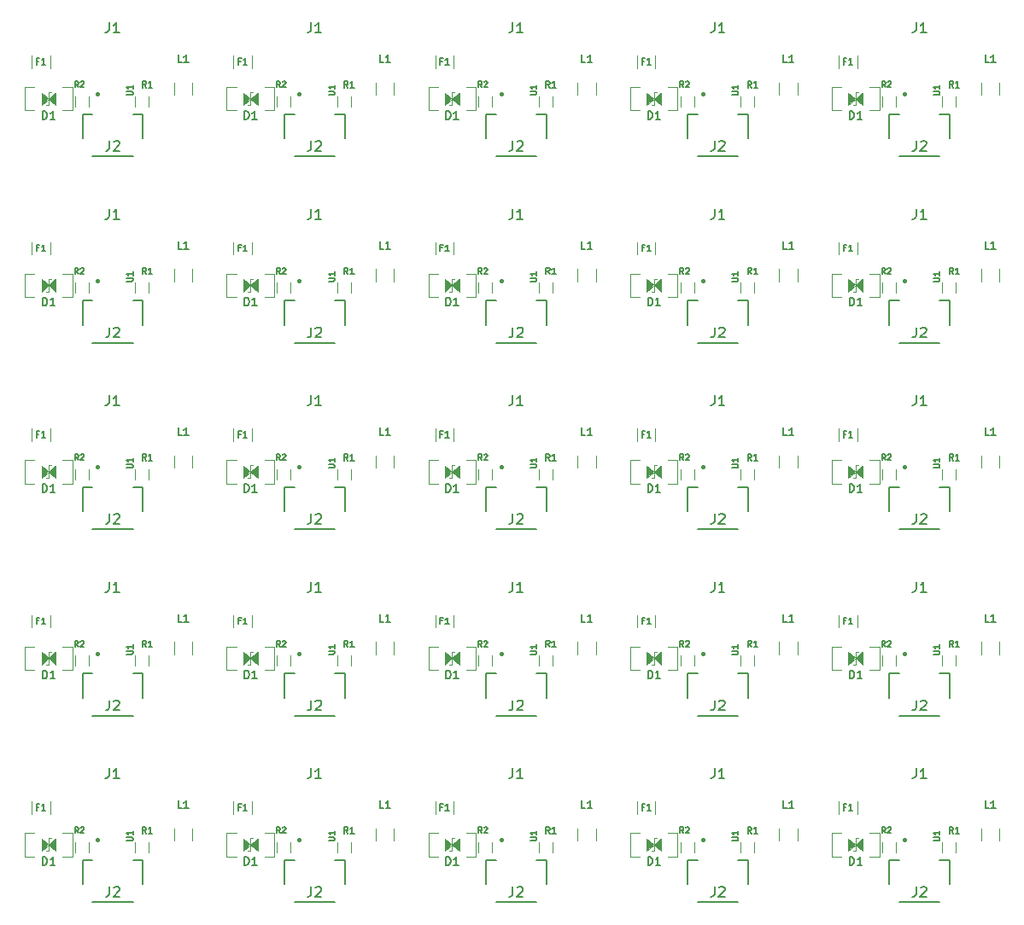
<source format=gto>
G04 #@! TF.GenerationSoftware,KiCad,Pcbnew,(5.1.10)-1*
G04 #@! TF.CreationDate,2021-09-30T22:09:22+07:00*
G04 #@! TF.ProjectId,Unified-Daughterboard,556e6966-6965-4642-9d44-617567687465,C3*
G04 #@! TF.SameCoordinates,Original*
G04 #@! TF.FileFunction,Legend,Top*
G04 #@! TF.FilePolarity,Positive*
%FSLAX46Y46*%
G04 Gerber Fmt 4.6, Leading zero omitted, Abs format (unit mm)*
G04 Created by KiCad (PCBNEW (5.1.10)-1) date 2021-09-30 22:09:22*
%MOMM*%
%LPD*%
G01*
G04 APERTURE LIST*
%ADD10C,0.120000*%
%ADD11C,0.150000*%
%ADD12C,0.101600*%
%ADD13C,0.100000*%
%ADD14C,0.400000*%
%ADD15C,0.127000*%
%ADD16C,0.200000*%
%ADD17C,0.152400*%
%ADD18C,0.500000*%
%ADD19R,0.900000X0.500000*%
%ADD20R,1.200000X1.800000*%
%ADD21R,0.600000X1.550000*%
%ADD22C,3.500001*%
%ADD23O,1.100000X2.200000*%
%ADD24O,1.300000X1.900000*%
%ADD25C,0.650000*%
%ADD26R,0.300000X0.550000*%
%ADD27R,0.250000X0.550000*%
G04 APERTURE END LIST*
D10*
X157243500Y-141629000D02*
X157243500Y-140629000D01*
X158603500Y-140629000D02*
X158603500Y-141629000D01*
X157243500Y-123129000D02*
X157243500Y-122129000D01*
X158603500Y-122129000D02*
X158603500Y-123129000D01*
X157243500Y-104629000D02*
X157243500Y-103629000D01*
X158603500Y-103629000D02*
X158603500Y-104629000D01*
X157243500Y-86129000D02*
X157243500Y-85129000D01*
X158603500Y-85129000D02*
X158603500Y-86129000D01*
X157243500Y-67629000D02*
X157243500Y-66629000D01*
X158603500Y-66629000D02*
X158603500Y-67629000D01*
X137243500Y-141629000D02*
X137243500Y-140629000D01*
X138603500Y-140629000D02*
X138603500Y-141629000D01*
X137243500Y-123129000D02*
X137243500Y-122129000D01*
X138603500Y-122129000D02*
X138603500Y-123129000D01*
X137243500Y-104629000D02*
X137243500Y-103629000D01*
X138603500Y-103629000D02*
X138603500Y-104629000D01*
X137243500Y-86129000D02*
X137243500Y-85129000D01*
X138603500Y-85129000D02*
X138603500Y-86129000D01*
X137243500Y-67629000D02*
X137243500Y-66629000D01*
X138603500Y-66629000D02*
X138603500Y-67629000D01*
X117243500Y-141629000D02*
X117243500Y-140629000D01*
X118603500Y-140629000D02*
X118603500Y-141629000D01*
X117243500Y-123129000D02*
X117243500Y-122129000D01*
X118603500Y-122129000D02*
X118603500Y-123129000D01*
X117243500Y-104629000D02*
X117243500Y-103629000D01*
X118603500Y-103629000D02*
X118603500Y-104629000D01*
X117243500Y-86129000D02*
X117243500Y-85129000D01*
X118603500Y-85129000D02*
X118603500Y-86129000D01*
X117243500Y-67629000D02*
X117243500Y-66629000D01*
X118603500Y-66629000D02*
X118603500Y-67629000D01*
X97243500Y-141629000D02*
X97243500Y-140629000D01*
X98603500Y-140629000D02*
X98603500Y-141629000D01*
X97243500Y-123129000D02*
X97243500Y-122129000D01*
X98603500Y-122129000D02*
X98603500Y-123129000D01*
X97243500Y-104629000D02*
X97243500Y-103629000D01*
X98603500Y-103629000D02*
X98603500Y-104629000D01*
X97243500Y-86129000D02*
X97243500Y-85129000D01*
X98603500Y-85129000D02*
X98603500Y-86129000D01*
X97243500Y-67629000D02*
X97243500Y-66629000D01*
X98603500Y-66629000D02*
X98603500Y-67629000D01*
X77243500Y-141629000D02*
X77243500Y-140629000D01*
X78603500Y-140629000D02*
X78603500Y-141629000D01*
X77243500Y-123129000D02*
X77243500Y-122129000D01*
X78603500Y-122129000D02*
X78603500Y-123129000D01*
X77243500Y-104629000D02*
X77243500Y-103629000D01*
X78603500Y-103629000D02*
X78603500Y-104629000D01*
X77243500Y-86129000D02*
X77243500Y-85129000D01*
X78603500Y-85129000D02*
X78603500Y-86129000D01*
D11*
X152004500Y-142393000D02*
X153004500Y-142393000D01*
X152004500Y-144793000D02*
X152004500Y-142393000D01*
X157004500Y-146593000D02*
X153004500Y-146593000D01*
X158004500Y-142393000D02*
X158004500Y-144793000D01*
X157004500Y-142393000D02*
X158004500Y-142393000D01*
X152004500Y-123893000D02*
X153004500Y-123893000D01*
X152004500Y-126293000D02*
X152004500Y-123893000D01*
X157004500Y-128093000D02*
X153004500Y-128093000D01*
X158004500Y-123893000D02*
X158004500Y-126293000D01*
X157004500Y-123893000D02*
X158004500Y-123893000D01*
X152004500Y-105393000D02*
X153004500Y-105393000D01*
X152004500Y-107793000D02*
X152004500Y-105393000D01*
X157004500Y-109593000D02*
X153004500Y-109593000D01*
X158004500Y-105393000D02*
X158004500Y-107793000D01*
X157004500Y-105393000D02*
X158004500Y-105393000D01*
X152004500Y-86893000D02*
X153004500Y-86893000D01*
X152004500Y-89293000D02*
X152004500Y-86893000D01*
X157004500Y-91093000D02*
X153004500Y-91093000D01*
X158004500Y-86893000D02*
X158004500Y-89293000D01*
X157004500Y-86893000D02*
X158004500Y-86893000D01*
X152004500Y-68393000D02*
X153004500Y-68393000D01*
X152004500Y-70793000D02*
X152004500Y-68393000D01*
X157004500Y-72593000D02*
X153004500Y-72593000D01*
X158004500Y-68393000D02*
X158004500Y-70793000D01*
X157004500Y-68393000D02*
X158004500Y-68393000D01*
X132004500Y-142393000D02*
X133004500Y-142393000D01*
X132004500Y-144793000D02*
X132004500Y-142393000D01*
X137004500Y-146593000D02*
X133004500Y-146593000D01*
X138004500Y-142393000D02*
X138004500Y-144793000D01*
X137004500Y-142393000D02*
X138004500Y-142393000D01*
X132004500Y-123893000D02*
X133004500Y-123893000D01*
X132004500Y-126293000D02*
X132004500Y-123893000D01*
X137004500Y-128093000D02*
X133004500Y-128093000D01*
X138004500Y-123893000D02*
X138004500Y-126293000D01*
X137004500Y-123893000D02*
X138004500Y-123893000D01*
X132004500Y-105393000D02*
X133004500Y-105393000D01*
X132004500Y-107793000D02*
X132004500Y-105393000D01*
X137004500Y-109593000D02*
X133004500Y-109593000D01*
X138004500Y-105393000D02*
X138004500Y-107793000D01*
X137004500Y-105393000D02*
X138004500Y-105393000D01*
X132004500Y-86893000D02*
X133004500Y-86893000D01*
X132004500Y-89293000D02*
X132004500Y-86893000D01*
X137004500Y-91093000D02*
X133004500Y-91093000D01*
X138004500Y-86893000D02*
X138004500Y-89293000D01*
X137004500Y-86893000D02*
X138004500Y-86893000D01*
X132004500Y-68393000D02*
X133004500Y-68393000D01*
X132004500Y-70793000D02*
X132004500Y-68393000D01*
X137004500Y-72593000D02*
X133004500Y-72593000D01*
X138004500Y-68393000D02*
X138004500Y-70793000D01*
X137004500Y-68393000D02*
X138004500Y-68393000D01*
X112004500Y-142393000D02*
X113004500Y-142393000D01*
X112004500Y-144793000D02*
X112004500Y-142393000D01*
X117004500Y-146593000D02*
X113004500Y-146593000D01*
X118004500Y-142393000D02*
X118004500Y-144793000D01*
X117004500Y-142393000D02*
X118004500Y-142393000D01*
X112004500Y-123893000D02*
X113004500Y-123893000D01*
X112004500Y-126293000D02*
X112004500Y-123893000D01*
X117004500Y-128093000D02*
X113004500Y-128093000D01*
X118004500Y-123893000D02*
X118004500Y-126293000D01*
X117004500Y-123893000D02*
X118004500Y-123893000D01*
X112004500Y-105393000D02*
X113004500Y-105393000D01*
X112004500Y-107793000D02*
X112004500Y-105393000D01*
X117004500Y-109593000D02*
X113004500Y-109593000D01*
X118004500Y-105393000D02*
X118004500Y-107793000D01*
X117004500Y-105393000D02*
X118004500Y-105393000D01*
X112004500Y-86893000D02*
X113004500Y-86893000D01*
X112004500Y-89293000D02*
X112004500Y-86893000D01*
X117004500Y-91093000D02*
X113004500Y-91093000D01*
X118004500Y-86893000D02*
X118004500Y-89293000D01*
X117004500Y-86893000D02*
X118004500Y-86893000D01*
X112004500Y-68393000D02*
X113004500Y-68393000D01*
X112004500Y-70793000D02*
X112004500Y-68393000D01*
X117004500Y-72593000D02*
X113004500Y-72593000D01*
X118004500Y-68393000D02*
X118004500Y-70793000D01*
X117004500Y-68393000D02*
X118004500Y-68393000D01*
X92004500Y-142393000D02*
X93004500Y-142393000D01*
X92004500Y-144793000D02*
X92004500Y-142393000D01*
X97004500Y-146593000D02*
X93004500Y-146593000D01*
X98004500Y-142393000D02*
X98004500Y-144793000D01*
X97004500Y-142393000D02*
X98004500Y-142393000D01*
X92004500Y-123893000D02*
X93004500Y-123893000D01*
X92004500Y-126293000D02*
X92004500Y-123893000D01*
X97004500Y-128093000D02*
X93004500Y-128093000D01*
X98004500Y-123893000D02*
X98004500Y-126293000D01*
X97004500Y-123893000D02*
X98004500Y-123893000D01*
X92004500Y-105393000D02*
X93004500Y-105393000D01*
X92004500Y-107793000D02*
X92004500Y-105393000D01*
X97004500Y-109593000D02*
X93004500Y-109593000D01*
X98004500Y-105393000D02*
X98004500Y-107793000D01*
X97004500Y-105393000D02*
X98004500Y-105393000D01*
X92004500Y-86893000D02*
X93004500Y-86893000D01*
X92004500Y-89293000D02*
X92004500Y-86893000D01*
X97004500Y-91093000D02*
X93004500Y-91093000D01*
X98004500Y-86893000D02*
X98004500Y-89293000D01*
X97004500Y-86893000D02*
X98004500Y-86893000D01*
X92004500Y-68393000D02*
X93004500Y-68393000D01*
X92004500Y-70793000D02*
X92004500Y-68393000D01*
X97004500Y-72593000D02*
X93004500Y-72593000D01*
X98004500Y-68393000D02*
X98004500Y-70793000D01*
X97004500Y-68393000D02*
X98004500Y-68393000D01*
X72004500Y-142393000D02*
X73004500Y-142393000D01*
X72004500Y-144793000D02*
X72004500Y-142393000D01*
X77004500Y-146593000D02*
X73004500Y-146593000D01*
X78004500Y-142393000D02*
X78004500Y-144793000D01*
X77004500Y-142393000D02*
X78004500Y-142393000D01*
X72004500Y-123893000D02*
X73004500Y-123893000D01*
X72004500Y-126293000D02*
X72004500Y-123893000D01*
X77004500Y-128093000D02*
X73004500Y-128093000D01*
X78004500Y-123893000D02*
X78004500Y-126293000D01*
X77004500Y-123893000D02*
X78004500Y-123893000D01*
X72004500Y-105393000D02*
X73004500Y-105393000D01*
X72004500Y-107793000D02*
X72004500Y-105393000D01*
X77004500Y-109593000D02*
X73004500Y-109593000D01*
X78004500Y-105393000D02*
X78004500Y-107793000D01*
X77004500Y-105393000D02*
X78004500Y-105393000D01*
X72004500Y-86893000D02*
X73004500Y-86893000D01*
X72004500Y-89293000D02*
X72004500Y-86893000D01*
X77004500Y-91093000D02*
X73004500Y-91093000D01*
X78004500Y-86893000D02*
X78004500Y-89293000D01*
X77004500Y-86893000D02*
X78004500Y-86893000D01*
D10*
X146980500Y-136604936D02*
X146980500Y-137809064D01*
X148800500Y-136604936D02*
X148800500Y-137809064D01*
X146980500Y-118104936D02*
X146980500Y-119309064D01*
X148800500Y-118104936D02*
X148800500Y-119309064D01*
X146980500Y-99604936D02*
X146980500Y-100809064D01*
X148800500Y-99604936D02*
X148800500Y-100809064D01*
X146980500Y-81104936D02*
X146980500Y-82309064D01*
X148800500Y-81104936D02*
X148800500Y-82309064D01*
X146980500Y-62604936D02*
X146980500Y-63809064D01*
X148800500Y-62604936D02*
X148800500Y-63809064D01*
X126980500Y-136604936D02*
X126980500Y-137809064D01*
X128800500Y-136604936D02*
X128800500Y-137809064D01*
X126980500Y-118104936D02*
X126980500Y-119309064D01*
X128800500Y-118104936D02*
X128800500Y-119309064D01*
X126980500Y-99604936D02*
X126980500Y-100809064D01*
X128800500Y-99604936D02*
X128800500Y-100809064D01*
X126980500Y-81104936D02*
X126980500Y-82309064D01*
X128800500Y-81104936D02*
X128800500Y-82309064D01*
X126980500Y-62604936D02*
X126980500Y-63809064D01*
X128800500Y-62604936D02*
X128800500Y-63809064D01*
X106980500Y-136604936D02*
X106980500Y-137809064D01*
X108800500Y-136604936D02*
X108800500Y-137809064D01*
X106980500Y-118104936D02*
X106980500Y-119309064D01*
X108800500Y-118104936D02*
X108800500Y-119309064D01*
X106980500Y-99604936D02*
X106980500Y-100809064D01*
X108800500Y-99604936D02*
X108800500Y-100809064D01*
X106980500Y-81104936D02*
X106980500Y-82309064D01*
X108800500Y-81104936D02*
X108800500Y-82309064D01*
X106980500Y-62604936D02*
X106980500Y-63809064D01*
X108800500Y-62604936D02*
X108800500Y-63809064D01*
X86980500Y-136604936D02*
X86980500Y-137809064D01*
X88800500Y-136604936D02*
X88800500Y-137809064D01*
X86980500Y-118104936D02*
X86980500Y-119309064D01*
X88800500Y-118104936D02*
X88800500Y-119309064D01*
X86980500Y-99604936D02*
X86980500Y-100809064D01*
X88800500Y-99604936D02*
X88800500Y-100809064D01*
X86980500Y-81104936D02*
X86980500Y-82309064D01*
X88800500Y-81104936D02*
X88800500Y-82309064D01*
X86980500Y-62604936D02*
X86980500Y-63809064D01*
X88800500Y-62604936D02*
X88800500Y-63809064D01*
X66980500Y-136604936D02*
X66980500Y-137809064D01*
X68800500Y-136604936D02*
X68800500Y-137809064D01*
X66980500Y-118104936D02*
X66980500Y-119309064D01*
X68800500Y-118104936D02*
X68800500Y-119309064D01*
X66980500Y-99604936D02*
X66980500Y-100809064D01*
X68800500Y-99604936D02*
X68800500Y-100809064D01*
X66980500Y-81104936D02*
X66980500Y-82309064D01*
X68800500Y-81104936D02*
X68800500Y-82309064D01*
D12*
X151002500Y-142040000D02*
X150052500Y-142040000D01*
X151002500Y-139740000D02*
X150052500Y-139740000D01*
X151002500Y-139740000D02*
X151002500Y-142040000D01*
X146302500Y-142040000D02*
X147252500Y-142040000D01*
X146302500Y-139740000D02*
X147252500Y-139740000D01*
X146302500Y-142040000D02*
X146302500Y-139740000D01*
D13*
G36*
X148652500Y-140890000D02*
G01*
X149363500Y-140290000D01*
X149363500Y-141490000D01*
X148652500Y-140890000D01*
G37*
X148652500Y-140890000D02*
X149363500Y-140290000D01*
X149363500Y-141490000D01*
X148652500Y-140890000D01*
G36*
X148652500Y-140890000D02*
G01*
X147941500Y-141490000D01*
X147941500Y-140290000D01*
X148652500Y-140890000D01*
G37*
X148652500Y-140890000D02*
X147941500Y-141490000D01*
X147941500Y-140290000D01*
X148652500Y-140890000D01*
D10*
X148652500Y-140255000D02*
X148652500Y-141525000D01*
X148652500Y-141525000D02*
X148398500Y-141525000D01*
X148652500Y-140255000D02*
X148906500Y-140255000D01*
D12*
X151002500Y-123540000D02*
X150052500Y-123540000D01*
X151002500Y-121240000D02*
X150052500Y-121240000D01*
X151002500Y-121240000D02*
X151002500Y-123540000D01*
X146302500Y-123540000D02*
X147252500Y-123540000D01*
X146302500Y-121240000D02*
X147252500Y-121240000D01*
X146302500Y-123540000D02*
X146302500Y-121240000D01*
D13*
G36*
X148652500Y-122390000D02*
G01*
X149363500Y-121790000D01*
X149363500Y-122990000D01*
X148652500Y-122390000D01*
G37*
X148652500Y-122390000D02*
X149363500Y-121790000D01*
X149363500Y-122990000D01*
X148652500Y-122390000D01*
G36*
X148652500Y-122390000D02*
G01*
X147941500Y-122990000D01*
X147941500Y-121790000D01*
X148652500Y-122390000D01*
G37*
X148652500Y-122390000D02*
X147941500Y-122990000D01*
X147941500Y-121790000D01*
X148652500Y-122390000D01*
D10*
X148652500Y-121755000D02*
X148652500Y-123025000D01*
X148652500Y-123025000D02*
X148398500Y-123025000D01*
X148652500Y-121755000D02*
X148906500Y-121755000D01*
D12*
X151002500Y-105040000D02*
X150052500Y-105040000D01*
X151002500Y-102740000D02*
X150052500Y-102740000D01*
X151002500Y-102740000D02*
X151002500Y-105040000D01*
X146302500Y-105040000D02*
X147252500Y-105040000D01*
X146302500Y-102740000D02*
X147252500Y-102740000D01*
X146302500Y-105040000D02*
X146302500Y-102740000D01*
D13*
G36*
X148652500Y-103890000D02*
G01*
X149363500Y-103290000D01*
X149363500Y-104490000D01*
X148652500Y-103890000D01*
G37*
X148652500Y-103890000D02*
X149363500Y-103290000D01*
X149363500Y-104490000D01*
X148652500Y-103890000D01*
G36*
X148652500Y-103890000D02*
G01*
X147941500Y-104490000D01*
X147941500Y-103290000D01*
X148652500Y-103890000D01*
G37*
X148652500Y-103890000D02*
X147941500Y-104490000D01*
X147941500Y-103290000D01*
X148652500Y-103890000D01*
D10*
X148652500Y-103255000D02*
X148652500Y-104525000D01*
X148652500Y-104525000D02*
X148398500Y-104525000D01*
X148652500Y-103255000D02*
X148906500Y-103255000D01*
D12*
X151002500Y-86540000D02*
X150052500Y-86540000D01*
X151002500Y-84240000D02*
X150052500Y-84240000D01*
X151002500Y-84240000D02*
X151002500Y-86540000D01*
X146302500Y-86540000D02*
X147252500Y-86540000D01*
X146302500Y-84240000D02*
X147252500Y-84240000D01*
X146302500Y-86540000D02*
X146302500Y-84240000D01*
D13*
G36*
X148652500Y-85390000D02*
G01*
X149363500Y-84790000D01*
X149363500Y-85990000D01*
X148652500Y-85390000D01*
G37*
X148652500Y-85390000D02*
X149363500Y-84790000D01*
X149363500Y-85990000D01*
X148652500Y-85390000D01*
G36*
X148652500Y-85390000D02*
G01*
X147941500Y-85990000D01*
X147941500Y-84790000D01*
X148652500Y-85390000D01*
G37*
X148652500Y-85390000D02*
X147941500Y-85990000D01*
X147941500Y-84790000D01*
X148652500Y-85390000D01*
D10*
X148652500Y-84755000D02*
X148652500Y-86025000D01*
X148652500Y-86025000D02*
X148398500Y-86025000D01*
X148652500Y-84755000D02*
X148906500Y-84755000D01*
D12*
X151002500Y-68040000D02*
X150052500Y-68040000D01*
X151002500Y-65740000D02*
X150052500Y-65740000D01*
X151002500Y-65740000D02*
X151002500Y-68040000D01*
X146302500Y-68040000D02*
X147252500Y-68040000D01*
X146302500Y-65740000D02*
X147252500Y-65740000D01*
X146302500Y-68040000D02*
X146302500Y-65740000D01*
D13*
G36*
X148652500Y-66890000D02*
G01*
X149363500Y-66290000D01*
X149363500Y-67490000D01*
X148652500Y-66890000D01*
G37*
X148652500Y-66890000D02*
X149363500Y-66290000D01*
X149363500Y-67490000D01*
X148652500Y-66890000D01*
G36*
X148652500Y-66890000D02*
G01*
X147941500Y-67490000D01*
X147941500Y-66290000D01*
X148652500Y-66890000D01*
G37*
X148652500Y-66890000D02*
X147941500Y-67490000D01*
X147941500Y-66290000D01*
X148652500Y-66890000D01*
D10*
X148652500Y-66255000D02*
X148652500Y-67525000D01*
X148652500Y-67525000D02*
X148398500Y-67525000D01*
X148652500Y-66255000D02*
X148906500Y-66255000D01*
D12*
X131002500Y-142040000D02*
X130052500Y-142040000D01*
X131002500Y-139740000D02*
X130052500Y-139740000D01*
X131002500Y-139740000D02*
X131002500Y-142040000D01*
X126302500Y-142040000D02*
X127252500Y-142040000D01*
X126302500Y-139740000D02*
X127252500Y-139740000D01*
X126302500Y-142040000D02*
X126302500Y-139740000D01*
D13*
G36*
X128652500Y-140890000D02*
G01*
X129363500Y-140290000D01*
X129363500Y-141490000D01*
X128652500Y-140890000D01*
G37*
X128652500Y-140890000D02*
X129363500Y-140290000D01*
X129363500Y-141490000D01*
X128652500Y-140890000D01*
G36*
X128652500Y-140890000D02*
G01*
X127941500Y-141490000D01*
X127941500Y-140290000D01*
X128652500Y-140890000D01*
G37*
X128652500Y-140890000D02*
X127941500Y-141490000D01*
X127941500Y-140290000D01*
X128652500Y-140890000D01*
D10*
X128652500Y-140255000D02*
X128652500Y-141525000D01*
X128652500Y-141525000D02*
X128398500Y-141525000D01*
X128652500Y-140255000D02*
X128906500Y-140255000D01*
D12*
X131002500Y-123540000D02*
X130052500Y-123540000D01*
X131002500Y-121240000D02*
X130052500Y-121240000D01*
X131002500Y-121240000D02*
X131002500Y-123540000D01*
X126302500Y-123540000D02*
X127252500Y-123540000D01*
X126302500Y-121240000D02*
X127252500Y-121240000D01*
X126302500Y-123540000D02*
X126302500Y-121240000D01*
D13*
G36*
X128652500Y-122390000D02*
G01*
X129363500Y-121790000D01*
X129363500Y-122990000D01*
X128652500Y-122390000D01*
G37*
X128652500Y-122390000D02*
X129363500Y-121790000D01*
X129363500Y-122990000D01*
X128652500Y-122390000D01*
G36*
X128652500Y-122390000D02*
G01*
X127941500Y-122990000D01*
X127941500Y-121790000D01*
X128652500Y-122390000D01*
G37*
X128652500Y-122390000D02*
X127941500Y-122990000D01*
X127941500Y-121790000D01*
X128652500Y-122390000D01*
D10*
X128652500Y-121755000D02*
X128652500Y-123025000D01*
X128652500Y-123025000D02*
X128398500Y-123025000D01*
X128652500Y-121755000D02*
X128906500Y-121755000D01*
D12*
X131002500Y-105040000D02*
X130052500Y-105040000D01*
X131002500Y-102740000D02*
X130052500Y-102740000D01*
X131002500Y-102740000D02*
X131002500Y-105040000D01*
X126302500Y-105040000D02*
X127252500Y-105040000D01*
X126302500Y-102740000D02*
X127252500Y-102740000D01*
X126302500Y-105040000D02*
X126302500Y-102740000D01*
D13*
G36*
X128652500Y-103890000D02*
G01*
X129363500Y-103290000D01*
X129363500Y-104490000D01*
X128652500Y-103890000D01*
G37*
X128652500Y-103890000D02*
X129363500Y-103290000D01*
X129363500Y-104490000D01*
X128652500Y-103890000D01*
G36*
X128652500Y-103890000D02*
G01*
X127941500Y-104490000D01*
X127941500Y-103290000D01*
X128652500Y-103890000D01*
G37*
X128652500Y-103890000D02*
X127941500Y-104490000D01*
X127941500Y-103290000D01*
X128652500Y-103890000D01*
D10*
X128652500Y-103255000D02*
X128652500Y-104525000D01*
X128652500Y-104525000D02*
X128398500Y-104525000D01*
X128652500Y-103255000D02*
X128906500Y-103255000D01*
D12*
X131002500Y-86540000D02*
X130052500Y-86540000D01*
X131002500Y-84240000D02*
X130052500Y-84240000D01*
X131002500Y-84240000D02*
X131002500Y-86540000D01*
X126302500Y-86540000D02*
X127252500Y-86540000D01*
X126302500Y-84240000D02*
X127252500Y-84240000D01*
X126302500Y-86540000D02*
X126302500Y-84240000D01*
D13*
G36*
X128652500Y-85390000D02*
G01*
X129363500Y-84790000D01*
X129363500Y-85990000D01*
X128652500Y-85390000D01*
G37*
X128652500Y-85390000D02*
X129363500Y-84790000D01*
X129363500Y-85990000D01*
X128652500Y-85390000D01*
G36*
X128652500Y-85390000D02*
G01*
X127941500Y-85990000D01*
X127941500Y-84790000D01*
X128652500Y-85390000D01*
G37*
X128652500Y-85390000D02*
X127941500Y-85990000D01*
X127941500Y-84790000D01*
X128652500Y-85390000D01*
D10*
X128652500Y-84755000D02*
X128652500Y-86025000D01*
X128652500Y-86025000D02*
X128398500Y-86025000D01*
X128652500Y-84755000D02*
X128906500Y-84755000D01*
D12*
X131002500Y-68040000D02*
X130052500Y-68040000D01*
X131002500Y-65740000D02*
X130052500Y-65740000D01*
X131002500Y-65740000D02*
X131002500Y-68040000D01*
X126302500Y-68040000D02*
X127252500Y-68040000D01*
X126302500Y-65740000D02*
X127252500Y-65740000D01*
X126302500Y-68040000D02*
X126302500Y-65740000D01*
D13*
G36*
X128652500Y-66890000D02*
G01*
X129363500Y-66290000D01*
X129363500Y-67490000D01*
X128652500Y-66890000D01*
G37*
X128652500Y-66890000D02*
X129363500Y-66290000D01*
X129363500Y-67490000D01*
X128652500Y-66890000D01*
G36*
X128652500Y-66890000D02*
G01*
X127941500Y-67490000D01*
X127941500Y-66290000D01*
X128652500Y-66890000D01*
G37*
X128652500Y-66890000D02*
X127941500Y-67490000D01*
X127941500Y-66290000D01*
X128652500Y-66890000D01*
D10*
X128652500Y-66255000D02*
X128652500Y-67525000D01*
X128652500Y-67525000D02*
X128398500Y-67525000D01*
X128652500Y-66255000D02*
X128906500Y-66255000D01*
D12*
X111002500Y-142040000D02*
X110052500Y-142040000D01*
X111002500Y-139740000D02*
X110052500Y-139740000D01*
X111002500Y-139740000D02*
X111002500Y-142040000D01*
X106302500Y-142040000D02*
X107252500Y-142040000D01*
X106302500Y-139740000D02*
X107252500Y-139740000D01*
X106302500Y-142040000D02*
X106302500Y-139740000D01*
D13*
G36*
X108652500Y-140890000D02*
G01*
X109363500Y-140290000D01*
X109363500Y-141490000D01*
X108652500Y-140890000D01*
G37*
X108652500Y-140890000D02*
X109363500Y-140290000D01*
X109363500Y-141490000D01*
X108652500Y-140890000D01*
G36*
X108652500Y-140890000D02*
G01*
X107941500Y-141490000D01*
X107941500Y-140290000D01*
X108652500Y-140890000D01*
G37*
X108652500Y-140890000D02*
X107941500Y-141490000D01*
X107941500Y-140290000D01*
X108652500Y-140890000D01*
D10*
X108652500Y-140255000D02*
X108652500Y-141525000D01*
X108652500Y-141525000D02*
X108398500Y-141525000D01*
X108652500Y-140255000D02*
X108906500Y-140255000D01*
D12*
X111002500Y-123540000D02*
X110052500Y-123540000D01*
X111002500Y-121240000D02*
X110052500Y-121240000D01*
X111002500Y-121240000D02*
X111002500Y-123540000D01*
X106302500Y-123540000D02*
X107252500Y-123540000D01*
X106302500Y-121240000D02*
X107252500Y-121240000D01*
X106302500Y-123540000D02*
X106302500Y-121240000D01*
D13*
G36*
X108652500Y-122390000D02*
G01*
X109363500Y-121790000D01*
X109363500Y-122990000D01*
X108652500Y-122390000D01*
G37*
X108652500Y-122390000D02*
X109363500Y-121790000D01*
X109363500Y-122990000D01*
X108652500Y-122390000D01*
G36*
X108652500Y-122390000D02*
G01*
X107941500Y-122990000D01*
X107941500Y-121790000D01*
X108652500Y-122390000D01*
G37*
X108652500Y-122390000D02*
X107941500Y-122990000D01*
X107941500Y-121790000D01*
X108652500Y-122390000D01*
D10*
X108652500Y-121755000D02*
X108652500Y-123025000D01*
X108652500Y-123025000D02*
X108398500Y-123025000D01*
X108652500Y-121755000D02*
X108906500Y-121755000D01*
D12*
X111002500Y-105040000D02*
X110052500Y-105040000D01*
X111002500Y-102740000D02*
X110052500Y-102740000D01*
X111002500Y-102740000D02*
X111002500Y-105040000D01*
X106302500Y-105040000D02*
X107252500Y-105040000D01*
X106302500Y-102740000D02*
X107252500Y-102740000D01*
X106302500Y-105040000D02*
X106302500Y-102740000D01*
D13*
G36*
X108652500Y-103890000D02*
G01*
X109363500Y-103290000D01*
X109363500Y-104490000D01*
X108652500Y-103890000D01*
G37*
X108652500Y-103890000D02*
X109363500Y-103290000D01*
X109363500Y-104490000D01*
X108652500Y-103890000D01*
G36*
X108652500Y-103890000D02*
G01*
X107941500Y-104490000D01*
X107941500Y-103290000D01*
X108652500Y-103890000D01*
G37*
X108652500Y-103890000D02*
X107941500Y-104490000D01*
X107941500Y-103290000D01*
X108652500Y-103890000D01*
D10*
X108652500Y-103255000D02*
X108652500Y-104525000D01*
X108652500Y-104525000D02*
X108398500Y-104525000D01*
X108652500Y-103255000D02*
X108906500Y-103255000D01*
D12*
X111002500Y-86540000D02*
X110052500Y-86540000D01*
X111002500Y-84240000D02*
X110052500Y-84240000D01*
X111002500Y-84240000D02*
X111002500Y-86540000D01*
X106302500Y-86540000D02*
X107252500Y-86540000D01*
X106302500Y-84240000D02*
X107252500Y-84240000D01*
X106302500Y-86540000D02*
X106302500Y-84240000D01*
D13*
G36*
X108652500Y-85390000D02*
G01*
X109363500Y-84790000D01*
X109363500Y-85990000D01*
X108652500Y-85390000D01*
G37*
X108652500Y-85390000D02*
X109363500Y-84790000D01*
X109363500Y-85990000D01*
X108652500Y-85390000D01*
G36*
X108652500Y-85390000D02*
G01*
X107941500Y-85990000D01*
X107941500Y-84790000D01*
X108652500Y-85390000D01*
G37*
X108652500Y-85390000D02*
X107941500Y-85990000D01*
X107941500Y-84790000D01*
X108652500Y-85390000D01*
D10*
X108652500Y-84755000D02*
X108652500Y-86025000D01*
X108652500Y-86025000D02*
X108398500Y-86025000D01*
X108652500Y-84755000D02*
X108906500Y-84755000D01*
D12*
X111002500Y-68040000D02*
X110052500Y-68040000D01*
X111002500Y-65740000D02*
X110052500Y-65740000D01*
X111002500Y-65740000D02*
X111002500Y-68040000D01*
X106302500Y-68040000D02*
X107252500Y-68040000D01*
X106302500Y-65740000D02*
X107252500Y-65740000D01*
X106302500Y-68040000D02*
X106302500Y-65740000D01*
D13*
G36*
X108652500Y-66890000D02*
G01*
X109363500Y-66290000D01*
X109363500Y-67490000D01*
X108652500Y-66890000D01*
G37*
X108652500Y-66890000D02*
X109363500Y-66290000D01*
X109363500Y-67490000D01*
X108652500Y-66890000D01*
G36*
X108652500Y-66890000D02*
G01*
X107941500Y-67490000D01*
X107941500Y-66290000D01*
X108652500Y-66890000D01*
G37*
X108652500Y-66890000D02*
X107941500Y-67490000D01*
X107941500Y-66290000D01*
X108652500Y-66890000D01*
D10*
X108652500Y-66255000D02*
X108652500Y-67525000D01*
X108652500Y-67525000D02*
X108398500Y-67525000D01*
X108652500Y-66255000D02*
X108906500Y-66255000D01*
D12*
X91002500Y-142040000D02*
X90052500Y-142040000D01*
X91002500Y-139740000D02*
X90052500Y-139740000D01*
X91002500Y-139740000D02*
X91002500Y-142040000D01*
X86302500Y-142040000D02*
X87252500Y-142040000D01*
X86302500Y-139740000D02*
X87252500Y-139740000D01*
X86302500Y-142040000D02*
X86302500Y-139740000D01*
D13*
G36*
X88652500Y-140890000D02*
G01*
X89363500Y-140290000D01*
X89363500Y-141490000D01*
X88652500Y-140890000D01*
G37*
X88652500Y-140890000D02*
X89363500Y-140290000D01*
X89363500Y-141490000D01*
X88652500Y-140890000D01*
G36*
X88652500Y-140890000D02*
G01*
X87941500Y-141490000D01*
X87941500Y-140290000D01*
X88652500Y-140890000D01*
G37*
X88652500Y-140890000D02*
X87941500Y-141490000D01*
X87941500Y-140290000D01*
X88652500Y-140890000D01*
D10*
X88652500Y-140255000D02*
X88652500Y-141525000D01*
X88652500Y-141525000D02*
X88398500Y-141525000D01*
X88652500Y-140255000D02*
X88906500Y-140255000D01*
D12*
X91002500Y-123540000D02*
X90052500Y-123540000D01*
X91002500Y-121240000D02*
X90052500Y-121240000D01*
X91002500Y-121240000D02*
X91002500Y-123540000D01*
X86302500Y-123540000D02*
X87252500Y-123540000D01*
X86302500Y-121240000D02*
X87252500Y-121240000D01*
X86302500Y-123540000D02*
X86302500Y-121240000D01*
D13*
G36*
X88652500Y-122390000D02*
G01*
X89363500Y-121790000D01*
X89363500Y-122990000D01*
X88652500Y-122390000D01*
G37*
X88652500Y-122390000D02*
X89363500Y-121790000D01*
X89363500Y-122990000D01*
X88652500Y-122390000D01*
G36*
X88652500Y-122390000D02*
G01*
X87941500Y-122990000D01*
X87941500Y-121790000D01*
X88652500Y-122390000D01*
G37*
X88652500Y-122390000D02*
X87941500Y-122990000D01*
X87941500Y-121790000D01*
X88652500Y-122390000D01*
D10*
X88652500Y-121755000D02*
X88652500Y-123025000D01*
X88652500Y-123025000D02*
X88398500Y-123025000D01*
X88652500Y-121755000D02*
X88906500Y-121755000D01*
D12*
X91002500Y-105040000D02*
X90052500Y-105040000D01*
X91002500Y-102740000D02*
X90052500Y-102740000D01*
X91002500Y-102740000D02*
X91002500Y-105040000D01*
X86302500Y-105040000D02*
X87252500Y-105040000D01*
X86302500Y-102740000D02*
X87252500Y-102740000D01*
X86302500Y-105040000D02*
X86302500Y-102740000D01*
D13*
G36*
X88652500Y-103890000D02*
G01*
X89363500Y-103290000D01*
X89363500Y-104490000D01*
X88652500Y-103890000D01*
G37*
X88652500Y-103890000D02*
X89363500Y-103290000D01*
X89363500Y-104490000D01*
X88652500Y-103890000D01*
G36*
X88652500Y-103890000D02*
G01*
X87941500Y-104490000D01*
X87941500Y-103290000D01*
X88652500Y-103890000D01*
G37*
X88652500Y-103890000D02*
X87941500Y-104490000D01*
X87941500Y-103290000D01*
X88652500Y-103890000D01*
D10*
X88652500Y-103255000D02*
X88652500Y-104525000D01*
X88652500Y-104525000D02*
X88398500Y-104525000D01*
X88652500Y-103255000D02*
X88906500Y-103255000D01*
D12*
X91002500Y-86540000D02*
X90052500Y-86540000D01*
X91002500Y-84240000D02*
X90052500Y-84240000D01*
X91002500Y-84240000D02*
X91002500Y-86540000D01*
X86302500Y-86540000D02*
X87252500Y-86540000D01*
X86302500Y-84240000D02*
X87252500Y-84240000D01*
X86302500Y-86540000D02*
X86302500Y-84240000D01*
D13*
G36*
X88652500Y-85390000D02*
G01*
X89363500Y-84790000D01*
X89363500Y-85990000D01*
X88652500Y-85390000D01*
G37*
X88652500Y-85390000D02*
X89363500Y-84790000D01*
X89363500Y-85990000D01*
X88652500Y-85390000D01*
G36*
X88652500Y-85390000D02*
G01*
X87941500Y-85990000D01*
X87941500Y-84790000D01*
X88652500Y-85390000D01*
G37*
X88652500Y-85390000D02*
X87941500Y-85990000D01*
X87941500Y-84790000D01*
X88652500Y-85390000D01*
D10*
X88652500Y-84755000D02*
X88652500Y-86025000D01*
X88652500Y-86025000D02*
X88398500Y-86025000D01*
X88652500Y-84755000D02*
X88906500Y-84755000D01*
D12*
X91002500Y-68040000D02*
X90052500Y-68040000D01*
X91002500Y-65740000D02*
X90052500Y-65740000D01*
X91002500Y-65740000D02*
X91002500Y-68040000D01*
X86302500Y-68040000D02*
X87252500Y-68040000D01*
X86302500Y-65740000D02*
X87252500Y-65740000D01*
X86302500Y-68040000D02*
X86302500Y-65740000D01*
D13*
G36*
X88652500Y-66890000D02*
G01*
X89363500Y-66290000D01*
X89363500Y-67490000D01*
X88652500Y-66890000D01*
G37*
X88652500Y-66890000D02*
X89363500Y-66290000D01*
X89363500Y-67490000D01*
X88652500Y-66890000D01*
G36*
X88652500Y-66890000D02*
G01*
X87941500Y-67490000D01*
X87941500Y-66290000D01*
X88652500Y-66890000D01*
G37*
X88652500Y-66890000D02*
X87941500Y-67490000D01*
X87941500Y-66290000D01*
X88652500Y-66890000D01*
D10*
X88652500Y-66255000D02*
X88652500Y-67525000D01*
X88652500Y-67525000D02*
X88398500Y-67525000D01*
X88652500Y-66255000D02*
X88906500Y-66255000D01*
D12*
X71002500Y-142040000D02*
X70052500Y-142040000D01*
X71002500Y-139740000D02*
X70052500Y-139740000D01*
X71002500Y-139740000D02*
X71002500Y-142040000D01*
X66302500Y-142040000D02*
X67252500Y-142040000D01*
X66302500Y-139740000D02*
X67252500Y-139740000D01*
X66302500Y-142040000D02*
X66302500Y-139740000D01*
D13*
G36*
X68652500Y-140890000D02*
G01*
X69363500Y-140290000D01*
X69363500Y-141490000D01*
X68652500Y-140890000D01*
G37*
X68652500Y-140890000D02*
X69363500Y-140290000D01*
X69363500Y-141490000D01*
X68652500Y-140890000D01*
G36*
X68652500Y-140890000D02*
G01*
X67941500Y-141490000D01*
X67941500Y-140290000D01*
X68652500Y-140890000D01*
G37*
X68652500Y-140890000D02*
X67941500Y-141490000D01*
X67941500Y-140290000D01*
X68652500Y-140890000D01*
D10*
X68652500Y-140255000D02*
X68652500Y-141525000D01*
X68652500Y-141525000D02*
X68398500Y-141525000D01*
X68652500Y-140255000D02*
X68906500Y-140255000D01*
D12*
X71002500Y-123540000D02*
X70052500Y-123540000D01*
X71002500Y-121240000D02*
X70052500Y-121240000D01*
X71002500Y-121240000D02*
X71002500Y-123540000D01*
X66302500Y-123540000D02*
X67252500Y-123540000D01*
X66302500Y-121240000D02*
X67252500Y-121240000D01*
X66302500Y-123540000D02*
X66302500Y-121240000D01*
D13*
G36*
X68652500Y-122390000D02*
G01*
X69363500Y-121790000D01*
X69363500Y-122990000D01*
X68652500Y-122390000D01*
G37*
X68652500Y-122390000D02*
X69363500Y-121790000D01*
X69363500Y-122990000D01*
X68652500Y-122390000D01*
G36*
X68652500Y-122390000D02*
G01*
X67941500Y-122990000D01*
X67941500Y-121790000D01*
X68652500Y-122390000D01*
G37*
X68652500Y-122390000D02*
X67941500Y-122990000D01*
X67941500Y-121790000D01*
X68652500Y-122390000D01*
D10*
X68652500Y-121755000D02*
X68652500Y-123025000D01*
X68652500Y-123025000D02*
X68398500Y-123025000D01*
X68652500Y-121755000D02*
X68906500Y-121755000D01*
D12*
X71002500Y-105040000D02*
X70052500Y-105040000D01*
X71002500Y-102740000D02*
X70052500Y-102740000D01*
X71002500Y-102740000D02*
X71002500Y-105040000D01*
X66302500Y-105040000D02*
X67252500Y-105040000D01*
X66302500Y-102740000D02*
X67252500Y-102740000D01*
X66302500Y-105040000D02*
X66302500Y-102740000D01*
D13*
G36*
X68652500Y-103890000D02*
G01*
X69363500Y-103290000D01*
X69363500Y-104490000D01*
X68652500Y-103890000D01*
G37*
X68652500Y-103890000D02*
X69363500Y-103290000D01*
X69363500Y-104490000D01*
X68652500Y-103890000D01*
G36*
X68652500Y-103890000D02*
G01*
X67941500Y-104490000D01*
X67941500Y-103290000D01*
X68652500Y-103890000D01*
G37*
X68652500Y-103890000D02*
X67941500Y-104490000D01*
X67941500Y-103290000D01*
X68652500Y-103890000D01*
D10*
X68652500Y-103255000D02*
X68652500Y-104525000D01*
X68652500Y-104525000D02*
X68398500Y-104525000D01*
X68652500Y-103255000D02*
X68906500Y-103255000D01*
D12*
X71002500Y-86540000D02*
X70052500Y-86540000D01*
X71002500Y-84240000D02*
X70052500Y-84240000D01*
X71002500Y-84240000D02*
X71002500Y-86540000D01*
X66302500Y-86540000D02*
X67252500Y-86540000D01*
X66302500Y-84240000D02*
X67252500Y-84240000D01*
X66302500Y-86540000D02*
X66302500Y-84240000D01*
D13*
G36*
X68652500Y-85390000D02*
G01*
X69363500Y-84790000D01*
X69363500Y-85990000D01*
X68652500Y-85390000D01*
G37*
X68652500Y-85390000D02*
X69363500Y-84790000D01*
X69363500Y-85990000D01*
X68652500Y-85390000D01*
G36*
X68652500Y-85390000D02*
G01*
X67941500Y-85990000D01*
X67941500Y-84790000D01*
X68652500Y-85390000D01*
G37*
X68652500Y-85390000D02*
X67941500Y-85990000D01*
X67941500Y-84790000D01*
X68652500Y-85390000D01*
D10*
X68652500Y-84755000D02*
X68652500Y-86025000D01*
X68652500Y-86025000D02*
X68398500Y-86025000D01*
X68652500Y-84755000D02*
X68906500Y-84755000D01*
X152634500Y-140629000D02*
X152634500Y-141629000D01*
X151274500Y-141629000D02*
X151274500Y-140629000D01*
X152634500Y-122129000D02*
X152634500Y-123129000D01*
X151274500Y-123129000D02*
X151274500Y-122129000D01*
X152634500Y-103629000D02*
X152634500Y-104629000D01*
X151274500Y-104629000D02*
X151274500Y-103629000D01*
X152634500Y-85129000D02*
X152634500Y-86129000D01*
X151274500Y-86129000D02*
X151274500Y-85129000D01*
X152634500Y-66629000D02*
X152634500Y-67629000D01*
X151274500Y-67629000D02*
X151274500Y-66629000D01*
X132634500Y-140629000D02*
X132634500Y-141629000D01*
X131274500Y-141629000D02*
X131274500Y-140629000D01*
X132634500Y-122129000D02*
X132634500Y-123129000D01*
X131274500Y-123129000D02*
X131274500Y-122129000D01*
X132634500Y-103629000D02*
X132634500Y-104629000D01*
X131274500Y-104629000D02*
X131274500Y-103629000D01*
X132634500Y-85129000D02*
X132634500Y-86129000D01*
X131274500Y-86129000D02*
X131274500Y-85129000D01*
X132634500Y-66629000D02*
X132634500Y-67629000D01*
X131274500Y-67629000D02*
X131274500Y-66629000D01*
X112634500Y-140629000D02*
X112634500Y-141629000D01*
X111274500Y-141629000D02*
X111274500Y-140629000D01*
X112634500Y-122129000D02*
X112634500Y-123129000D01*
X111274500Y-123129000D02*
X111274500Y-122129000D01*
X112634500Y-103629000D02*
X112634500Y-104629000D01*
X111274500Y-104629000D02*
X111274500Y-103629000D01*
X112634500Y-85129000D02*
X112634500Y-86129000D01*
X111274500Y-86129000D02*
X111274500Y-85129000D01*
X112634500Y-66629000D02*
X112634500Y-67629000D01*
X111274500Y-67629000D02*
X111274500Y-66629000D01*
X92634500Y-140629000D02*
X92634500Y-141629000D01*
X91274500Y-141629000D02*
X91274500Y-140629000D01*
X92634500Y-122129000D02*
X92634500Y-123129000D01*
X91274500Y-123129000D02*
X91274500Y-122129000D01*
X92634500Y-103629000D02*
X92634500Y-104629000D01*
X91274500Y-104629000D02*
X91274500Y-103629000D01*
X92634500Y-85129000D02*
X92634500Y-86129000D01*
X91274500Y-86129000D02*
X91274500Y-85129000D01*
X92634500Y-66629000D02*
X92634500Y-67629000D01*
X91274500Y-67629000D02*
X91274500Y-66629000D01*
X72634500Y-140629000D02*
X72634500Y-141629000D01*
X71274500Y-141629000D02*
X71274500Y-140629000D01*
X72634500Y-122129000D02*
X72634500Y-123129000D01*
X71274500Y-123129000D02*
X71274500Y-122129000D01*
X72634500Y-103629000D02*
X72634500Y-104629000D01*
X71274500Y-104629000D02*
X71274500Y-103629000D01*
X72634500Y-85129000D02*
X72634500Y-86129000D01*
X71274500Y-86129000D02*
X71274500Y-85129000D01*
X162897500Y-140476064D02*
X162897500Y-139271936D01*
X161077500Y-140476064D02*
X161077500Y-139271936D01*
X162897500Y-121976064D02*
X162897500Y-120771936D01*
X161077500Y-121976064D02*
X161077500Y-120771936D01*
X162897500Y-103476064D02*
X162897500Y-102271936D01*
X161077500Y-103476064D02*
X161077500Y-102271936D01*
X162897500Y-84976064D02*
X162897500Y-83771936D01*
X161077500Y-84976064D02*
X161077500Y-83771936D01*
X162897500Y-66476064D02*
X162897500Y-65271936D01*
X161077500Y-66476064D02*
X161077500Y-65271936D01*
X142897500Y-140476064D02*
X142897500Y-139271936D01*
X141077500Y-140476064D02*
X141077500Y-139271936D01*
X142897500Y-121976064D02*
X142897500Y-120771936D01*
X141077500Y-121976064D02*
X141077500Y-120771936D01*
X142897500Y-103476064D02*
X142897500Y-102271936D01*
X141077500Y-103476064D02*
X141077500Y-102271936D01*
X142897500Y-84976064D02*
X142897500Y-83771936D01*
X141077500Y-84976064D02*
X141077500Y-83771936D01*
X142897500Y-66476064D02*
X142897500Y-65271936D01*
X141077500Y-66476064D02*
X141077500Y-65271936D01*
X122897500Y-140476064D02*
X122897500Y-139271936D01*
X121077500Y-140476064D02*
X121077500Y-139271936D01*
X122897500Y-121976064D02*
X122897500Y-120771936D01*
X121077500Y-121976064D02*
X121077500Y-120771936D01*
X122897500Y-103476064D02*
X122897500Y-102271936D01*
X121077500Y-103476064D02*
X121077500Y-102271936D01*
X122897500Y-84976064D02*
X122897500Y-83771936D01*
X121077500Y-84976064D02*
X121077500Y-83771936D01*
X122897500Y-66476064D02*
X122897500Y-65271936D01*
X121077500Y-66476064D02*
X121077500Y-65271936D01*
X102897500Y-140476064D02*
X102897500Y-139271936D01*
X101077500Y-140476064D02*
X101077500Y-139271936D01*
X102897500Y-121976064D02*
X102897500Y-120771936D01*
X101077500Y-121976064D02*
X101077500Y-120771936D01*
X102897500Y-103476064D02*
X102897500Y-102271936D01*
X101077500Y-103476064D02*
X101077500Y-102271936D01*
X102897500Y-84976064D02*
X102897500Y-83771936D01*
X101077500Y-84976064D02*
X101077500Y-83771936D01*
X102897500Y-66476064D02*
X102897500Y-65271936D01*
X101077500Y-66476064D02*
X101077500Y-65271936D01*
X82897500Y-140476064D02*
X82897500Y-139271936D01*
X81077500Y-140476064D02*
X81077500Y-139271936D01*
X82897500Y-121976064D02*
X82897500Y-120771936D01*
X81077500Y-121976064D02*
X81077500Y-120771936D01*
X82897500Y-103476064D02*
X82897500Y-102271936D01*
X81077500Y-103476064D02*
X81077500Y-102271936D01*
X82897500Y-84976064D02*
X82897500Y-83771936D01*
X81077500Y-84976064D02*
X81077500Y-83771936D01*
D14*
X153502500Y-140426400D02*
G75*
G03*
X153502500Y-140426400I0J0D01*
G01*
X153502500Y-121926400D02*
G75*
G03*
X153502500Y-121926400I0J0D01*
G01*
X153502500Y-103426400D02*
G75*
G03*
X153502500Y-103426400I0J0D01*
G01*
X153502500Y-84926400D02*
G75*
G03*
X153502500Y-84926400I0J0D01*
G01*
X153502500Y-66426400D02*
G75*
G03*
X153502500Y-66426400I0J0D01*
G01*
X133502500Y-140426400D02*
G75*
G03*
X133502500Y-140426400I0J0D01*
G01*
X133502500Y-121926400D02*
G75*
G03*
X133502500Y-121926400I0J0D01*
G01*
X133502500Y-103426400D02*
G75*
G03*
X133502500Y-103426400I0J0D01*
G01*
X133502500Y-84926400D02*
G75*
G03*
X133502500Y-84926400I0J0D01*
G01*
X133502500Y-66426400D02*
G75*
G03*
X133502500Y-66426400I0J0D01*
G01*
X113502500Y-140426400D02*
G75*
G03*
X113502500Y-140426400I0J0D01*
G01*
X113502500Y-121926400D02*
G75*
G03*
X113502500Y-121926400I0J0D01*
G01*
X113502500Y-103426400D02*
G75*
G03*
X113502500Y-103426400I0J0D01*
G01*
X113502500Y-84926400D02*
G75*
G03*
X113502500Y-84926400I0J0D01*
G01*
X113502500Y-66426400D02*
G75*
G03*
X113502500Y-66426400I0J0D01*
G01*
X93502500Y-140426400D02*
G75*
G03*
X93502500Y-140426400I0J0D01*
G01*
X93502500Y-121926400D02*
G75*
G03*
X93502500Y-121926400I0J0D01*
G01*
X93502500Y-103426400D02*
G75*
G03*
X93502500Y-103426400I0J0D01*
G01*
X93502500Y-84926400D02*
G75*
G03*
X93502500Y-84926400I0J0D01*
G01*
X93502500Y-66426400D02*
G75*
G03*
X93502500Y-66426400I0J0D01*
G01*
X73502500Y-140426400D02*
G75*
G03*
X73502500Y-140426400I0J0D01*
G01*
X73502500Y-121926400D02*
G75*
G03*
X73502500Y-121926400I0J0D01*
G01*
X73502500Y-103426400D02*
G75*
G03*
X73502500Y-103426400I0J0D01*
G01*
X73502500Y-84926400D02*
G75*
G03*
X73502500Y-84926400I0J0D01*
G01*
X73502500Y-66426400D02*
G75*
G03*
X73502500Y-66426400I0J0D01*
G01*
D10*
X81077500Y-66476064D02*
X81077500Y-65271936D01*
X82897500Y-66476064D02*
X82897500Y-65271936D01*
X71274500Y-67629000D02*
X71274500Y-66629000D01*
X72634500Y-66629000D02*
X72634500Y-67629000D01*
X68800500Y-62604936D02*
X68800500Y-63809064D01*
X66980500Y-62604936D02*
X66980500Y-63809064D01*
X68652500Y-66255000D02*
X68906500Y-66255000D01*
X68652500Y-67525000D02*
X68398500Y-67525000D01*
X68652500Y-66255000D02*
X68652500Y-67525000D01*
D13*
G36*
X68652500Y-66890000D02*
G01*
X67941500Y-67490000D01*
X67941500Y-66290000D01*
X68652500Y-66890000D01*
G37*
X68652500Y-66890000D02*
X67941500Y-67490000D01*
X67941500Y-66290000D01*
X68652500Y-66890000D01*
G36*
X68652500Y-66890000D02*
G01*
X69363500Y-66290000D01*
X69363500Y-67490000D01*
X68652500Y-66890000D01*
G37*
X68652500Y-66890000D02*
X69363500Y-66290000D01*
X69363500Y-67490000D01*
X68652500Y-66890000D01*
D12*
X66302500Y-68040000D02*
X66302500Y-65740000D01*
X66302500Y-65740000D02*
X67252500Y-65740000D01*
X66302500Y-68040000D02*
X67252500Y-68040000D01*
X71002500Y-65740000D02*
X71002500Y-68040000D01*
X71002500Y-65740000D02*
X70052500Y-65740000D01*
X71002500Y-68040000D02*
X70052500Y-68040000D01*
D11*
X77004500Y-68393000D02*
X78004500Y-68393000D01*
X78004500Y-68393000D02*
X78004500Y-70793000D01*
X77004500Y-72593000D02*
X73004500Y-72593000D01*
X72004500Y-70793000D02*
X72004500Y-68393000D01*
X72004500Y-68393000D02*
X73004500Y-68393000D01*
D10*
X78603500Y-66629000D02*
X78603500Y-67629000D01*
X77243500Y-67629000D02*
X77243500Y-66629000D01*
D15*
X158325666Y-139765261D02*
X158114000Y-139462880D01*
X157962809Y-139765261D02*
X157962809Y-139130261D01*
X158204714Y-139130261D01*
X158265190Y-139160500D01*
X158295428Y-139190738D01*
X158325666Y-139251214D01*
X158325666Y-139341928D01*
X158295428Y-139402404D01*
X158265190Y-139432642D01*
X158204714Y-139462880D01*
X157962809Y-139462880D01*
X158930428Y-139765261D02*
X158567571Y-139765261D01*
X158749000Y-139765261D02*
X158749000Y-139130261D01*
X158688523Y-139220976D01*
X158628047Y-139281452D01*
X158567571Y-139311690D01*
X158325666Y-121265261D02*
X158114000Y-120962880D01*
X157962809Y-121265261D02*
X157962809Y-120630261D01*
X158204714Y-120630261D01*
X158265190Y-120660500D01*
X158295428Y-120690738D01*
X158325666Y-120751214D01*
X158325666Y-120841928D01*
X158295428Y-120902404D01*
X158265190Y-120932642D01*
X158204714Y-120962880D01*
X157962809Y-120962880D01*
X158930428Y-121265261D02*
X158567571Y-121265261D01*
X158749000Y-121265261D02*
X158749000Y-120630261D01*
X158688523Y-120720976D01*
X158628047Y-120781452D01*
X158567571Y-120811690D01*
X158325666Y-102765261D02*
X158114000Y-102462880D01*
X157962809Y-102765261D02*
X157962809Y-102130261D01*
X158204714Y-102130261D01*
X158265190Y-102160500D01*
X158295428Y-102190738D01*
X158325666Y-102251214D01*
X158325666Y-102341928D01*
X158295428Y-102402404D01*
X158265190Y-102432642D01*
X158204714Y-102462880D01*
X157962809Y-102462880D01*
X158930428Y-102765261D02*
X158567571Y-102765261D01*
X158749000Y-102765261D02*
X158749000Y-102130261D01*
X158688523Y-102220976D01*
X158628047Y-102281452D01*
X158567571Y-102311690D01*
X158325666Y-84265261D02*
X158114000Y-83962880D01*
X157962809Y-84265261D02*
X157962809Y-83630261D01*
X158204714Y-83630261D01*
X158265190Y-83660500D01*
X158295428Y-83690738D01*
X158325666Y-83751214D01*
X158325666Y-83841928D01*
X158295428Y-83902404D01*
X158265190Y-83932642D01*
X158204714Y-83962880D01*
X157962809Y-83962880D01*
X158930428Y-84265261D02*
X158567571Y-84265261D01*
X158749000Y-84265261D02*
X158749000Y-83630261D01*
X158688523Y-83720976D01*
X158628047Y-83781452D01*
X158567571Y-83811690D01*
X158325666Y-65765261D02*
X158114000Y-65462880D01*
X157962809Y-65765261D02*
X157962809Y-65130261D01*
X158204714Y-65130261D01*
X158265190Y-65160500D01*
X158295428Y-65190738D01*
X158325666Y-65251214D01*
X158325666Y-65341928D01*
X158295428Y-65402404D01*
X158265190Y-65432642D01*
X158204714Y-65462880D01*
X157962809Y-65462880D01*
X158930428Y-65765261D02*
X158567571Y-65765261D01*
X158749000Y-65765261D02*
X158749000Y-65130261D01*
X158688523Y-65220976D01*
X158628047Y-65281452D01*
X158567571Y-65311690D01*
X138325666Y-139765261D02*
X138114000Y-139462880D01*
X137962809Y-139765261D02*
X137962809Y-139130261D01*
X138204714Y-139130261D01*
X138265190Y-139160500D01*
X138295428Y-139190738D01*
X138325666Y-139251214D01*
X138325666Y-139341928D01*
X138295428Y-139402404D01*
X138265190Y-139432642D01*
X138204714Y-139462880D01*
X137962809Y-139462880D01*
X138930428Y-139765261D02*
X138567571Y-139765261D01*
X138749000Y-139765261D02*
X138749000Y-139130261D01*
X138688523Y-139220976D01*
X138628047Y-139281452D01*
X138567571Y-139311690D01*
X138325666Y-121265261D02*
X138114000Y-120962880D01*
X137962809Y-121265261D02*
X137962809Y-120630261D01*
X138204714Y-120630261D01*
X138265190Y-120660500D01*
X138295428Y-120690738D01*
X138325666Y-120751214D01*
X138325666Y-120841928D01*
X138295428Y-120902404D01*
X138265190Y-120932642D01*
X138204714Y-120962880D01*
X137962809Y-120962880D01*
X138930428Y-121265261D02*
X138567571Y-121265261D01*
X138749000Y-121265261D02*
X138749000Y-120630261D01*
X138688523Y-120720976D01*
X138628047Y-120781452D01*
X138567571Y-120811690D01*
X138325666Y-102765261D02*
X138114000Y-102462880D01*
X137962809Y-102765261D02*
X137962809Y-102130261D01*
X138204714Y-102130261D01*
X138265190Y-102160500D01*
X138295428Y-102190738D01*
X138325666Y-102251214D01*
X138325666Y-102341928D01*
X138295428Y-102402404D01*
X138265190Y-102432642D01*
X138204714Y-102462880D01*
X137962809Y-102462880D01*
X138930428Y-102765261D02*
X138567571Y-102765261D01*
X138749000Y-102765261D02*
X138749000Y-102130261D01*
X138688523Y-102220976D01*
X138628047Y-102281452D01*
X138567571Y-102311690D01*
X138325666Y-84265261D02*
X138114000Y-83962880D01*
X137962809Y-84265261D02*
X137962809Y-83630261D01*
X138204714Y-83630261D01*
X138265190Y-83660500D01*
X138295428Y-83690738D01*
X138325666Y-83751214D01*
X138325666Y-83841928D01*
X138295428Y-83902404D01*
X138265190Y-83932642D01*
X138204714Y-83962880D01*
X137962809Y-83962880D01*
X138930428Y-84265261D02*
X138567571Y-84265261D01*
X138749000Y-84265261D02*
X138749000Y-83630261D01*
X138688523Y-83720976D01*
X138628047Y-83781452D01*
X138567571Y-83811690D01*
X138325666Y-65765261D02*
X138114000Y-65462880D01*
X137962809Y-65765261D02*
X137962809Y-65130261D01*
X138204714Y-65130261D01*
X138265190Y-65160500D01*
X138295428Y-65190738D01*
X138325666Y-65251214D01*
X138325666Y-65341928D01*
X138295428Y-65402404D01*
X138265190Y-65432642D01*
X138204714Y-65462880D01*
X137962809Y-65462880D01*
X138930428Y-65765261D02*
X138567571Y-65765261D01*
X138749000Y-65765261D02*
X138749000Y-65130261D01*
X138688523Y-65220976D01*
X138628047Y-65281452D01*
X138567571Y-65311690D01*
X118325666Y-139765261D02*
X118114000Y-139462880D01*
X117962809Y-139765261D02*
X117962809Y-139130261D01*
X118204714Y-139130261D01*
X118265190Y-139160500D01*
X118295428Y-139190738D01*
X118325666Y-139251214D01*
X118325666Y-139341928D01*
X118295428Y-139402404D01*
X118265190Y-139432642D01*
X118204714Y-139462880D01*
X117962809Y-139462880D01*
X118930428Y-139765261D02*
X118567571Y-139765261D01*
X118749000Y-139765261D02*
X118749000Y-139130261D01*
X118688523Y-139220976D01*
X118628047Y-139281452D01*
X118567571Y-139311690D01*
X118325666Y-121265261D02*
X118114000Y-120962880D01*
X117962809Y-121265261D02*
X117962809Y-120630261D01*
X118204714Y-120630261D01*
X118265190Y-120660500D01*
X118295428Y-120690738D01*
X118325666Y-120751214D01*
X118325666Y-120841928D01*
X118295428Y-120902404D01*
X118265190Y-120932642D01*
X118204714Y-120962880D01*
X117962809Y-120962880D01*
X118930428Y-121265261D02*
X118567571Y-121265261D01*
X118749000Y-121265261D02*
X118749000Y-120630261D01*
X118688523Y-120720976D01*
X118628047Y-120781452D01*
X118567571Y-120811690D01*
X118325666Y-102765261D02*
X118114000Y-102462880D01*
X117962809Y-102765261D02*
X117962809Y-102130261D01*
X118204714Y-102130261D01*
X118265190Y-102160500D01*
X118295428Y-102190738D01*
X118325666Y-102251214D01*
X118325666Y-102341928D01*
X118295428Y-102402404D01*
X118265190Y-102432642D01*
X118204714Y-102462880D01*
X117962809Y-102462880D01*
X118930428Y-102765261D02*
X118567571Y-102765261D01*
X118749000Y-102765261D02*
X118749000Y-102130261D01*
X118688523Y-102220976D01*
X118628047Y-102281452D01*
X118567571Y-102311690D01*
X118325666Y-84265261D02*
X118114000Y-83962880D01*
X117962809Y-84265261D02*
X117962809Y-83630261D01*
X118204714Y-83630261D01*
X118265190Y-83660500D01*
X118295428Y-83690738D01*
X118325666Y-83751214D01*
X118325666Y-83841928D01*
X118295428Y-83902404D01*
X118265190Y-83932642D01*
X118204714Y-83962880D01*
X117962809Y-83962880D01*
X118930428Y-84265261D02*
X118567571Y-84265261D01*
X118749000Y-84265261D02*
X118749000Y-83630261D01*
X118688523Y-83720976D01*
X118628047Y-83781452D01*
X118567571Y-83811690D01*
X118325666Y-65765261D02*
X118114000Y-65462880D01*
X117962809Y-65765261D02*
X117962809Y-65130261D01*
X118204714Y-65130261D01*
X118265190Y-65160500D01*
X118295428Y-65190738D01*
X118325666Y-65251214D01*
X118325666Y-65341928D01*
X118295428Y-65402404D01*
X118265190Y-65432642D01*
X118204714Y-65462880D01*
X117962809Y-65462880D01*
X118930428Y-65765261D02*
X118567571Y-65765261D01*
X118749000Y-65765261D02*
X118749000Y-65130261D01*
X118688523Y-65220976D01*
X118628047Y-65281452D01*
X118567571Y-65311690D01*
X98325666Y-139765261D02*
X98114000Y-139462880D01*
X97962809Y-139765261D02*
X97962809Y-139130261D01*
X98204714Y-139130261D01*
X98265190Y-139160500D01*
X98295428Y-139190738D01*
X98325666Y-139251214D01*
X98325666Y-139341928D01*
X98295428Y-139402404D01*
X98265190Y-139432642D01*
X98204714Y-139462880D01*
X97962809Y-139462880D01*
X98930428Y-139765261D02*
X98567571Y-139765261D01*
X98749000Y-139765261D02*
X98749000Y-139130261D01*
X98688523Y-139220976D01*
X98628047Y-139281452D01*
X98567571Y-139311690D01*
X98325666Y-121265261D02*
X98114000Y-120962880D01*
X97962809Y-121265261D02*
X97962809Y-120630261D01*
X98204714Y-120630261D01*
X98265190Y-120660500D01*
X98295428Y-120690738D01*
X98325666Y-120751214D01*
X98325666Y-120841928D01*
X98295428Y-120902404D01*
X98265190Y-120932642D01*
X98204714Y-120962880D01*
X97962809Y-120962880D01*
X98930428Y-121265261D02*
X98567571Y-121265261D01*
X98749000Y-121265261D02*
X98749000Y-120630261D01*
X98688523Y-120720976D01*
X98628047Y-120781452D01*
X98567571Y-120811690D01*
X98325666Y-102765261D02*
X98114000Y-102462880D01*
X97962809Y-102765261D02*
X97962809Y-102130261D01*
X98204714Y-102130261D01*
X98265190Y-102160500D01*
X98295428Y-102190738D01*
X98325666Y-102251214D01*
X98325666Y-102341928D01*
X98295428Y-102402404D01*
X98265190Y-102432642D01*
X98204714Y-102462880D01*
X97962809Y-102462880D01*
X98930428Y-102765261D02*
X98567571Y-102765261D01*
X98749000Y-102765261D02*
X98749000Y-102130261D01*
X98688523Y-102220976D01*
X98628047Y-102281452D01*
X98567571Y-102311690D01*
X98325666Y-84265261D02*
X98114000Y-83962880D01*
X97962809Y-84265261D02*
X97962809Y-83630261D01*
X98204714Y-83630261D01*
X98265190Y-83660500D01*
X98295428Y-83690738D01*
X98325666Y-83751214D01*
X98325666Y-83841928D01*
X98295428Y-83902404D01*
X98265190Y-83932642D01*
X98204714Y-83962880D01*
X97962809Y-83962880D01*
X98930428Y-84265261D02*
X98567571Y-84265261D01*
X98749000Y-84265261D02*
X98749000Y-83630261D01*
X98688523Y-83720976D01*
X98628047Y-83781452D01*
X98567571Y-83811690D01*
X98325666Y-65765261D02*
X98114000Y-65462880D01*
X97962809Y-65765261D02*
X97962809Y-65130261D01*
X98204714Y-65130261D01*
X98265190Y-65160500D01*
X98295428Y-65190738D01*
X98325666Y-65251214D01*
X98325666Y-65341928D01*
X98295428Y-65402404D01*
X98265190Y-65432642D01*
X98204714Y-65462880D01*
X97962809Y-65462880D01*
X98930428Y-65765261D02*
X98567571Y-65765261D01*
X98749000Y-65765261D02*
X98749000Y-65130261D01*
X98688523Y-65220976D01*
X98628047Y-65281452D01*
X98567571Y-65311690D01*
X78325666Y-139765261D02*
X78114000Y-139462880D01*
X77962809Y-139765261D02*
X77962809Y-139130261D01*
X78204714Y-139130261D01*
X78265190Y-139160500D01*
X78295428Y-139190738D01*
X78325666Y-139251214D01*
X78325666Y-139341928D01*
X78295428Y-139402404D01*
X78265190Y-139432642D01*
X78204714Y-139462880D01*
X77962809Y-139462880D01*
X78930428Y-139765261D02*
X78567571Y-139765261D01*
X78749000Y-139765261D02*
X78749000Y-139130261D01*
X78688523Y-139220976D01*
X78628047Y-139281452D01*
X78567571Y-139311690D01*
X78325666Y-121265261D02*
X78114000Y-120962880D01*
X77962809Y-121265261D02*
X77962809Y-120630261D01*
X78204714Y-120630261D01*
X78265190Y-120660500D01*
X78295428Y-120690738D01*
X78325666Y-120751214D01*
X78325666Y-120841928D01*
X78295428Y-120902404D01*
X78265190Y-120932642D01*
X78204714Y-120962880D01*
X77962809Y-120962880D01*
X78930428Y-121265261D02*
X78567571Y-121265261D01*
X78749000Y-121265261D02*
X78749000Y-120630261D01*
X78688523Y-120720976D01*
X78628047Y-120781452D01*
X78567571Y-120811690D01*
X78325666Y-102765261D02*
X78114000Y-102462880D01*
X77962809Y-102765261D02*
X77962809Y-102130261D01*
X78204714Y-102130261D01*
X78265190Y-102160500D01*
X78295428Y-102190738D01*
X78325666Y-102251214D01*
X78325666Y-102341928D01*
X78295428Y-102402404D01*
X78265190Y-102432642D01*
X78204714Y-102462880D01*
X77962809Y-102462880D01*
X78930428Y-102765261D02*
X78567571Y-102765261D01*
X78749000Y-102765261D02*
X78749000Y-102130261D01*
X78688523Y-102220976D01*
X78628047Y-102281452D01*
X78567571Y-102311690D01*
X78325666Y-84265261D02*
X78114000Y-83962880D01*
X77962809Y-84265261D02*
X77962809Y-83630261D01*
X78204714Y-83630261D01*
X78265190Y-83660500D01*
X78295428Y-83690738D01*
X78325666Y-83751214D01*
X78325666Y-83841928D01*
X78295428Y-83902404D01*
X78265190Y-83932642D01*
X78204714Y-83962880D01*
X77962809Y-83962880D01*
X78930428Y-84265261D02*
X78567571Y-84265261D01*
X78749000Y-84265261D02*
X78749000Y-83630261D01*
X78688523Y-83720976D01*
X78628047Y-83781452D01*
X78567571Y-83811690D01*
D11*
X154675166Y-145056380D02*
X154675166Y-145770666D01*
X154627547Y-145913523D01*
X154532309Y-146008761D01*
X154389452Y-146056380D01*
X154294214Y-146056380D01*
X155103738Y-145151619D02*
X155151357Y-145104000D01*
X155246595Y-145056380D01*
X155484690Y-145056380D01*
X155579928Y-145104000D01*
X155627547Y-145151619D01*
X155675166Y-145246857D01*
X155675166Y-145342095D01*
X155627547Y-145484952D01*
X155056119Y-146056380D01*
X155675166Y-146056380D01*
X154675166Y-126556380D02*
X154675166Y-127270666D01*
X154627547Y-127413523D01*
X154532309Y-127508761D01*
X154389452Y-127556380D01*
X154294214Y-127556380D01*
X155103738Y-126651619D02*
X155151357Y-126604000D01*
X155246595Y-126556380D01*
X155484690Y-126556380D01*
X155579928Y-126604000D01*
X155627547Y-126651619D01*
X155675166Y-126746857D01*
X155675166Y-126842095D01*
X155627547Y-126984952D01*
X155056119Y-127556380D01*
X155675166Y-127556380D01*
X154675166Y-108056380D02*
X154675166Y-108770666D01*
X154627547Y-108913523D01*
X154532309Y-109008761D01*
X154389452Y-109056380D01*
X154294214Y-109056380D01*
X155103738Y-108151619D02*
X155151357Y-108104000D01*
X155246595Y-108056380D01*
X155484690Y-108056380D01*
X155579928Y-108104000D01*
X155627547Y-108151619D01*
X155675166Y-108246857D01*
X155675166Y-108342095D01*
X155627547Y-108484952D01*
X155056119Y-109056380D01*
X155675166Y-109056380D01*
X154675166Y-89556380D02*
X154675166Y-90270666D01*
X154627547Y-90413523D01*
X154532309Y-90508761D01*
X154389452Y-90556380D01*
X154294214Y-90556380D01*
X155103738Y-89651619D02*
X155151357Y-89604000D01*
X155246595Y-89556380D01*
X155484690Y-89556380D01*
X155579928Y-89604000D01*
X155627547Y-89651619D01*
X155675166Y-89746857D01*
X155675166Y-89842095D01*
X155627547Y-89984952D01*
X155056119Y-90556380D01*
X155675166Y-90556380D01*
X154675166Y-71056380D02*
X154675166Y-71770666D01*
X154627547Y-71913523D01*
X154532309Y-72008761D01*
X154389452Y-72056380D01*
X154294214Y-72056380D01*
X155103738Y-71151619D02*
X155151357Y-71104000D01*
X155246595Y-71056380D01*
X155484690Y-71056380D01*
X155579928Y-71104000D01*
X155627547Y-71151619D01*
X155675166Y-71246857D01*
X155675166Y-71342095D01*
X155627547Y-71484952D01*
X155056119Y-72056380D01*
X155675166Y-72056380D01*
X134675166Y-145056380D02*
X134675166Y-145770666D01*
X134627547Y-145913523D01*
X134532309Y-146008761D01*
X134389452Y-146056380D01*
X134294214Y-146056380D01*
X135103738Y-145151619D02*
X135151357Y-145104000D01*
X135246595Y-145056380D01*
X135484690Y-145056380D01*
X135579928Y-145104000D01*
X135627547Y-145151619D01*
X135675166Y-145246857D01*
X135675166Y-145342095D01*
X135627547Y-145484952D01*
X135056119Y-146056380D01*
X135675166Y-146056380D01*
X134675166Y-126556380D02*
X134675166Y-127270666D01*
X134627547Y-127413523D01*
X134532309Y-127508761D01*
X134389452Y-127556380D01*
X134294214Y-127556380D01*
X135103738Y-126651619D02*
X135151357Y-126604000D01*
X135246595Y-126556380D01*
X135484690Y-126556380D01*
X135579928Y-126604000D01*
X135627547Y-126651619D01*
X135675166Y-126746857D01*
X135675166Y-126842095D01*
X135627547Y-126984952D01*
X135056119Y-127556380D01*
X135675166Y-127556380D01*
X134675166Y-108056380D02*
X134675166Y-108770666D01*
X134627547Y-108913523D01*
X134532309Y-109008761D01*
X134389452Y-109056380D01*
X134294214Y-109056380D01*
X135103738Y-108151619D02*
X135151357Y-108104000D01*
X135246595Y-108056380D01*
X135484690Y-108056380D01*
X135579928Y-108104000D01*
X135627547Y-108151619D01*
X135675166Y-108246857D01*
X135675166Y-108342095D01*
X135627547Y-108484952D01*
X135056119Y-109056380D01*
X135675166Y-109056380D01*
X134675166Y-89556380D02*
X134675166Y-90270666D01*
X134627547Y-90413523D01*
X134532309Y-90508761D01*
X134389452Y-90556380D01*
X134294214Y-90556380D01*
X135103738Y-89651619D02*
X135151357Y-89604000D01*
X135246595Y-89556380D01*
X135484690Y-89556380D01*
X135579928Y-89604000D01*
X135627547Y-89651619D01*
X135675166Y-89746857D01*
X135675166Y-89842095D01*
X135627547Y-89984952D01*
X135056119Y-90556380D01*
X135675166Y-90556380D01*
X134675166Y-71056380D02*
X134675166Y-71770666D01*
X134627547Y-71913523D01*
X134532309Y-72008761D01*
X134389452Y-72056380D01*
X134294214Y-72056380D01*
X135103738Y-71151619D02*
X135151357Y-71104000D01*
X135246595Y-71056380D01*
X135484690Y-71056380D01*
X135579928Y-71104000D01*
X135627547Y-71151619D01*
X135675166Y-71246857D01*
X135675166Y-71342095D01*
X135627547Y-71484952D01*
X135056119Y-72056380D01*
X135675166Y-72056380D01*
X114675166Y-145056380D02*
X114675166Y-145770666D01*
X114627547Y-145913523D01*
X114532309Y-146008761D01*
X114389452Y-146056380D01*
X114294214Y-146056380D01*
X115103738Y-145151619D02*
X115151357Y-145104000D01*
X115246595Y-145056380D01*
X115484690Y-145056380D01*
X115579928Y-145104000D01*
X115627547Y-145151619D01*
X115675166Y-145246857D01*
X115675166Y-145342095D01*
X115627547Y-145484952D01*
X115056119Y-146056380D01*
X115675166Y-146056380D01*
X114675166Y-126556380D02*
X114675166Y-127270666D01*
X114627547Y-127413523D01*
X114532309Y-127508761D01*
X114389452Y-127556380D01*
X114294214Y-127556380D01*
X115103738Y-126651619D02*
X115151357Y-126604000D01*
X115246595Y-126556380D01*
X115484690Y-126556380D01*
X115579928Y-126604000D01*
X115627547Y-126651619D01*
X115675166Y-126746857D01*
X115675166Y-126842095D01*
X115627547Y-126984952D01*
X115056119Y-127556380D01*
X115675166Y-127556380D01*
X114675166Y-108056380D02*
X114675166Y-108770666D01*
X114627547Y-108913523D01*
X114532309Y-109008761D01*
X114389452Y-109056380D01*
X114294214Y-109056380D01*
X115103738Y-108151619D02*
X115151357Y-108104000D01*
X115246595Y-108056380D01*
X115484690Y-108056380D01*
X115579928Y-108104000D01*
X115627547Y-108151619D01*
X115675166Y-108246857D01*
X115675166Y-108342095D01*
X115627547Y-108484952D01*
X115056119Y-109056380D01*
X115675166Y-109056380D01*
X114675166Y-89556380D02*
X114675166Y-90270666D01*
X114627547Y-90413523D01*
X114532309Y-90508761D01*
X114389452Y-90556380D01*
X114294214Y-90556380D01*
X115103738Y-89651619D02*
X115151357Y-89604000D01*
X115246595Y-89556380D01*
X115484690Y-89556380D01*
X115579928Y-89604000D01*
X115627547Y-89651619D01*
X115675166Y-89746857D01*
X115675166Y-89842095D01*
X115627547Y-89984952D01*
X115056119Y-90556380D01*
X115675166Y-90556380D01*
X114675166Y-71056380D02*
X114675166Y-71770666D01*
X114627547Y-71913523D01*
X114532309Y-72008761D01*
X114389452Y-72056380D01*
X114294214Y-72056380D01*
X115103738Y-71151619D02*
X115151357Y-71104000D01*
X115246595Y-71056380D01*
X115484690Y-71056380D01*
X115579928Y-71104000D01*
X115627547Y-71151619D01*
X115675166Y-71246857D01*
X115675166Y-71342095D01*
X115627547Y-71484952D01*
X115056119Y-72056380D01*
X115675166Y-72056380D01*
X94675166Y-145056380D02*
X94675166Y-145770666D01*
X94627547Y-145913523D01*
X94532309Y-146008761D01*
X94389452Y-146056380D01*
X94294214Y-146056380D01*
X95103738Y-145151619D02*
X95151357Y-145104000D01*
X95246595Y-145056380D01*
X95484690Y-145056380D01*
X95579928Y-145104000D01*
X95627547Y-145151619D01*
X95675166Y-145246857D01*
X95675166Y-145342095D01*
X95627547Y-145484952D01*
X95056119Y-146056380D01*
X95675166Y-146056380D01*
X94675166Y-126556380D02*
X94675166Y-127270666D01*
X94627547Y-127413523D01*
X94532309Y-127508761D01*
X94389452Y-127556380D01*
X94294214Y-127556380D01*
X95103738Y-126651619D02*
X95151357Y-126604000D01*
X95246595Y-126556380D01*
X95484690Y-126556380D01*
X95579928Y-126604000D01*
X95627547Y-126651619D01*
X95675166Y-126746857D01*
X95675166Y-126842095D01*
X95627547Y-126984952D01*
X95056119Y-127556380D01*
X95675166Y-127556380D01*
X94675166Y-108056380D02*
X94675166Y-108770666D01*
X94627547Y-108913523D01*
X94532309Y-109008761D01*
X94389452Y-109056380D01*
X94294214Y-109056380D01*
X95103738Y-108151619D02*
X95151357Y-108104000D01*
X95246595Y-108056380D01*
X95484690Y-108056380D01*
X95579928Y-108104000D01*
X95627547Y-108151619D01*
X95675166Y-108246857D01*
X95675166Y-108342095D01*
X95627547Y-108484952D01*
X95056119Y-109056380D01*
X95675166Y-109056380D01*
X94675166Y-89556380D02*
X94675166Y-90270666D01*
X94627547Y-90413523D01*
X94532309Y-90508761D01*
X94389452Y-90556380D01*
X94294214Y-90556380D01*
X95103738Y-89651619D02*
X95151357Y-89604000D01*
X95246595Y-89556380D01*
X95484690Y-89556380D01*
X95579928Y-89604000D01*
X95627547Y-89651619D01*
X95675166Y-89746857D01*
X95675166Y-89842095D01*
X95627547Y-89984952D01*
X95056119Y-90556380D01*
X95675166Y-90556380D01*
X94675166Y-71056380D02*
X94675166Y-71770666D01*
X94627547Y-71913523D01*
X94532309Y-72008761D01*
X94389452Y-72056380D01*
X94294214Y-72056380D01*
X95103738Y-71151619D02*
X95151357Y-71104000D01*
X95246595Y-71056380D01*
X95484690Y-71056380D01*
X95579928Y-71104000D01*
X95627547Y-71151619D01*
X95675166Y-71246857D01*
X95675166Y-71342095D01*
X95627547Y-71484952D01*
X95056119Y-72056380D01*
X95675166Y-72056380D01*
X74675166Y-145056380D02*
X74675166Y-145770666D01*
X74627547Y-145913523D01*
X74532309Y-146008761D01*
X74389452Y-146056380D01*
X74294214Y-146056380D01*
X75103738Y-145151619D02*
X75151357Y-145104000D01*
X75246595Y-145056380D01*
X75484690Y-145056380D01*
X75579928Y-145104000D01*
X75627547Y-145151619D01*
X75675166Y-145246857D01*
X75675166Y-145342095D01*
X75627547Y-145484952D01*
X75056119Y-146056380D01*
X75675166Y-146056380D01*
X74675166Y-126556380D02*
X74675166Y-127270666D01*
X74627547Y-127413523D01*
X74532309Y-127508761D01*
X74389452Y-127556380D01*
X74294214Y-127556380D01*
X75103738Y-126651619D02*
X75151357Y-126604000D01*
X75246595Y-126556380D01*
X75484690Y-126556380D01*
X75579928Y-126604000D01*
X75627547Y-126651619D01*
X75675166Y-126746857D01*
X75675166Y-126842095D01*
X75627547Y-126984952D01*
X75056119Y-127556380D01*
X75675166Y-127556380D01*
X74675166Y-108056380D02*
X74675166Y-108770666D01*
X74627547Y-108913523D01*
X74532309Y-109008761D01*
X74389452Y-109056380D01*
X74294214Y-109056380D01*
X75103738Y-108151619D02*
X75151357Y-108104000D01*
X75246595Y-108056380D01*
X75484690Y-108056380D01*
X75579928Y-108104000D01*
X75627547Y-108151619D01*
X75675166Y-108246857D01*
X75675166Y-108342095D01*
X75627547Y-108484952D01*
X75056119Y-109056380D01*
X75675166Y-109056380D01*
X74675166Y-89556380D02*
X74675166Y-90270666D01*
X74627547Y-90413523D01*
X74532309Y-90508761D01*
X74389452Y-90556380D01*
X74294214Y-90556380D01*
X75103738Y-89651619D02*
X75151357Y-89604000D01*
X75246595Y-89556380D01*
X75484690Y-89556380D01*
X75579928Y-89604000D01*
X75627547Y-89651619D01*
X75675166Y-89746857D01*
X75675166Y-89842095D01*
X75627547Y-89984952D01*
X75056119Y-90556380D01*
X75675166Y-90556380D01*
X154669166Y-133295380D02*
X154669166Y-134009666D01*
X154621547Y-134152523D01*
X154526309Y-134247761D01*
X154383452Y-134295380D01*
X154288214Y-134295380D01*
X155669166Y-134295380D02*
X155097738Y-134295380D01*
X155383452Y-134295380D02*
X155383452Y-133295380D01*
X155288214Y-133438238D01*
X155192976Y-133533476D01*
X155097738Y-133581095D01*
X154669166Y-114795380D02*
X154669166Y-115509666D01*
X154621547Y-115652523D01*
X154526309Y-115747761D01*
X154383452Y-115795380D01*
X154288214Y-115795380D01*
X155669166Y-115795380D02*
X155097738Y-115795380D01*
X155383452Y-115795380D02*
X155383452Y-114795380D01*
X155288214Y-114938238D01*
X155192976Y-115033476D01*
X155097738Y-115081095D01*
X154669166Y-96295380D02*
X154669166Y-97009666D01*
X154621547Y-97152523D01*
X154526309Y-97247761D01*
X154383452Y-97295380D01*
X154288214Y-97295380D01*
X155669166Y-97295380D02*
X155097738Y-97295380D01*
X155383452Y-97295380D02*
X155383452Y-96295380D01*
X155288214Y-96438238D01*
X155192976Y-96533476D01*
X155097738Y-96581095D01*
X154669166Y-77795380D02*
X154669166Y-78509666D01*
X154621547Y-78652523D01*
X154526309Y-78747761D01*
X154383452Y-78795380D01*
X154288214Y-78795380D01*
X155669166Y-78795380D02*
X155097738Y-78795380D01*
X155383452Y-78795380D02*
X155383452Y-77795380D01*
X155288214Y-77938238D01*
X155192976Y-78033476D01*
X155097738Y-78081095D01*
X154669166Y-59295380D02*
X154669166Y-60009666D01*
X154621547Y-60152523D01*
X154526309Y-60247761D01*
X154383452Y-60295380D01*
X154288214Y-60295380D01*
X155669166Y-60295380D02*
X155097738Y-60295380D01*
X155383452Y-60295380D02*
X155383452Y-59295380D01*
X155288214Y-59438238D01*
X155192976Y-59533476D01*
X155097738Y-59581095D01*
X134669166Y-133295380D02*
X134669166Y-134009666D01*
X134621547Y-134152523D01*
X134526309Y-134247761D01*
X134383452Y-134295380D01*
X134288214Y-134295380D01*
X135669166Y-134295380D02*
X135097738Y-134295380D01*
X135383452Y-134295380D02*
X135383452Y-133295380D01*
X135288214Y-133438238D01*
X135192976Y-133533476D01*
X135097738Y-133581095D01*
X134669166Y-114795380D02*
X134669166Y-115509666D01*
X134621547Y-115652523D01*
X134526309Y-115747761D01*
X134383452Y-115795380D01*
X134288214Y-115795380D01*
X135669166Y-115795380D02*
X135097738Y-115795380D01*
X135383452Y-115795380D02*
X135383452Y-114795380D01*
X135288214Y-114938238D01*
X135192976Y-115033476D01*
X135097738Y-115081095D01*
X134669166Y-96295380D02*
X134669166Y-97009666D01*
X134621547Y-97152523D01*
X134526309Y-97247761D01*
X134383452Y-97295380D01*
X134288214Y-97295380D01*
X135669166Y-97295380D02*
X135097738Y-97295380D01*
X135383452Y-97295380D02*
X135383452Y-96295380D01*
X135288214Y-96438238D01*
X135192976Y-96533476D01*
X135097738Y-96581095D01*
X134669166Y-77795380D02*
X134669166Y-78509666D01*
X134621547Y-78652523D01*
X134526309Y-78747761D01*
X134383452Y-78795380D01*
X134288214Y-78795380D01*
X135669166Y-78795380D02*
X135097738Y-78795380D01*
X135383452Y-78795380D02*
X135383452Y-77795380D01*
X135288214Y-77938238D01*
X135192976Y-78033476D01*
X135097738Y-78081095D01*
X134669166Y-59295380D02*
X134669166Y-60009666D01*
X134621547Y-60152523D01*
X134526309Y-60247761D01*
X134383452Y-60295380D01*
X134288214Y-60295380D01*
X135669166Y-60295380D02*
X135097738Y-60295380D01*
X135383452Y-60295380D02*
X135383452Y-59295380D01*
X135288214Y-59438238D01*
X135192976Y-59533476D01*
X135097738Y-59581095D01*
X114669166Y-133295380D02*
X114669166Y-134009666D01*
X114621547Y-134152523D01*
X114526309Y-134247761D01*
X114383452Y-134295380D01*
X114288214Y-134295380D01*
X115669166Y-134295380D02*
X115097738Y-134295380D01*
X115383452Y-134295380D02*
X115383452Y-133295380D01*
X115288214Y-133438238D01*
X115192976Y-133533476D01*
X115097738Y-133581095D01*
X114669166Y-114795380D02*
X114669166Y-115509666D01*
X114621547Y-115652523D01*
X114526309Y-115747761D01*
X114383452Y-115795380D01*
X114288214Y-115795380D01*
X115669166Y-115795380D02*
X115097738Y-115795380D01*
X115383452Y-115795380D02*
X115383452Y-114795380D01*
X115288214Y-114938238D01*
X115192976Y-115033476D01*
X115097738Y-115081095D01*
X114669166Y-96295380D02*
X114669166Y-97009666D01*
X114621547Y-97152523D01*
X114526309Y-97247761D01*
X114383452Y-97295380D01*
X114288214Y-97295380D01*
X115669166Y-97295380D02*
X115097738Y-97295380D01*
X115383452Y-97295380D02*
X115383452Y-96295380D01*
X115288214Y-96438238D01*
X115192976Y-96533476D01*
X115097738Y-96581095D01*
X114669166Y-77795380D02*
X114669166Y-78509666D01*
X114621547Y-78652523D01*
X114526309Y-78747761D01*
X114383452Y-78795380D01*
X114288214Y-78795380D01*
X115669166Y-78795380D02*
X115097738Y-78795380D01*
X115383452Y-78795380D02*
X115383452Y-77795380D01*
X115288214Y-77938238D01*
X115192976Y-78033476D01*
X115097738Y-78081095D01*
X114669166Y-59295380D02*
X114669166Y-60009666D01*
X114621547Y-60152523D01*
X114526309Y-60247761D01*
X114383452Y-60295380D01*
X114288214Y-60295380D01*
X115669166Y-60295380D02*
X115097738Y-60295380D01*
X115383452Y-60295380D02*
X115383452Y-59295380D01*
X115288214Y-59438238D01*
X115192976Y-59533476D01*
X115097738Y-59581095D01*
X94669166Y-133295380D02*
X94669166Y-134009666D01*
X94621547Y-134152523D01*
X94526309Y-134247761D01*
X94383452Y-134295380D01*
X94288214Y-134295380D01*
X95669166Y-134295380D02*
X95097738Y-134295380D01*
X95383452Y-134295380D02*
X95383452Y-133295380D01*
X95288214Y-133438238D01*
X95192976Y-133533476D01*
X95097738Y-133581095D01*
X94669166Y-114795380D02*
X94669166Y-115509666D01*
X94621547Y-115652523D01*
X94526309Y-115747761D01*
X94383452Y-115795380D01*
X94288214Y-115795380D01*
X95669166Y-115795380D02*
X95097738Y-115795380D01*
X95383452Y-115795380D02*
X95383452Y-114795380D01*
X95288214Y-114938238D01*
X95192976Y-115033476D01*
X95097738Y-115081095D01*
X94669166Y-96295380D02*
X94669166Y-97009666D01*
X94621547Y-97152523D01*
X94526309Y-97247761D01*
X94383452Y-97295380D01*
X94288214Y-97295380D01*
X95669166Y-97295380D02*
X95097738Y-97295380D01*
X95383452Y-97295380D02*
X95383452Y-96295380D01*
X95288214Y-96438238D01*
X95192976Y-96533476D01*
X95097738Y-96581095D01*
X94669166Y-77795380D02*
X94669166Y-78509666D01*
X94621547Y-78652523D01*
X94526309Y-78747761D01*
X94383452Y-78795380D01*
X94288214Y-78795380D01*
X95669166Y-78795380D02*
X95097738Y-78795380D01*
X95383452Y-78795380D02*
X95383452Y-77795380D01*
X95288214Y-77938238D01*
X95192976Y-78033476D01*
X95097738Y-78081095D01*
X94669166Y-59295380D02*
X94669166Y-60009666D01*
X94621547Y-60152523D01*
X94526309Y-60247761D01*
X94383452Y-60295380D01*
X94288214Y-60295380D01*
X95669166Y-60295380D02*
X95097738Y-60295380D01*
X95383452Y-60295380D02*
X95383452Y-59295380D01*
X95288214Y-59438238D01*
X95192976Y-59533476D01*
X95097738Y-59581095D01*
X74669166Y-133295380D02*
X74669166Y-134009666D01*
X74621547Y-134152523D01*
X74526309Y-134247761D01*
X74383452Y-134295380D01*
X74288214Y-134295380D01*
X75669166Y-134295380D02*
X75097738Y-134295380D01*
X75383452Y-134295380D02*
X75383452Y-133295380D01*
X75288214Y-133438238D01*
X75192976Y-133533476D01*
X75097738Y-133581095D01*
X74669166Y-114795380D02*
X74669166Y-115509666D01*
X74621547Y-115652523D01*
X74526309Y-115747761D01*
X74383452Y-115795380D01*
X74288214Y-115795380D01*
X75669166Y-115795380D02*
X75097738Y-115795380D01*
X75383452Y-115795380D02*
X75383452Y-114795380D01*
X75288214Y-114938238D01*
X75192976Y-115033476D01*
X75097738Y-115081095D01*
X74669166Y-96295380D02*
X74669166Y-97009666D01*
X74621547Y-97152523D01*
X74526309Y-97247761D01*
X74383452Y-97295380D01*
X74288214Y-97295380D01*
X75669166Y-97295380D02*
X75097738Y-97295380D01*
X75383452Y-97295380D02*
X75383452Y-96295380D01*
X75288214Y-96438238D01*
X75192976Y-96533476D01*
X75097738Y-96581095D01*
X74669166Y-77795380D02*
X74669166Y-78509666D01*
X74621547Y-78652523D01*
X74526309Y-78747761D01*
X74383452Y-78795380D01*
X74288214Y-78795380D01*
X75669166Y-78795380D02*
X75097738Y-78795380D01*
X75383452Y-78795380D02*
X75383452Y-77795380D01*
X75288214Y-77938238D01*
X75192976Y-78033476D01*
X75097738Y-78081095D01*
D15*
X147678833Y-137161642D02*
X147467166Y-137161642D01*
X147467166Y-137494261D02*
X147467166Y-136859261D01*
X147769547Y-136859261D01*
X148344071Y-137494261D02*
X147981214Y-137494261D01*
X148162642Y-137494261D02*
X148162642Y-136859261D01*
X148102166Y-136949976D01*
X148041690Y-137010452D01*
X147981214Y-137040690D01*
X147678833Y-118661642D02*
X147467166Y-118661642D01*
X147467166Y-118994261D02*
X147467166Y-118359261D01*
X147769547Y-118359261D01*
X148344071Y-118994261D02*
X147981214Y-118994261D01*
X148162642Y-118994261D02*
X148162642Y-118359261D01*
X148102166Y-118449976D01*
X148041690Y-118510452D01*
X147981214Y-118540690D01*
X147678833Y-100161642D02*
X147467166Y-100161642D01*
X147467166Y-100494261D02*
X147467166Y-99859261D01*
X147769547Y-99859261D01*
X148344071Y-100494261D02*
X147981214Y-100494261D01*
X148162642Y-100494261D02*
X148162642Y-99859261D01*
X148102166Y-99949976D01*
X148041690Y-100010452D01*
X147981214Y-100040690D01*
X147678833Y-81661642D02*
X147467166Y-81661642D01*
X147467166Y-81994261D02*
X147467166Y-81359261D01*
X147769547Y-81359261D01*
X148344071Y-81994261D02*
X147981214Y-81994261D01*
X148162642Y-81994261D02*
X148162642Y-81359261D01*
X148102166Y-81449976D01*
X148041690Y-81510452D01*
X147981214Y-81540690D01*
X147678833Y-63161642D02*
X147467166Y-63161642D01*
X147467166Y-63494261D02*
X147467166Y-62859261D01*
X147769547Y-62859261D01*
X148344071Y-63494261D02*
X147981214Y-63494261D01*
X148162642Y-63494261D02*
X148162642Y-62859261D01*
X148102166Y-62949976D01*
X148041690Y-63010452D01*
X147981214Y-63040690D01*
X127678833Y-137161642D02*
X127467166Y-137161642D01*
X127467166Y-137494261D02*
X127467166Y-136859261D01*
X127769547Y-136859261D01*
X128344071Y-137494261D02*
X127981214Y-137494261D01*
X128162642Y-137494261D02*
X128162642Y-136859261D01*
X128102166Y-136949976D01*
X128041690Y-137010452D01*
X127981214Y-137040690D01*
X127678833Y-118661642D02*
X127467166Y-118661642D01*
X127467166Y-118994261D02*
X127467166Y-118359261D01*
X127769547Y-118359261D01*
X128344071Y-118994261D02*
X127981214Y-118994261D01*
X128162642Y-118994261D02*
X128162642Y-118359261D01*
X128102166Y-118449976D01*
X128041690Y-118510452D01*
X127981214Y-118540690D01*
X127678833Y-100161642D02*
X127467166Y-100161642D01*
X127467166Y-100494261D02*
X127467166Y-99859261D01*
X127769547Y-99859261D01*
X128344071Y-100494261D02*
X127981214Y-100494261D01*
X128162642Y-100494261D02*
X128162642Y-99859261D01*
X128102166Y-99949976D01*
X128041690Y-100010452D01*
X127981214Y-100040690D01*
X127678833Y-81661642D02*
X127467166Y-81661642D01*
X127467166Y-81994261D02*
X127467166Y-81359261D01*
X127769547Y-81359261D01*
X128344071Y-81994261D02*
X127981214Y-81994261D01*
X128162642Y-81994261D02*
X128162642Y-81359261D01*
X128102166Y-81449976D01*
X128041690Y-81510452D01*
X127981214Y-81540690D01*
X127678833Y-63161642D02*
X127467166Y-63161642D01*
X127467166Y-63494261D02*
X127467166Y-62859261D01*
X127769547Y-62859261D01*
X128344071Y-63494261D02*
X127981214Y-63494261D01*
X128162642Y-63494261D02*
X128162642Y-62859261D01*
X128102166Y-62949976D01*
X128041690Y-63010452D01*
X127981214Y-63040690D01*
X107678833Y-137161642D02*
X107467166Y-137161642D01*
X107467166Y-137494261D02*
X107467166Y-136859261D01*
X107769547Y-136859261D01*
X108344071Y-137494261D02*
X107981214Y-137494261D01*
X108162642Y-137494261D02*
X108162642Y-136859261D01*
X108102166Y-136949976D01*
X108041690Y-137010452D01*
X107981214Y-137040690D01*
X107678833Y-118661642D02*
X107467166Y-118661642D01*
X107467166Y-118994261D02*
X107467166Y-118359261D01*
X107769547Y-118359261D01*
X108344071Y-118994261D02*
X107981214Y-118994261D01*
X108162642Y-118994261D02*
X108162642Y-118359261D01*
X108102166Y-118449976D01*
X108041690Y-118510452D01*
X107981214Y-118540690D01*
X107678833Y-100161642D02*
X107467166Y-100161642D01*
X107467166Y-100494261D02*
X107467166Y-99859261D01*
X107769547Y-99859261D01*
X108344071Y-100494261D02*
X107981214Y-100494261D01*
X108162642Y-100494261D02*
X108162642Y-99859261D01*
X108102166Y-99949976D01*
X108041690Y-100010452D01*
X107981214Y-100040690D01*
X107678833Y-81661642D02*
X107467166Y-81661642D01*
X107467166Y-81994261D02*
X107467166Y-81359261D01*
X107769547Y-81359261D01*
X108344071Y-81994261D02*
X107981214Y-81994261D01*
X108162642Y-81994261D02*
X108162642Y-81359261D01*
X108102166Y-81449976D01*
X108041690Y-81510452D01*
X107981214Y-81540690D01*
X107678833Y-63161642D02*
X107467166Y-63161642D01*
X107467166Y-63494261D02*
X107467166Y-62859261D01*
X107769547Y-62859261D01*
X108344071Y-63494261D02*
X107981214Y-63494261D01*
X108162642Y-63494261D02*
X108162642Y-62859261D01*
X108102166Y-62949976D01*
X108041690Y-63010452D01*
X107981214Y-63040690D01*
X87678833Y-137161642D02*
X87467166Y-137161642D01*
X87467166Y-137494261D02*
X87467166Y-136859261D01*
X87769547Y-136859261D01*
X88344071Y-137494261D02*
X87981214Y-137494261D01*
X88162642Y-137494261D02*
X88162642Y-136859261D01*
X88102166Y-136949976D01*
X88041690Y-137010452D01*
X87981214Y-137040690D01*
X87678833Y-118661642D02*
X87467166Y-118661642D01*
X87467166Y-118994261D02*
X87467166Y-118359261D01*
X87769547Y-118359261D01*
X88344071Y-118994261D02*
X87981214Y-118994261D01*
X88162642Y-118994261D02*
X88162642Y-118359261D01*
X88102166Y-118449976D01*
X88041690Y-118510452D01*
X87981214Y-118540690D01*
X87678833Y-100161642D02*
X87467166Y-100161642D01*
X87467166Y-100494261D02*
X87467166Y-99859261D01*
X87769547Y-99859261D01*
X88344071Y-100494261D02*
X87981214Y-100494261D01*
X88162642Y-100494261D02*
X88162642Y-99859261D01*
X88102166Y-99949976D01*
X88041690Y-100010452D01*
X87981214Y-100040690D01*
X87678833Y-81661642D02*
X87467166Y-81661642D01*
X87467166Y-81994261D02*
X87467166Y-81359261D01*
X87769547Y-81359261D01*
X88344071Y-81994261D02*
X87981214Y-81994261D01*
X88162642Y-81994261D02*
X88162642Y-81359261D01*
X88102166Y-81449976D01*
X88041690Y-81510452D01*
X87981214Y-81540690D01*
X87678833Y-63161642D02*
X87467166Y-63161642D01*
X87467166Y-63494261D02*
X87467166Y-62859261D01*
X87769547Y-62859261D01*
X88344071Y-63494261D02*
X87981214Y-63494261D01*
X88162642Y-63494261D02*
X88162642Y-62859261D01*
X88102166Y-62949976D01*
X88041690Y-63010452D01*
X87981214Y-63040690D01*
X67678833Y-137161642D02*
X67467166Y-137161642D01*
X67467166Y-137494261D02*
X67467166Y-136859261D01*
X67769547Y-136859261D01*
X68344071Y-137494261D02*
X67981214Y-137494261D01*
X68162642Y-137494261D02*
X68162642Y-136859261D01*
X68102166Y-136949976D01*
X68041690Y-137010452D01*
X67981214Y-137040690D01*
X67678833Y-118661642D02*
X67467166Y-118661642D01*
X67467166Y-118994261D02*
X67467166Y-118359261D01*
X67769547Y-118359261D01*
X68344071Y-118994261D02*
X67981214Y-118994261D01*
X68162642Y-118994261D02*
X68162642Y-118359261D01*
X68102166Y-118449976D01*
X68041690Y-118510452D01*
X67981214Y-118540690D01*
X67678833Y-100161642D02*
X67467166Y-100161642D01*
X67467166Y-100494261D02*
X67467166Y-99859261D01*
X67769547Y-99859261D01*
X68344071Y-100494261D02*
X67981214Y-100494261D01*
X68162642Y-100494261D02*
X68162642Y-99859261D01*
X68102166Y-99949976D01*
X68041690Y-100010452D01*
X67981214Y-100040690D01*
X67678833Y-81661642D02*
X67467166Y-81661642D01*
X67467166Y-81994261D02*
X67467166Y-81359261D01*
X67769547Y-81359261D01*
X68344071Y-81994261D02*
X67981214Y-81994261D01*
X68162642Y-81994261D02*
X68162642Y-81359261D01*
X68102166Y-81449976D01*
X68041690Y-81510452D01*
X67981214Y-81540690D01*
D16*
X148062023Y-142902904D02*
X148062023Y-142102904D01*
X148252500Y-142102904D01*
X148366785Y-142141000D01*
X148442976Y-142217190D01*
X148481071Y-142293380D01*
X148519166Y-142445761D01*
X148519166Y-142560047D01*
X148481071Y-142712428D01*
X148442976Y-142788619D01*
X148366785Y-142864809D01*
X148252500Y-142902904D01*
X148062023Y-142902904D01*
X149281071Y-142902904D02*
X148823928Y-142902904D01*
X149052500Y-142902904D02*
X149052500Y-142102904D01*
X148976309Y-142217190D01*
X148900119Y-142293380D01*
X148823928Y-142331476D01*
X148062023Y-124402904D02*
X148062023Y-123602904D01*
X148252500Y-123602904D01*
X148366785Y-123641000D01*
X148442976Y-123717190D01*
X148481071Y-123793380D01*
X148519166Y-123945761D01*
X148519166Y-124060047D01*
X148481071Y-124212428D01*
X148442976Y-124288619D01*
X148366785Y-124364809D01*
X148252500Y-124402904D01*
X148062023Y-124402904D01*
X149281071Y-124402904D02*
X148823928Y-124402904D01*
X149052500Y-124402904D02*
X149052500Y-123602904D01*
X148976309Y-123717190D01*
X148900119Y-123793380D01*
X148823928Y-123831476D01*
X148062023Y-105902904D02*
X148062023Y-105102904D01*
X148252500Y-105102904D01*
X148366785Y-105141000D01*
X148442976Y-105217190D01*
X148481071Y-105293380D01*
X148519166Y-105445761D01*
X148519166Y-105560047D01*
X148481071Y-105712428D01*
X148442976Y-105788619D01*
X148366785Y-105864809D01*
X148252500Y-105902904D01*
X148062023Y-105902904D01*
X149281071Y-105902904D02*
X148823928Y-105902904D01*
X149052500Y-105902904D02*
X149052500Y-105102904D01*
X148976309Y-105217190D01*
X148900119Y-105293380D01*
X148823928Y-105331476D01*
X148062023Y-87402904D02*
X148062023Y-86602904D01*
X148252500Y-86602904D01*
X148366785Y-86641000D01*
X148442976Y-86717190D01*
X148481071Y-86793380D01*
X148519166Y-86945761D01*
X148519166Y-87060047D01*
X148481071Y-87212428D01*
X148442976Y-87288619D01*
X148366785Y-87364809D01*
X148252500Y-87402904D01*
X148062023Y-87402904D01*
X149281071Y-87402904D02*
X148823928Y-87402904D01*
X149052500Y-87402904D02*
X149052500Y-86602904D01*
X148976309Y-86717190D01*
X148900119Y-86793380D01*
X148823928Y-86831476D01*
X148062023Y-68902904D02*
X148062023Y-68102904D01*
X148252500Y-68102904D01*
X148366785Y-68141000D01*
X148442976Y-68217190D01*
X148481071Y-68293380D01*
X148519166Y-68445761D01*
X148519166Y-68560047D01*
X148481071Y-68712428D01*
X148442976Y-68788619D01*
X148366785Y-68864809D01*
X148252500Y-68902904D01*
X148062023Y-68902904D01*
X149281071Y-68902904D02*
X148823928Y-68902904D01*
X149052500Y-68902904D02*
X149052500Y-68102904D01*
X148976309Y-68217190D01*
X148900119Y-68293380D01*
X148823928Y-68331476D01*
X128062023Y-142902904D02*
X128062023Y-142102904D01*
X128252500Y-142102904D01*
X128366785Y-142141000D01*
X128442976Y-142217190D01*
X128481071Y-142293380D01*
X128519166Y-142445761D01*
X128519166Y-142560047D01*
X128481071Y-142712428D01*
X128442976Y-142788619D01*
X128366785Y-142864809D01*
X128252500Y-142902904D01*
X128062023Y-142902904D01*
X129281071Y-142902904D02*
X128823928Y-142902904D01*
X129052500Y-142902904D02*
X129052500Y-142102904D01*
X128976309Y-142217190D01*
X128900119Y-142293380D01*
X128823928Y-142331476D01*
X128062023Y-124402904D02*
X128062023Y-123602904D01*
X128252500Y-123602904D01*
X128366785Y-123641000D01*
X128442976Y-123717190D01*
X128481071Y-123793380D01*
X128519166Y-123945761D01*
X128519166Y-124060047D01*
X128481071Y-124212428D01*
X128442976Y-124288619D01*
X128366785Y-124364809D01*
X128252500Y-124402904D01*
X128062023Y-124402904D01*
X129281071Y-124402904D02*
X128823928Y-124402904D01*
X129052500Y-124402904D02*
X129052500Y-123602904D01*
X128976309Y-123717190D01*
X128900119Y-123793380D01*
X128823928Y-123831476D01*
X128062023Y-105902904D02*
X128062023Y-105102904D01*
X128252500Y-105102904D01*
X128366785Y-105141000D01*
X128442976Y-105217190D01*
X128481071Y-105293380D01*
X128519166Y-105445761D01*
X128519166Y-105560047D01*
X128481071Y-105712428D01*
X128442976Y-105788619D01*
X128366785Y-105864809D01*
X128252500Y-105902904D01*
X128062023Y-105902904D01*
X129281071Y-105902904D02*
X128823928Y-105902904D01*
X129052500Y-105902904D02*
X129052500Y-105102904D01*
X128976309Y-105217190D01*
X128900119Y-105293380D01*
X128823928Y-105331476D01*
X128062023Y-87402904D02*
X128062023Y-86602904D01*
X128252500Y-86602904D01*
X128366785Y-86641000D01*
X128442976Y-86717190D01*
X128481071Y-86793380D01*
X128519166Y-86945761D01*
X128519166Y-87060047D01*
X128481071Y-87212428D01*
X128442976Y-87288619D01*
X128366785Y-87364809D01*
X128252500Y-87402904D01*
X128062023Y-87402904D01*
X129281071Y-87402904D02*
X128823928Y-87402904D01*
X129052500Y-87402904D02*
X129052500Y-86602904D01*
X128976309Y-86717190D01*
X128900119Y-86793380D01*
X128823928Y-86831476D01*
X128062023Y-68902904D02*
X128062023Y-68102904D01*
X128252500Y-68102904D01*
X128366785Y-68141000D01*
X128442976Y-68217190D01*
X128481071Y-68293380D01*
X128519166Y-68445761D01*
X128519166Y-68560047D01*
X128481071Y-68712428D01*
X128442976Y-68788619D01*
X128366785Y-68864809D01*
X128252500Y-68902904D01*
X128062023Y-68902904D01*
X129281071Y-68902904D02*
X128823928Y-68902904D01*
X129052500Y-68902904D02*
X129052500Y-68102904D01*
X128976309Y-68217190D01*
X128900119Y-68293380D01*
X128823928Y-68331476D01*
X108062023Y-142902904D02*
X108062023Y-142102904D01*
X108252500Y-142102904D01*
X108366785Y-142141000D01*
X108442976Y-142217190D01*
X108481071Y-142293380D01*
X108519166Y-142445761D01*
X108519166Y-142560047D01*
X108481071Y-142712428D01*
X108442976Y-142788619D01*
X108366785Y-142864809D01*
X108252500Y-142902904D01*
X108062023Y-142902904D01*
X109281071Y-142902904D02*
X108823928Y-142902904D01*
X109052500Y-142902904D02*
X109052500Y-142102904D01*
X108976309Y-142217190D01*
X108900119Y-142293380D01*
X108823928Y-142331476D01*
X108062023Y-124402904D02*
X108062023Y-123602904D01*
X108252500Y-123602904D01*
X108366785Y-123641000D01*
X108442976Y-123717190D01*
X108481071Y-123793380D01*
X108519166Y-123945761D01*
X108519166Y-124060047D01*
X108481071Y-124212428D01*
X108442976Y-124288619D01*
X108366785Y-124364809D01*
X108252500Y-124402904D01*
X108062023Y-124402904D01*
X109281071Y-124402904D02*
X108823928Y-124402904D01*
X109052500Y-124402904D02*
X109052500Y-123602904D01*
X108976309Y-123717190D01*
X108900119Y-123793380D01*
X108823928Y-123831476D01*
X108062023Y-105902904D02*
X108062023Y-105102904D01*
X108252500Y-105102904D01*
X108366785Y-105141000D01*
X108442976Y-105217190D01*
X108481071Y-105293380D01*
X108519166Y-105445761D01*
X108519166Y-105560047D01*
X108481071Y-105712428D01*
X108442976Y-105788619D01*
X108366785Y-105864809D01*
X108252500Y-105902904D01*
X108062023Y-105902904D01*
X109281071Y-105902904D02*
X108823928Y-105902904D01*
X109052500Y-105902904D02*
X109052500Y-105102904D01*
X108976309Y-105217190D01*
X108900119Y-105293380D01*
X108823928Y-105331476D01*
X108062023Y-87402904D02*
X108062023Y-86602904D01*
X108252500Y-86602904D01*
X108366785Y-86641000D01*
X108442976Y-86717190D01*
X108481071Y-86793380D01*
X108519166Y-86945761D01*
X108519166Y-87060047D01*
X108481071Y-87212428D01*
X108442976Y-87288619D01*
X108366785Y-87364809D01*
X108252500Y-87402904D01*
X108062023Y-87402904D01*
X109281071Y-87402904D02*
X108823928Y-87402904D01*
X109052500Y-87402904D02*
X109052500Y-86602904D01*
X108976309Y-86717190D01*
X108900119Y-86793380D01*
X108823928Y-86831476D01*
X108062023Y-68902904D02*
X108062023Y-68102904D01*
X108252500Y-68102904D01*
X108366785Y-68141000D01*
X108442976Y-68217190D01*
X108481071Y-68293380D01*
X108519166Y-68445761D01*
X108519166Y-68560047D01*
X108481071Y-68712428D01*
X108442976Y-68788619D01*
X108366785Y-68864809D01*
X108252500Y-68902904D01*
X108062023Y-68902904D01*
X109281071Y-68902904D02*
X108823928Y-68902904D01*
X109052500Y-68902904D02*
X109052500Y-68102904D01*
X108976309Y-68217190D01*
X108900119Y-68293380D01*
X108823928Y-68331476D01*
X88062023Y-142902904D02*
X88062023Y-142102904D01*
X88252500Y-142102904D01*
X88366785Y-142141000D01*
X88442976Y-142217190D01*
X88481071Y-142293380D01*
X88519166Y-142445761D01*
X88519166Y-142560047D01*
X88481071Y-142712428D01*
X88442976Y-142788619D01*
X88366785Y-142864809D01*
X88252500Y-142902904D01*
X88062023Y-142902904D01*
X89281071Y-142902904D02*
X88823928Y-142902904D01*
X89052500Y-142902904D02*
X89052500Y-142102904D01*
X88976309Y-142217190D01*
X88900119Y-142293380D01*
X88823928Y-142331476D01*
X88062023Y-124402904D02*
X88062023Y-123602904D01*
X88252500Y-123602904D01*
X88366785Y-123641000D01*
X88442976Y-123717190D01*
X88481071Y-123793380D01*
X88519166Y-123945761D01*
X88519166Y-124060047D01*
X88481071Y-124212428D01*
X88442976Y-124288619D01*
X88366785Y-124364809D01*
X88252500Y-124402904D01*
X88062023Y-124402904D01*
X89281071Y-124402904D02*
X88823928Y-124402904D01*
X89052500Y-124402904D02*
X89052500Y-123602904D01*
X88976309Y-123717190D01*
X88900119Y-123793380D01*
X88823928Y-123831476D01*
X88062023Y-105902904D02*
X88062023Y-105102904D01*
X88252500Y-105102904D01*
X88366785Y-105141000D01*
X88442976Y-105217190D01*
X88481071Y-105293380D01*
X88519166Y-105445761D01*
X88519166Y-105560047D01*
X88481071Y-105712428D01*
X88442976Y-105788619D01*
X88366785Y-105864809D01*
X88252500Y-105902904D01*
X88062023Y-105902904D01*
X89281071Y-105902904D02*
X88823928Y-105902904D01*
X89052500Y-105902904D02*
X89052500Y-105102904D01*
X88976309Y-105217190D01*
X88900119Y-105293380D01*
X88823928Y-105331476D01*
X88062023Y-87402904D02*
X88062023Y-86602904D01*
X88252500Y-86602904D01*
X88366785Y-86641000D01*
X88442976Y-86717190D01*
X88481071Y-86793380D01*
X88519166Y-86945761D01*
X88519166Y-87060047D01*
X88481071Y-87212428D01*
X88442976Y-87288619D01*
X88366785Y-87364809D01*
X88252500Y-87402904D01*
X88062023Y-87402904D01*
X89281071Y-87402904D02*
X88823928Y-87402904D01*
X89052500Y-87402904D02*
X89052500Y-86602904D01*
X88976309Y-86717190D01*
X88900119Y-86793380D01*
X88823928Y-86831476D01*
X88062023Y-68902904D02*
X88062023Y-68102904D01*
X88252500Y-68102904D01*
X88366785Y-68141000D01*
X88442976Y-68217190D01*
X88481071Y-68293380D01*
X88519166Y-68445761D01*
X88519166Y-68560047D01*
X88481071Y-68712428D01*
X88442976Y-68788619D01*
X88366785Y-68864809D01*
X88252500Y-68902904D01*
X88062023Y-68902904D01*
X89281071Y-68902904D02*
X88823928Y-68902904D01*
X89052500Y-68902904D02*
X89052500Y-68102904D01*
X88976309Y-68217190D01*
X88900119Y-68293380D01*
X88823928Y-68331476D01*
X68062023Y-142902904D02*
X68062023Y-142102904D01*
X68252500Y-142102904D01*
X68366785Y-142141000D01*
X68442976Y-142217190D01*
X68481071Y-142293380D01*
X68519166Y-142445761D01*
X68519166Y-142560047D01*
X68481071Y-142712428D01*
X68442976Y-142788619D01*
X68366785Y-142864809D01*
X68252500Y-142902904D01*
X68062023Y-142902904D01*
X69281071Y-142902904D02*
X68823928Y-142902904D01*
X69052500Y-142902904D02*
X69052500Y-142102904D01*
X68976309Y-142217190D01*
X68900119Y-142293380D01*
X68823928Y-142331476D01*
X68062023Y-124402904D02*
X68062023Y-123602904D01*
X68252500Y-123602904D01*
X68366785Y-123641000D01*
X68442976Y-123717190D01*
X68481071Y-123793380D01*
X68519166Y-123945761D01*
X68519166Y-124060047D01*
X68481071Y-124212428D01*
X68442976Y-124288619D01*
X68366785Y-124364809D01*
X68252500Y-124402904D01*
X68062023Y-124402904D01*
X69281071Y-124402904D02*
X68823928Y-124402904D01*
X69052500Y-124402904D02*
X69052500Y-123602904D01*
X68976309Y-123717190D01*
X68900119Y-123793380D01*
X68823928Y-123831476D01*
X68062023Y-105902904D02*
X68062023Y-105102904D01*
X68252500Y-105102904D01*
X68366785Y-105141000D01*
X68442976Y-105217190D01*
X68481071Y-105293380D01*
X68519166Y-105445761D01*
X68519166Y-105560047D01*
X68481071Y-105712428D01*
X68442976Y-105788619D01*
X68366785Y-105864809D01*
X68252500Y-105902904D01*
X68062023Y-105902904D01*
X69281071Y-105902904D02*
X68823928Y-105902904D01*
X69052500Y-105902904D02*
X69052500Y-105102904D01*
X68976309Y-105217190D01*
X68900119Y-105293380D01*
X68823928Y-105331476D01*
X68062023Y-87402904D02*
X68062023Y-86602904D01*
X68252500Y-86602904D01*
X68366785Y-86641000D01*
X68442976Y-86717190D01*
X68481071Y-86793380D01*
X68519166Y-86945761D01*
X68519166Y-87060047D01*
X68481071Y-87212428D01*
X68442976Y-87288619D01*
X68366785Y-87364809D01*
X68252500Y-87402904D01*
X68062023Y-87402904D01*
X69281071Y-87402904D02*
X68823928Y-87402904D01*
X69052500Y-87402904D02*
X69052500Y-86602904D01*
X68976309Y-86717190D01*
X68900119Y-86793380D01*
X68823928Y-86831476D01*
D15*
X151603133Y-139742280D02*
X151408400Y-139464090D01*
X151269304Y-139742280D02*
X151269304Y-139158080D01*
X151491857Y-139158080D01*
X151547495Y-139185900D01*
X151575314Y-139213719D01*
X151603133Y-139269357D01*
X151603133Y-139352814D01*
X151575314Y-139408452D01*
X151547495Y-139436271D01*
X151491857Y-139464090D01*
X151269304Y-139464090D01*
X151825685Y-139213719D02*
X151853504Y-139185900D01*
X151909142Y-139158080D01*
X152048238Y-139158080D01*
X152103876Y-139185900D01*
X152131695Y-139213719D01*
X152159514Y-139269357D01*
X152159514Y-139324995D01*
X152131695Y-139408452D01*
X151797866Y-139742280D01*
X152159514Y-139742280D01*
X151603133Y-121242280D02*
X151408400Y-120964090D01*
X151269304Y-121242280D02*
X151269304Y-120658080D01*
X151491857Y-120658080D01*
X151547495Y-120685900D01*
X151575314Y-120713719D01*
X151603133Y-120769357D01*
X151603133Y-120852814D01*
X151575314Y-120908452D01*
X151547495Y-120936271D01*
X151491857Y-120964090D01*
X151269304Y-120964090D01*
X151825685Y-120713719D02*
X151853504Y-120685900D01*
X151909142Y-120658080D01*
X152048238Y-120658080D01*
X152103876Y-120685900D01*
X152131695Y-120713719D01*
X152159514Y-120769357D01*
X152159514Y-120824995D01*
X152131695Y-120908452D01*
X151797866Y-121242280D01*
X152159514Y-121242280D01*
X151603133Y-102742280D02*
X151408400Y-102464090D01*
X151269304Y-102742280D02*
X151269304Y-102158080D01*
X151491857Y-102158080D01*
X151547495Y-102185900D01*
X151575314Y-102213719D01*
X151603133Y-102269357D01*
X151603133Y-102352814D01*
X151575314Y-102408452D01*
X151547495Y-102436271D01*
X151491857Y-102464090D01*
X151269304Y-102464090D01*
X151825685Y-102213719D02*
X151853504Y-102185900D01*
X151909142Y-102158080D01*
X152048238Y-102158080D01*
X152103876Y-102185900D01*
X152131695Y-102213719D01*
X152159514Y-102269357D01*
X152159514Y-102324995D01*
X152131695Y-102408452D01*
X151797866Y-102742280D01*
X152159514Y-102742280D01*
X151603133Y-84242280D02*
X151408400Y-83964090D01*
X151269304Y-84242280D02*
X151269304Y-83658080D01*
X151491857Y-83658080D01*
X151547495Y-83685900D01*
X151575314Y-83713719D01*
X151603133Y-83769357D01*
X151603133Y-83852814D01*
X151575314Y-83908452D01*
X151547495Y-83936271D01*
X151491857Y-83964090D01*
X151269304Y-83964090D01*
X151825685Y-83713719D02*
X151853504Y-83685900D01*
X151909142Y-83658080D01*
X152048238Y-83658080D01*
X152103876Y-83685900D01*
X152131695Y-83713719D01*
X152159514Y-83769357D01*
X152159514Y-83824995D01*
X152131695Y-83908452D01*
X151797866Y-84242280D01*
X152159514Y-84242280D01*
X151603133Y-65742280D02*
X151408400Y-65464090D01*
X151269304Y-65742280D02*
X151269304Y-65158080D01*
X151491857Y-65158080D01*
X151547495Y-65185900D01*
X151575314Y-65213719D01*
X151603133Y-65269357D01*
X151603133Y-65352814D01*
X151575314Y-65408452D01*
X151547495Y-65436271D01*
X151491857Y-65464090D01*
X151269304Y-65464090D01*
X151825685Y-65213719D02*
X151853504Y-65185900D01*
X151909142Y-65158080D01*
X152048238Y-65158080D01*
X152103876Y-65185900D01*
X152131695Y-65213719D01*
X152159514Y-65269357D01*
X152159514Y-65324995D01*
X152131695Y-65408452D01*
X151797866Y-65742280D01*
X152159514Y-65742280D01*
X131603133Y-139742280D02*
X131408400Y-139464090D01*
X131269304Y-139742280D02*
X131269304Y-139158080D01*
X131491857Y-139158080D01*
X131547495Y-139185900D01*
X131575314Y-139213719D01*
X131603133Y-139269357D01*
X131603133Y-139352814D01*
X131575314Y-139408452D01*
X131547495Y-139436271D01*
X131491857Y-139464090D01*
X131269304Y-139464090D01*
X131825685Y-139213719D02*
X131853504Y-139185900D01*
X131909142Y-139158080D01*
X132048238Y-139158080D01*
X132103876Y-139185900D01*
X132131695Y-139213719D01*
X132159514Y-139269357D01*
X132159514Y-139324995D01*
X132131695Y-139408452D01*
X131797866Y-139742280D01*
X132159514Y-139742280D01*
X131603133Y-121242280D02*
X131408400Y-120964090D01*
X131269304Y-121242280D02*
X131269304Y-120658080D01*
X131491857Y-120658080D01*
X131547495Y-120685900D01*
X131575314Y-120713719D01*
X131603133Y-120769357D01*
X131603133Y-120852814D01*
X131575314Y-120908452D01*
X131547495Y-120936271D01*
X131491857Y-120964090D01*
X131269304Y-120964090D01*
X131825685Y-120713719D02*
X131853504Y-120685900D01*
X131909142Y-120658080D01*
X132048238Y-120658080D01*
X132103876Y-120685900D01*
X132131695Y-120713719D01*
X132159514Y-120769357D01*
X132159514Y-120824995D01*
X132131695Y-120908452D01*
X131797866Y-121242280D01*
X132159514Y-121242280D01*
X131603133Y-102742280D02*
X131408400Y-102464090D01*
X131269304Y-102742280D02*
X131269304Y-102158080D01*
X131491857Y-102158080D01*
X131547495Y-102185900D01*
X131575314Y-102213719D01*
X131603133Y-102269357D01*
X131603133Y-102352814D01*
X131575314Y-102408452D01*
X131547495Y-102436271D01*
X131491857Y-102464090D01*
X131269304Y-102464090D01*
X131825685Y-102213719D02*
X131853504Y-102185900D01*
X131909142Y-102158080D01*
X132048238Y-102158080D01*
X132103876Y-102185900D01*
X132131695Y-102213719D01*
X132159514Y-102269357D01*
X132159514Y-102324995D01*
X132131695Y-102408452D01*
X131797866Y-102742280D01*
X132159514Y-102742280D01*
X131603133Y-84242280D02*
X131408400Y-83964090D01*
X131269304Y-84242280D02*
X131269304Y-83658080D01*
X131491857Y-83658080D01*
X131547495Y-83685900D01*
X131575314Y-83713719D01*
X131603133Y-83769357D01*
X131603133Y-83852814D01*
X131575314Y-83908452D01*
X131547495Y-83936271D01*
X131491857Y-83964090D01*
X131269304Y-83964090D01*
X131825685Y-83713719D02*
X131853504Y-83685900D01*
X131909142Y-83658080D01*
X132048238Y-83658080D01*
X132103876Y-83685900D01*
X132131695Y-83713719D01*
X132159514Y-83769357D01*
X132159514Y-83824995D01*
X132131695Y-83908452D01*
X131797866Y-84242280D01*
X132159514Y-84242280D01*
X131603133Y-65742280D02*
X131408400Y-65464090D01*
X131269304Y-65742280D02*
X131269304Y-65158080D01*
X131491857Y-65158080D01*
X131547495Y-65185900D01*
X131575314Y-65213719D01*
X131603133Y-65269357D01*
X131603133Y-65352814D01*
X131575314Y-65408452D01*
X131547495Y-65436271D01*
X131491857Y-65464090D01*
X131269304Y-65464090D01*
X131825685Y-65213719D02*
X131853504Y-65185900D01*
X131909142Y-65158080D01*
X132048238Y-65158080D01*
X132103876Y-65185900D01*
X132131695Y-65213719D01*
X132159514Y-65269357D01*
X132159514Y-65324995D01*
X132131695Y-65408452D01*
X131797866Y-65742280D01*
X132159514Y-65742280D01*
X111603133Y-139742280D02*
X111408400Y-139464090D01*
X111269304Y-139742280D02*
X111269304Y-139158080D01*
X111491857Y-139158080D01*
X111547495Y-139185900D01*
X111575314Y-139213719D01*
X111603133Y-139269357D01*
X111603133Y-139352814D01*
X111575314Y-139408452D01*
X111547495Y-139436271D01*
X111491857Y-139464090D01*
X111269304Y-139464090D01*
X111825685Y-139213719D02*
X111853504Y-139185900D01*
X111909142Y-139158080D01*
X112048238Y-139158080D01*
X112103876Y-139185900D01*
X112131695Y-139213719D01*
X112159514Y-139269357D01*
X112159514Y-139324995D01*
X112131695Y-139408452D01*
X111797866Y-139742280D01*
X112159514Y-139742280D01*
X111603133Y-121242280D02*
X111408400Y-120964090D01*
X111269304Y-121242280D02*
X111269304Y-120658080D01*
X111491857Y-120658080D01*
X111547495Y-120685900D01*
X111575314Y-120713719D01*
X111603133Y-120769357D01*
X111603133Y-120852814D01*
X111575314Y-120908452D01*
X111547495Y-120936271D01*
X111491857Y-120964090D01*
X111269304Y-120964090D01*
X111825685Y-120713719D02*
X111853504Y-120685900D01*
X111909142Y-120658080D01*
X112048238Y-120658080D01*
X112103876Y-120685900D01*
X112131695Y-120713719D01*
X112159514Y-120769357D01*
X112159514Y-120824995D01*
X112131695Y-120908452D01*
X111797866Y-121242280D01*
X112159514Y-121242280D01*
X111603133Y-102742280D02*
X111408400Y-102464090D01*
X111269304Y-102742280D02*
X111269304Y-102158080D01*
X111491857Y-102158080D01*
X111547495Y-102185900D01*
X111575314Y-102213719D01*
X111603133Y-102269357D01*
X111603133Y-102352814D01*
X111575314Y-102408452D01*
X111547495Y-102436271D01*
X111491857Y-102464090D01*
X111269304Y-102464090D01*
X111825685Y-102213719D02*
X111853504Y-102185900D01*
X111909142Y-102158080D01*
X112048238Y-102158080D01*
X112103876Y-102185900D01*
X112131695Y-102213719D01*
X112159514Y-102269357D01*
X112159514Y-102324995D01*
X112131695Y-102408452D01*
X111797866Y-102742280D01*
X112159514Y-102742280D01*
X111603133Y-84242280D02*
X111408400Y-83964090D01*
X111269304Y-84242280D02*
X111269304Y-83658080D01*
X111491857Y-83658080D01*
X111547495Y-83685900D01*
X111575314Y-83713719D01*
X111603133Y-83769357D01*
X111603133Y-83852814D01*
X111575314Y-83908452D01*
X111547495Y-83936271D01*
X111491857Y-83964090D01*
X111269304Y-83964090D01*
X111825685Y-83713719D02*
X111853504Y-83685900D01*
X111909142Y-83658080D01*
X112048238Y-83658080D01*
X112103876Y-83685900D01*
X112131695Y-83713719D01*
X112159514Y-83769357D01*
X112159514Y-83824995D01*
X112131695Y-83908452D01*
X111797866Y-84242280D01*
X112159514Y-84242280D01*
X111603133Y-65742280D02*
X111408400Y-65464090D01*
X111269304Y-65742280D02*
X111269304Y-65158080D01*
X111491857Y-65158080D01*
X111547495Y-65185900D01*
X111575314Y-65213719D01*
X111603133Y-65269357D01*
X111603133Y-65352814D01*
X111575314Y-65408452D01*
X111547495Y-65436271D01*
X111491857Y-65464090D01*
X111269304Y-65464090D01*
X111825685Y-65213719D02*
X111853504Y-65185900D01*
X111909142Y-65158080D01*
X112048238Y-65158080D01*
X112103876Y-65185900D01*
X112131695Y-65213719D01*
X112159514Y-65269357D01*
X112159514Y-65324995D01*
X112131695Y-65408452D01*
X111797866Y-65742280D01*
X112159514Y-65742280D01*
X91603133Y-139742280D02*
X91408400Y-139464090D01*
X91269304Y-139742280D02*
X91269304Y-139158080D01*
X91491857Y-139158080D01*
X91547495Y-139185900D01*
X91575314Y-139213719D01*
X91603133Y-139269357D01*
X91603133Y-139352814D01*
X91575314Y-139408452D01*
X91547495Y-139436271D01*
X91491857Y-139464090D01*
X91269304Y-139464090D01*
X91825685Y-139213719D02*
X91853504Y-139185900D01*
X91909142Y-139158080D01*
X92048238Y-139158080D01*
X92103876Y-139185900D01*
X92131695Y-139213719D01*
X92159514Y-139269357D01*
X92159514Y-139324995D01*
X92131695Y-139408452D01*
X91797866Y-139742280D01*
X92159514Y-139742280D01*
X91603133Y-121242280D02*
X91408400Y-120964090D01*
X91269304Y-121242280D02*
X91269304Y-120658080D01*
X91491857Y-120658080D01*
X91547495Y-120685900D01*
X91575314Y-120713719D01*
X91603133Y-120769357D01*
X91603133Y-120852814D01*
X91575314Y-120908452D01*
X91547495Y-120936271D01*
X91491857Y-120964090D01*
X91269304Y-120964090D01*
X91825685Y-120713719D02*
X91853504Y-120685900D01*
X91909142Y-120658080D01*
X92048238Y-120658080D01*
X92103876Y-120685900D01*
X92131695Y-120713719D01*
X92159514Y-120769357D01*
X92159514Y-120824995D01*
X92131695Y-120908452D01*
X91797866Y-121242280D01*
X92159514Y-121242280D01*
X91603133Y-102742280D02*
X91408400Y-102464090D01*
X91269304Y-102742280D02*
X91269304Y-102158080D01*
X91491857Y-102158080D01*
X91547495Y-102185900D01*
X91575314Y-102213719D01*
X91603133Y-102269357D01*
X91603133Y-102352814D01*
X91575314Y-102408452D01*
X91547495Y-102436271D01*
X91491857Y-102464090D01*
X91269304Y-102464090D01*
X91825685Y-102213719D02*
X91853504Y-102185900D01*
X91909142Y-102158080D01*
X92048238Y-102158080D01*
X92103876Y-102185900D01*
X92131695Y-102213719D01*
X92159514Y-102269357D01*
X92159514Y-102324995D01*
X92131695Y-102408452D01*
X91797866Y-102742280D01*
X92159514Y-102742280D01*
X91603133Y-84242280D02*
X91408400Y-83964090D01*
X91269304Y-84242280D02*
X91269304Y-83658080D01*
X91491857Y-83658080D01*
X91547495Y-83685900D01*
X91575314Y-83713719D01*
X91603133Y-83769357D01*
X91603133Y-83852814D01*
X91575314Y-83908452D01*
X91547495Y-83936271D01*
X91491857Y-83964090D01*
X91269304Y-83964090D01*
X91825685Y-83713719D02*
X91853504Y-83685900D01*
X91909142Y-83658080D01*
X92048238Y-83658080D01*
X92103876Y-83685900D01*
X92131695Y-83713719D01*
X92159514Y-83769357D01*
X92159514Y-83824995D01*
X92131695Y-83908452D01*
X91797866Y-84242280D01*
X92159514Y-84242280D01*
X91603133Y-65742280D02*
X91408400Y-65464090D01*
X91269304Y-65742280D02*
X91269304Y-65158080D01*
X91491857Y-65158080D01*
X91547495Y-65185900D01*
X91575314Y-65213719D01*
X91603133Y-65269357D01*
X91603133Y-65352814D01*
X91575314Y-65408452D01*
X91547495Y-65436271D01*
X91491857Y-65464090D01*
X91269304Y-65464090D01*
X91825685Y-65213719D02*
X91853504Y-65185900D01*
X91909142Y-65158080D01*
X92048238Y-65158080D01*
X92103876Y-65185900D01*
X92131695Y-65213719D01*
X92159514Y-65269357D01*
X92159514Y-65324995D01*
X92131695Y-65408452D01*
X91797866Y-65742280D01*
X92159514Y-65742280D01*
X71603133Y-139742280D02*
X71408400Y-139464090D01*
X71269304Y-139742280D02*
X71269304Y-139158080D01*
X71491857Y-139158080D01*
X71547495Y-139185900D01*
X71575314Y-139213719D01*
X71603133Y-139269357D01*
X71603133Y-139352814D01*
X71575314Y-139408452D01*
X71547495Y-139436271D01*
X71491857Y-139464090D01*
X71269304Y-139464090D01*
X71825685Y-139213719D02*
X71853504Y-139185900D01*
X71909142Y-139158080D01*
X72048238Y-139158080D01*
X72103876Y-139185900D01*
X72131695Y-139213719D01*
X72159514Y-139269357D01*
X72159514Y-139324995D01*
X72131695Y-139408452D01*
X71797866Y-139742280D01*
X72159514Y-139742280D01*
X71603133Y-121242280D02*
X71408400Y-120964090D01*
X71269304Y-121242280D02*
X71269304Y-120658080D01*
X71491857Y-120658080D01*
X71547495Y-120685900D01*
X71575314Y-120713719D01*
X71603133Y-120769357D01*
X71603133Y-120852814D01*
X71575314Y-120908452D01*
X71547495Y-120936271D01*
X71491857Y-120964090D01*
X71269304Y-120964090D01*
X71825685Y-120713719D02*
X71853504Y-120685900D01*
X71909142Y-120658080D01*
X72048238Y-120658080D01*
X72103876Y-120685900D01*
X72131695Y-120713719D01*
X72159514Y-120769357D01*
X72159514Y-120824995D01*
X72131695Y-120908452D01*
X71797866Y-121242280D01*
X72159514Y-121242280D01*
X71603133Y-102742280D02*
X71408400Y-102464090D01*
X71269304Y-102742280D02*
X71269304Y-102158080D01*
X71491857Y-102158080D01*
X71547495Y-102185900D01*
X71575314Y-102213719D01*
X71603133Y-102269357D01*
X71603133Y-102352814D01*
X71575314Y-102408452D01*
X71547495Y-102436271D01*
X71491857Y-102464090D01*
X71269304Y-102464090D01*
X71825685Y-102213719D02*
X71853504Y-102185900D01*
X71909142Y-102158080D01*
X72048238Y-102158080D01*
X72103876Y-102185900D01*
X72131695Y-102213719D01*
X72159514Y-102269357D01*
X72159514Y-102324995D01*
X72131695Y-102408452D01*
X71797866Y-102742280D01*
X72159514Y-102742280D01*
X71603133Y-84242280D02*
X71408400Y-83964090D01*
X71269304Y-84242280D02*
X71269304Y-83658080D01*
X71491857Y-83658080D01*
X71547495Y-83685900D01*
X71575314Y-83713719D01*
X71603133Y-83769357D01*
X71603133Y-83852814D01*
X71575314Y-83908452D01*
X71547495Y-83936271D01*
X71491857Y-83964090D01*
X71269304Y-83964090D01*
X71825685Y-83713719D02*
X71853504Y-83685900D01*
X71909142Y-83658080D01*
X72048238Y-83658080D01*
X72103876Y-83685900D01*
X72131695Y-83713719D01*
X72159514Y-83769357D01*
X72159514Y-83824995D01*
X72131695Y-83908452D01*
X71797866Y-84242280D01*
X72159514Y-84242280D01*
D17*
X161860500Y-137282714D02*
X161497642Y-137282714D01*
X161497642Y-136520714D01*
X162513642Y-137282714D02*
X162078214Y-137282714D01*
X162295928Y-137282714D02*
X162295928Y-136520714D01*
X162223357Y-136629571D01*
X162150785Y-136702142D01*
X162078214Y-136738428D01*
X161860500Y-118782714D02*
X161497642Y-118782714D01*
X161497642Y-118020714D01*
X162513642Y-118782714D02*
X162078214Y-118782714D01*
X162295928Y-118782714D02*
X162295928Y-118020714D01*
X162223357Y-118129571D01*
X162150785Y-118202142D01*
X162078214Y-118238428D01*
X161860500Y-100282714D02*
X161497642Y-100282714D01*
X161497642Y-99520714D01*
X162513642Y-100282714D02*
X162078214Y-100282714D01*
X162295928Y-100282714D02*
X162295928Y-99520714D01*
X162223357Y-99629571D01*
X162150785Y-99702142D01*
X162078214Y-99738428D01*
X161860500Y-81782714D02*
X161497642Y-81782714D01*
X161497642Y-81020714D01*
X162513642Y-81782714D02*
X162078214Y-81782714D01*
X162295928Y-81782714D02*
X162295928Y-81020714D01*
X162223357Y-81129571D01*
X162150785Y-81202142D01*
X162078214Y-81238428D01*
X161860500Y-63282714D02*
X161497642Y-63282714D01*
X161497642Y-62520714D01*
X162513642Y-63282714D02*
X162078214Y-63282714D01*
X162295928Y-63282714D02*
X162295928Y-62520714D01*
X162223357Y-62629571D01*
X162150785Y-62702142D01*
X162078214Y-62738428D01*
X141860500Y-137282714D02*
X141497642Y-137282714D01*
X141497642Y-136520714D01*
X142513642Y-137282714D02*
X142078214Y-137282714D01*
X142295928Y-137282714D02*
X142295928Y-136520714D01*
X142223357Y-136629571D01*
X142150785Y-136702142D01*
X142078214Y-136738428D01*
X141860500Y-118782714D02*
X141497642Y-118782714D01*
X141497642Y-118020714D01*
X142513642Y-118782714D02*
X142078214Y-118782714D01*
X142295928Y-118782714D02*
X142295928Y-118020714D01*
X142223357Y-118129571D01*
X142150785Y-118202142D01*
X142078214Y-118238428D01*
X141860500Y-100282714D02*
X141497642Y-100282714D01*
X141497642Y-99520714D01*
X142513642Y-100282714D02*
X142078214Y-100282714D01*
X142295928Y-100282714D02*
X142295928Y-99520714D01*
X142223357Y-99629571D01*
X142150785Y-99702142D01*
X142078214Y-99738428D01*
X141860500Y-81782714D02*
X141497642Y-81782714D01*
X141497642Y-81020714D01*
X142513642Y-81782714D02*
X142078214Y-81782714D01*
X142295928Y-81782714D02*
X142295928Y-81020714D01*
X142223357Y-81129571D01*
X142150785Y-81202142D01*
X142078214Y-81238428D01*
X141860500Y-63282714D02*
X141497642Y-63282714D01*
X141497642Y-62520714D01*
X142513642Y-63282714D02*
X142078214Y-63282714D01*
X142295928Y-63282714D02*
X142295928Y-62520714D01*
X142223357Y-62629571D01*
X142150785Y-62702142D01*
X142078214Y-62738428D01*
X121860500Y-137282714D02*
X121497642Y-137282714D01*
X121497642Y-136520714D01*
X122513642Y-137282714D02*
X122078214Y-137282714D01*
X122295928Y-137282714D02*
X122295928Y-136520714D01*
X122223357Y-136629571D01*
X122150785Y-136702142D01*
X122078214Y-136738428D01*
X121860500Y-118782714D02*
X121497642Y-118782714D01*
X121497642Y-118020714D01*
X122513642Y-118782714D02*
X122078214Y-118782714D01*
X122295928Y-118782714D02*
X122295928Y-118020714D01*
X122223357Y-118129571D01*
X122150785Y-118202142D01*
X122078214Y-118238428D01*
X121860500Y-100282714D02*
X121497642Y-100282714D01*
X121497642Y-99520714D01*
X122513642Y-100282714D02*
X122078214Y-100282714D01*
X122295928Y-100282714D02*
X122295928Y-99520714D01*
X122223357Y-99629571D01*
X122150785Y-99702142D01*
X122078214Y-99738428D01*
X121860500Y-81782714D02*
X121497642Y-81782714D01*
X121497642Y-81020714D01*
X122513642Y-81782714D02*
X122078214Y-81782714D01*
X122295928Y-81782714D02*
X122295928Y-81020714D01*
X122223357Y-81129571D01*
X122150785Y-81202142D01*
X122078214Y-81238428D01*
X121860500Y-63282714D02*
X121497642Y-63282714D01*
X121497642Y-62520714D01*
X122513642Y-63282714D02*
X122078214Y-63282714D01*
X122295928Y-63282714D02*
X122295928Y-62520714D01*
X122223357Y-62629571D01*
X122150785Y-62702142D01*
X122078214Y-62738428D01*
X101860500Y-137282714D02*
X101497642Y-137282714D01*
X101497642Y-136520714D01*
X102513642Y-137282714D02*
X102078214Y-137282714D01*
X102295928Y-137282714D02*
X102295928Y-136520714D01*
X102223357Y-136629571D01*
X102150785Y-136702142D01*
X102078214Y-136738428D01*
X101860500Y-118782714D02*
X101497642Y-118782714D01*
X101497642Y-118020714D01*
X102513642Y-118782714D02*
X102078214Y-118782714D01*
X102295928Y-118782714D02*
X102295928Y-118020714D01*
X102223357Y-118129571D01*
X102150785Y-118202142D01*
X102078214Y-118238428D01*
X101860500Y-100282714D02*
X101497642Y-100282714D01*
X101497642Y-99520714D01*
X102513642Y-100282714D02*
X102078214Y-100282714D01*
X102295928Y-100282714D02*
X102295928Y-99520714D01*
X102223357Y-99629571D01*
X102150785Y-99702142D01*
X102078214Y-99738428D01*
X101860500Y-81782714D02*
X101497642Y-81782714D01*
X101497642Y-81020714D01*
X102513642Y-81782714D02*
X102078214Y-81782714D01*
X102295928Y-81782714D02*
X102295928Y-81020714D01*
X102223357Y-81129571D01*
X102150785Y-81202142D01*
X102078214Y-81238428D01*
X101860500Y-63282714D02*
X101497642Y-63282714D01*
X101497642Y-62520714D01*
X102513642Y-63282714D02*
X102078214Y-63282714D01*
X102295928Y-63282714D02*
X102295928Y-62520714D01*
X102223357Y-62629571D01*
X102150785Y-62702142D01*
X102078214Y-62738428D01*
X81860500Y-137282714D02*
X81497642Y-137282714D01*
X81497642Y-136520714D01*
X82513642Y-137282714D02*
X82078214Y-137282714D01*
X82295928Y-137282714D02*
X82295928Y-136520714D01*
X82223357Y-136629571D01*
X82150785Y-136702142D01*
X82078214Y-136738428D01*
X81860500Y-118782714D02*
X81497642Y-118782714D01*
X81497642Y-118020714D01*
X82513642Y-118782714D02*
X82078214Y-118782714D01*
X82295928Y-118782714D02*
X82295928Y-118020714D01*
X82223357Y-118129571D01*
X82150785Y-118202142D01*
X82078214Y-118238428D01*
X81860500Y-100282714D02*
X81497642Y-100282714D01*
X81497642Y-99520714D01*
X82513642Y-100282714D02*
X82078214Y-100282714D01*
X82295928Y-100282714D02*
X82295928Y-99520714D01*
X82223357Y-99629571D01*
X82150785Y-99702142D01*
X82078214Y-99738428D01*
X81860500Y-81782714D02*
X81497642Y-81782714D01*
X81497642Y-81020714D01*
X82513642Y-81782714D02*
X82078214Y-81782714D01*
X82295928Y-81782714D02*
X82295928Y-81020714D01*
X82223357Y-81129571D01*
X82150785Y-81202142D01*
X82078214Y-81238428D01*
D11*
X156401128Y-140483542D02*
X156886842Y-140483542D01*
X156943985Y-140454971D01*
X156972557Y-140426400D01*
X157001128Y-140369257D01*
X157001128Y-140254971D01*
X156972557Y-140197828D01*
X156943985Y-140169257D01*
X156886842Y-140140685D01*
X156401128Y-140140685D01*
X157001128Y-139540685D02*
X157001128Y-139883542D01*
X157001128Y-139712114D02*
X156401128Y-139712114D01*
X156486842Y-139769257D01*
X156543985Y-139826400D01*
X156572557Y-139883542D01*
X156401128Y-121983542D02*
X156886842Y-121983542D01*
X156943985Y-121954971D01*
X156972557Y-121926400D01*
X157001128Y-121869257D01*
X157001128Y-121754971D01*
X156972557Y-121697828D01*
X156943985Y-121669257D01*
X156886842Y-121640685D01*
X156401128Y-121640685D01*
X157001128Y-121040685D02*
X157001128Y-121383542D01*
X157001128Y-121212114D02*
X156401128Y-121212114D01*
X156486842Y-121269257D01*
X156543985Y-121326400D01*
X156572557Y-121383542D01*
X156401128Y-103483542D02*
X156886842Y-103483542D01*
X156943985Y-103454971D01*
X156972557Y-103426400D01*
X157001128Y-103369257D01*
X157001128Y-103254971D01*
X156972557Y-103197828D01*
X156943985Y-103169257D01*
X156886842Y-103140685D01*
X156401128Y-103140685D01*
X157001128Y-102540685D02*
X157001128Y-102883542D01*
X157001128Y-102712114D02*
X156401128Y-102712114D01*
X156486842Y-102769257D01*
X156543985Y-102826400D01*
X156572557Y-102883542D01*
X156401128Y-84983542D02*
X156886842Y-84983542D01*
X156943985Y-84954971D01*
X156972557Y-84926400D01*
X157001128Y-84869257D01*
X157001128Y-84754971D01*
X156972557Y-84697828D01*
X156943985Y-84669257D01*
X156886842Y-84640685D01*
X156401128Y-84640685D01*
X157001128Y-84040685D02*
X157001128Y-84383542D01*
X157001128Y-84212114D02*
X156401128Y-84212114D01*
X156486842Y-84269257D01*
X156543985Y-84326400D01*
X156572557Y-84383542D01*
X156401128Y-66483542D02*
X156886842Y-66483542D01*
X156943985Y-66454971D01*
X156972557Y-66426400D01*
X157001128Y-66369257D01*
X157001128Y-66254971D01*
X156972557Y-66197828D01*
X156943985Y-66169257D01*
X156886842Y-66140685D01*
X156401128Y-66140685D01*
X157001128Y-65540685D02*
X157001128Y-65883542D01*
X157001128Y-65712114D02*
X156401128Y-65712114D01*
X156486842Y-65769257D01*
X156543985Y-65826400D01*
X156572557Y-65883542D01*
X136401128Y-140483542D02*
X136886842Y-140483542D01*
X136943985Y-140454971D01*
X136972557Y-140426400D01*
X137001128Y-140369257D01*
X137001128Y-140254971D01*
X136972557Y-140197828D01*
X136943985Y-140169257D01*
X136886842Y-140140685D01*
X136401128Y-140140685D01*
X137001128Y-139540685D02*
X137001128Y-139883542D01*
X137001128Y-139712114D02*
X136401128Y-139712114D01*
X136486842Y-139769257D01*
X136543985Y-139826400D01*
X136572557Y-139883542D01*
X136401128Y-121983542D02*
X136886842Y-121983542D01*
X136943985Y-121954971D01*
X136972557Y-121926400D01*
X137001128Y-121869257D01*
X137001128Y-121754971D01*
X136972557Y-121697828D01*
X136943985Y-121669257D01*
X136886842Y-121640685D01*
X136401128Y-121640685D01*
X137001128Y-121040685D02*
X137001128Y-121383542D01*
X137001128Y-121212114D02*
X136401128Y-121212114D01*
X136486842Y-121269257D01*
X136543985Y-121326400D01*
X136572557Y-121383542D01*
X136401128Y-103483542D02*
X136886842Y-103483542D01*
X136943985Y-103454971D01*
X136972557Y-103426400D01*
X137001128Y-103369257D01*
X137001128Y-103254971D01*
X136972557Y-103197828D01*
X136943985Y-103169257D01*
X136886842Y-103140685D01*
X136401128Y-103140685D01*
X137001128Y-102540685D02*
X137001128Y-102883542D01*
X137001128Y-102712114D02*
X136401128Y-102712114D01*
X136486842Y-102769257D01*
X136543985Y-102826400D01*
X136572557Y-102883542D01*
X136401128Y-84983542D02*
X136886842Y-84983542D01*
X136943985Y-84954971D01*
X136972557Y-84926400D01*
X137001128Y-84869257D01*
X137001128Y-84754971D01*
X136972557Y-84697828D01*
X136943985Y-84669257D01*
X136886842Y-84640685D01*
X136401128Y-84640685D01*
X137001128Y-84040685D02*
X137001128Y-84383542D01*
X137001128Y-84212114D02*
X136401128Y-84212114D01*
X136486842Y-84269257D01*
X136543985Y-84326400D01*
X136572557Y-84383542D01*
X136401128Y-66483542D02*
X136886842Y-66483542D01*
X136943985Y-66454971D01*
X136972557Y-66426400D01*
X137001128Y-66369257D01*
X137001128Y-66254971D01*
X136972557Y-66197828D01*
X136943985Y-66169257D01*
X136886842Y-66140685D01*
X136401128Y-66140685D01*
X137001128Y-65540685D02*
X137001128Y-65883542D01*
X137001128Y-65712114D02*
X136401128Y-65712114D01*
X136486842Y-65769257D01*
X136543985Y-65826400D01*
X136572557Y-65883542D01*
X116401128Y-140483542D02*
X116886842Y-140483542D01*
X116943985Y-140454971D01*
X116972557Y-140426400D01*
X117001128Y-140369257D01*
X117001128Y-140254971D01*
X116972557Y-140197828D01*
X116943985Y-140169257D01*
X116886842Y-140140685D01*
X116401128Y-140140685D01*
X117001128Y-139540685D02*
X117001128Y-139883542D01*
X117001128Y-139712114D02*
X116401128Y-139712114D01*
X116486842Y-139769257D01*
X116543985Y-139826400D01*
X116572557Y-139883542D01*
X116401128Y-121983542D02*
X116886842Y-121983542D01*
X116943985Y-121954971D01*
X116972557Y-121926400D01*
X117001128Y-121869257D01*
X117001128Y-121754971D01*
X116972557Y-121697828D01*
X116943985Y-121669257D01*
X116886842Y-121640685D01*
X116401128Y-121640685D01*
X117001128Y-121040685D02*
X117001128Y-121383542D01*
X117001128Y-121212114D02*
X116401128Y-121212114D01*
X116486842Y-121269257D01*
X116543985Y-121326400D01*
X116572557Y-121383542D01*
X116401128Y-103483542D02*
X116886842Y-103483542D01*
X116943985Y-103454971D01*
X116972557Y-103426400D01*
X117001128Y-103369257D01*
X117001128Y-103254971D01*
X116972557Y-103197828D01*
X116943985Y-103169257D01*
X116886842Y-103140685D01*
X116401128Y-103140685D01*
X117001128Y-102540685D02*
X117001128Y-102883542D01*
X117001128Y-102712114D02*
X116401128Y-102712114D01*
X116486842Y-102769257D01*
X116543985Y-102826400D01*
X116572557Y-102883542D01*
X116401128Y-84983542D02*
X116886842Y-84983542D01*
X116943985Y-84954971D01*
X116972557Y-84926400D01*
X117001128Y-84869257D01*
X117001128Y-84754971D01*
X116972557Y-84697828D01*
X116943985Y-84669257D01*
X116886842Y-84640685D01*
X116401128Y-84640685D01*
X117001128Y-84040685D02*
X117001128Y-84383542D01*
X117001128Y-84212114D02*
X116401128Y-84212114D01*
X116486842Y-84269257D01*
X116543985Y-84326400D01*
X116572557Y-84383542D01*
X116401128Y-66483542D02*
X116886842Y-66483542D01*
X116943985Y-66454971D01*
X116972557Y-66426400D01*
X117001128Y-66369257D01*
X117001128Y-66254971D01*
X116972557Y-66197828D01*
X116943985Y-66169257D01*
X116886842Y-66140685D01*
X116401128Y-66140685D01*
X117001128Y-65540685D02*
X117001128Y-65883542D01*
X117001128Y-65712114D02*
X116401128Y-65712114D01*
X116486842Y-65769257D01*
X116543985Y-65826400D01*
X116572557Y-65883542D01*
X96401128Y-140483542D02*
X96886842Y-140483542D01*
X96943985Y-140454971D01*
X96972557Y-140426400D01*
X97001128Y-140369257D01*
X97001128Y-140254971D01*
X96972557Y-140197828D01*
X96943985Y-140169257D01*
X96886842Y-140140685D01*
X96401128Y-140140685D01*
X97001128Y-139540685D02*
X97001128Y-139883542D01*
X97001128Y-139712114D02*
X96401128Y-139712114D01*
X96486842Y-139769257D01*
X96543985Y-139826400D01*
X96572557Y-139883542D01*
X96401128Y-121983542D02*
X96886842Y-121983542D01*
X96943985Y-121954971D01*
X96972557Y-121926400D01*
X97001128Y-121869257D01*
X97001128Y-121754971D01*
X96972557Y-121697828D01*
X96943985Y-121669257D01*
X96886842Y-121640685D01*
X96401128Y-121640685D01*
X97001128Y-121040685D02*
X97001128Y-121383542D01*
X97001128Y-121212114D02*
X96401128Y-121212114D01*
X96486842Y-121269257D01*
X96543985Y-121326400D01*
X96572557Y-121383542D01*
X96401128Y-103483542D02*
X96886842Y-103483542D01*
X96943985Y-103454971D01*
X96972557Y-103426400D01*
X97001128Y-103369257D01*
X97001128Y-103254971D01*
X96972557Y-103197828D01*
X96943985Y-103169257D01*
X96886842Y-103140685D01*
X96401128Y-103140685D01*
X97001128Y-102540685D02*
X97001128Y-102883542D01*
X97001128Y-102712114D02*
X96401128Y-102712114D01*
X96486842Y-102769257D01*
X96543985Y-102826400D01*
X96572557Y-102883542D01*
X96401128Y-84983542D02*
X96886842Y-84983542D01*
X96943985Y-84954971D01*
X96972557Y-84926400D01*
X97001128Y-84869257D01*
X97001128Y-84754971D01*
X96972557Y-84697828D01*
X96943985Y-84669257D01*
X96886842Y-84640685D01*
X96401128Y-84640685D01*
X97001128Y-84040685D02*
X97001128Y-84383542D01*
X97001128Y-84212114D02*
X96401128Y-84212114D01*
X96486842Y-84269257D01*
X96543985Y-84326400D01*
X96572557Y-84383542D01*
X96401128Y-66483542D02*
X96886842Y-66483542D01*
X96943985Y-66454971D01*
X96972557Y-66426400D01*
X97001128Y-66369257D01*
X97001128Y-66254971D01*
X96972557Y-66197828D01*
X96943985Y-66169257D01*
X96886842Y-66140685D01*
X96401128Y-66140685D01*
X97001128Y-65540685D02*
X97001128Y-65883542D01*
X97001128Y-65712114D02*
X96401128Y-65712114D01*
X96486842Y-65769257D01*
X96543985Y-65826400D01*
X96572557Y-65883542D01*
X76401128Y-140483542D02*
X76886842Y-140483542D01*
X76943985Y-140454971D01*
X76972557Y-140426400D01*
X77001128Y-140369257D01*
X77001128Y-140254971D01*
X76972557Y-140197828D01*
X76943985Y-140169257D01*
X76886842Y-140140685D01*
X76401128Y-140140685D01*
X77001128Y-139540685D02*
X77001128Y-139883542D01*
X77001128Y-139712114D02*
X76401128Y-139712114D01*
X76486842Y-139769257D01*
X76543985Y-139826400D01*
X76572557Y-139883542D01*
X76401128Y-121983542D02*
X76886842Y-121983542D01*
X76943985Y-121954971D01*
X76972557Y-121926400D01*
X77001128Y-121869257D01*
X77001128Y-121754971D01*
X76972557Y-121697828D01*
X76943985Y-121669257D01*
X76886842Y-121640685D01*
X76401128Y-121640685D01*
X77001128Y-121040685D02*
X77001128Y-121383542D01*
X77001128Y-121212114D02*
X76401128Y-121212114D01*
X76486842Y-121269257D01*
X76543985Y-121326400D01*
X76572557Y-121383542D01*
X76401128Y-103483542D02*
X76886842Y-103483542D01*
X76943985Y-103454971D01*
X76972557Y-103426400D01*
X77001128Y-103369257D01*
X77001128Y-103254971D01*
X76972557Y-103197828D01*
X76943985Y-103169257D01*
X76886842Y-103140685D01*
X76401128Y-103140685D01*
X77001128Y-102540685D02*
X77001128Y-102883542D01*
X77001128Y-102712114D02*
X76401128Y-102712114D01*
X76486842Y-102769257D01*
X76543985Y-102826400D01*
X76572557Y-102883542D01*
X76401128Y-84983542D02*
X76886842Y-84983542D01*
X76943985Y-84954971D01*
X76972557Y-84926400D01*
X77001128Y-84869257D01*
X77001128Y-84754971D01*
X76972557Y-84697828D01*
X76943985Y-84669257D01*
X76886842Y-84640685D01*
X76401128Y-84640685D01*
X77001128Y-84040685D02*
X77001128Y-84383542D01*
X77001128Y-84212114D02*
X76401128Y-84212114D01*
X76486842Y-84269257D01*
X76543985Y-84326400D01*
X76572557Y-84383542D01*
X76401128Y-66483542D02*
X76886842Y-66483542D01*
X76943985Y-66454971D01*
X76972557Y-66426400D01*
X77001128Y-66369257D01*
X77001128Y-66254971D01*
X76972557Y-66197828D01*
X76943985Y-66169257D01*
X76886842Y-66140685D01*
X76401128Y-66140685D01*
X77001128Y-65540685D02*
X77001128Y-65883542D01*
X77001128Y-65712114D02*
X76401128Y-65712114D01*
X76486842Y-65769257D01*
X76543985Y-65826400D01*
X76572557Y-65883542D01*
D17*
X81860500Y-63282714D02*
X81497642Y-63282714D01*
X81497642Y-62520714D01*
X82513642Y-63282714D02*
X82078214Y-63282714D01*
X82295928Y-63282714D02*
X82295928Y-62520714D01*
X82223357Y-62629571D01*
X82150785Y-62702142D01*
X82078214Y-62738428D01*
D15*
X71603133Y-65742280D02*
X71408400Y-65464090D01*
X71269304Y-65742280D02*
X71269304Y-65158080D01*
X71491857Y-65158080D01*
X71547495Y-65185900D01*
X71575314Y-65213719D01*
X71603133Y-65269357D01*
X71603133Y-65352814D01*
X71575314Y-65408452D01*
X71547495Y-65436271D01*
X71491857Y-65464090D01*
X71269304Y-65464090D01*
X71825685Y-65213719D02*
X71853504Y-65185900D01*
X71909142Y-65158080D01*
X72048238Y-65158080D01*
X72103876Y-65185900D01*
X72131695Y-65213719D01*
X72159514Y-65269357D01*
X72159514Y-65324995D01*
X72131695Y-65408452D01*
X71797866Y-65742280D01*
X72159514Y-65742280D01*
X67678833Y-63161642D02*
X67467166Y-63161642D01*
X67467166Y-63494261D02*
X67467166Y-62859261D01*
X67769547Y-62859261D01*
X68344071Y-63494261D02*
X67981214Y-63494261D01*
X68162642Y-63494261D02*
X68162642Y-62859261D01*
X68102166Y-62949976D01*
X68041690Y-63010452D01*
X67981214Y-63040690D01*
D16*
X68062023Y-68902904D02*
X68062023Y-68102904D01*
X68252500Y-68102904D01*
X68366785Y-68141000D01*
X68442976Y-68217190D01*
X68481071Y-68293380D01*
X68519166Y-68445761D01*
X68519166Y-68560047D01*
X68481071Y-68712428D01*
X68442976Y-68788619D01*
X68366785Y-68864809D01*
X68252500Y-68902904D01*
X68062023Y-68902904D01*
X69281071Y-68902904D02*
X68823928Y-68902904D01*
X69052500Y-68902904D02*
X69052500Y-68102904D01*
X68976309Y-68217190D01*
X68900119Y-68293380D01*
X68823928Y-68331476D01*
D11*
X74669166Y-59295380D02*
X74669166Y-60009666D01*
X74621547Y-60152523D01*
X74526309Y-60247761D01*
X74383452Y-60295380D01*
X74288214Y-60295380D01*
X75669166Y-60295380D02*
X75097738Y-60295380D01*
X75383452Y-60295380D02*
X75383452Y-59295380D01*
X75288214Y-59438238D01*
X75192976Y-59533476D01*
X75097738Y-59581095D01*
X74675166Y-71056380D02*
X74675166Y-71770666D01*
X74627547Y-71913523D01*
X74532309Y-72008761D01*
X74389452Y-72056380D01*
X74294214Y-72056380D01*
X75103738Y-71151619D02*
X75151357Y-71104000D01*
X75246595Y-71056380D01*
X75484690Y-71056380D01*
X75579928Y-71104000D01*
X75627547Y-71151619D01*
X75675166Y-71246857D01*
X75675166Y-71342095D01*
X75627547Y-71484952D01*
X75056119Y-72056380D01*
X75675166Y-72056380D01*
D15*
X78325666Y-65765261D02*
X78114000Y-65462880D01*
X77962809Y-65765261D02*
X77962809Y-65130261D01*
X78204714Y-65130261D01*
X78265190Y-65160500D01*
X78295428Y-65190738D01*
X78325666Y-65251214D01*
X78325666Y-65341928D01*
X78295428Y-65402404D01*
X78265190Y-65432642D01*
X78204714Y-65462880D01*
X77962809Y-65462880D01*
X78930428Y-65765261D02*
X78567571Y-65765261D01*
X78749000Y-65765261D02*
X78749000Y-65130261D01*
X78688523Y-65220976D01*
X78628047Y-65281452D01*
X78567571Y-65311690D01*
%LPC*%
D18*
X115766500Y-147293000D03*
X116516500Y-147293000D03*
X115016500Y-147293000D03*
X114242500Y-147293000D03*
X113480500Y-147293000D03*
X133480500Y-147293000D03*
X134242500Y-147293000D03*
X135016500Y-147293000D03*
X136516500Y-147293000D03*
X135766500Y-147293000D03*
X155766500Y-147293000D03*
X156516500Y-147293000D03*
X155016500Y-147293000D03*
X154242500Y-147293000D03*
X153480500Y-147293000D03*
X93480500Y-147293000D03*
X94242500Y-147293000D03*
X95016500Y-147293000D03*
X96516500Y-147293000D03*
X95766500Y-147293000D03*
X75766500Y-147293000D03*
X76516500Y-147293000D03*
X75016500Y-147293000D03*
X74242500Y-147293000D03*
X73480500Y-147293000D03*
X156528500Y-56293000D03*
X155766500Y-56293000D03*
X154992500Y-56293000D03*
X153492500Y-56293000D03*
X154242500Y-56293000D03*
X136528500Y-56293000D03*
X135766500Y-56293000D03*
X134992500Y-56293000D03*
X133492500Y-56293000D03*
X134242500Y-56293000D03*
X116528500Y-56293000D03*
X115766500Y-56293000D03*
X114992500Y-56293000D03*
X113492500Y-56293000D03*
X114242500Y-56293000D03*
X96528500Y-56293000D03*
X95766500Y-56293000D03*
X94992500Y-56293000D03*
X93492500Y-56293000D03*
X94242500Y-56293000D03*
X74242500Y-56293000D03*
X73492500Y-56293000D03*
X74992500Y-56293000D03*
X75766500Y-56293000D03*
X76528500Y-56293000D03*
X156528500Y-130293000D03*
X156528500Y-128793000D03*
X155766500Y-128793000D03*
X155766500Y-130293000D03*
X154992500Y-130293000D03*
X153492500Y-130293000D03*
X153492500Y-128793000D03*
X154992500Y-128793000D03*
X154242500Y-130293000D03*
X154242500Y-128793000D03*
X156528500Y-111793000D03*
X156528500Y-110293000D03*
X155766500Y-110293000D03*
X155766500Y-111793000D03*
X154992500Y-111793000D03*
X153492500Y-111793000D03*
X153492500Y-110293000D03*
X154992500Y-110293000D03*
X154242500Y-111793000D03*
X154242500Y-110293000D03*
X156528500Y-93293000D03*
X156528500Y-91793000D03*
X155766500Y-91793000D03*
X155766500Y-93293000D03*
X154992500Y-93293000D03*
X153492500Y-93293000D03*
X153492500Y-91793000D03*
X154992500Y-91793000D03*
X154242500Y-93293000D03*
X154242500Y-91793000D03*
X156528500Y-74793000D03*
X156528500Y-73293000D03*
X155766500Y-73293000D03*
X155766500Y-74793000D03*
X154992500Y-74793000D03*
X153492500Y-74793000D03*
X153492500Y-73293000D03*
X154992500Y-73293000D03*
X154242500Y-74793000D03*
X154242500Y-73293000D03*
X136528500Y-130293000D03*
X136528500Y-128793000D03*
X135766500Y-128793000D03*
X135766500Y-130293000D03*
X134992500Y-130293000D03*
X133492500Y-130293000D03*
X133492500Y-128793000D03*
X134992500Y-128793000D03*
X134242500Y-130293000D03*
X134242500Y-128793000D03*
X136528500Y-111793000D03*
X136528500Y-110293000D03*
X135766500Y-110293000D03*
X135766500Y-111793000D03*
X134992500Y-111793000D03*
X133492500Y-111793000D03*
X133492500Y-110293000D03*
X134992500Y-110293000D03*
X134242500Y-111793000D03*
X134242500Y-110293000D03*
X136528500Y-93293000D03*
X136528500Y-91793000D03*
X135766500Y-91793000D03*
X135766500Y-93293000D03*
X134992500Y-93293000D03*
X133492500Y-93293000D03*
X133492500Y-91793000D03*
X134992500Y-91793000D03*
X134242500Y-93293000D03*
X134242500Y-91793000D03*
X136528500Y-74793000D03*
X136528500Y-73293000D03*
X135766500Y-73293000D03*
X135766500Y-74793000D03*
X134992500Y-74793000D03*
X133492500Y-74793000D03*
X133492500Y-73293000D03*
X134992500Y-73293000D03*
X134242500Y-74793000D03*
X134242500Y-73293000D03*
X116528500Y-130293000D03*
X116528500Y-128793000D03*
X115766500Y-128793000D03*
X115766500Y-130293000D03*
X114992500Y-130293000D03*
X113492500Y-130293000D03*
X113492500Y-128793000D03*
X114992500Y-128793000D03*
X114242500Y-130293000D03*
X114242500Y-128793000D03*
X116528500Y-111793000D03*
X116528500Y-110293000D03*
X115766500Y-110293000D03*
X115766500Y-111793000D03*
X114992500Y-111793000D03*
X113492500Y-111793000D03*
X113492500Y-110293000D03*
X114992500Y-110293000D03*
X114242500Y-111793000D03*
X114242500Y-110293000D03*
X116528500Y-93293000D03*
X116528500Y-91793000D03*
X115766500Y-91793000D03*
X115766500Y-93293000D03*
X114992500Y-93293000D03*
X113492500Y-93293000D03*
X113492500Y-91793000D03*
X114992500Y-91793000D03*
X114242500Y-93293000D03*
X114242500Y-91793000D03*
X116528500Y-74793000D03*
X116528500Y-73293000D03*
X115766500Y-73293000D03*
X115766500Y-74793000D03*
X114992500Y-74793000D03*
X113492500Y-74793000D03*
X113492500Y-73293000D03*
X114992500Y-73293000D03*
X114242500Y-74793000D03*
X114242500Y-73293000D03*
X96528500Y-130293000D03*
X96528500Y-128793000D03*
X95766500Y-128793000D03*
X95766500Y-130293000D03*
X94992500Y-130293000D03*
X93492500Y-130293000D03*
X93492500Y-128793000D03*
X94992500Y-128793000D03*
X94242500Y-130293000D03*
X94242500Y-128793000D03*
X96528500Y-111793000D03*
X96528500Y-110293000D03*
X95766500Y-110293000D03*
X95766500Y-111793000D03*
X94992500Y-111793000D03*
X93492500Y-111793000D03*
X93492500Y-110293000D03*
X94992500Y-110293000D03*
X94242500Y-111793000D03*
X94242500Y-110293000D03*
X96528500Y-93293000D03*
X96528500Y-91793000D03*
X95766500Y-91793000D03*
X95766500Y-93293000D03*
X94992500Y-93293000D03*
X93492500Y-93293000D03*
X93492500Y-91793000D03*
X94992500Y-91793000D03*
X94242500Y-93293000D03*
X94242500Y-91793000D03*
X96528500Y-74793000D03*
X96528500Y-73293000D03*
X95766500Y-73293000D03*
X95766500Y-74793000D03*
X94992500Y-74793000D03*
X93492500Y-74793000D03*
X93492500Y-73293000D03*
X94992500Y-73293000D03*
X94242500Y-74793000D03*
X94242500Y-73293000D03*
X76528500Y-130293000D03*
X76528500Y-128793000D03*
X75766500Y-128793000D03*
X75766500Y-130293000D03*
X74992500Y-130293000D03*
X73492500Y-130293000D03*
X73492500Y-128793000D03*
X74992500Y-128793000D03*
X74242500Y-130293000D03*
X74242500Y-128793000D03*
X76528500Y-111793000D03*
X76528500Y-110293000D03*
X75766500Y-110293000D03*
X75766500Y-111793000D03*
X74992500Y-111793000D03*
X73492500Y-111793000D03*
X73492500Y-110293000D03*
X74992500Y-110293000D03*
X74242500Y-111793000D03*
X74242500Y-110293000D03*
X76528500Y-93293000D03*
X76528500Y-91793000D03*
X75766500Y-91793000D03*
X75766500Y-93293000D03*
X74992500Y-93293000D03*
X73492500Y-93293000D03*
X73492500Y-91793000D03*
X74992500Y-91793000D03*
X74242500Y-93293000D03*
X74242500Y-91793000D03*
X144254500Y-139555000D03*
X145754500Y-139555000D03*
X144254500Y-138805000D03*
X144254500Y-140305000D03*
X145754500Y-140305000D03*
X145754500Y-138805000D03*
X145754500Y-138031000D03*
X144254500Y-138031000D03*
X144254500Y-137269000D03*
X145754500Y-137269000D03*
X144254500Y-121055000D03*
X145754500Y-121055000D03*
X144254500Y-120305000D03*
X144254500Y-121805000D03*
X145754500Y-121805000D03*
X145754500Y-120305000D03*
X145754500Y-119531000D03*
X144254500Y-119531000D03*
X144254500Y-118769000D03*
X145754500Y-118769000D03*
X144254500Y-102555000D03*
X145754500Y-102555000D03*
X144254500Y-101805000D03*
X144254500Y-103305000D03*
X145754500Y-103305000D03*
X145754500Y-101805000D03*
X145754500Y-101031000D03*
X144254500Y-101031000D03*
X144254500Y-100269000D03*
X145754500Y-100269000D03*
X144254500Y-84055000D03*
X145754500Y-84055000D03*
X144254500Y-83305000D03*
X144254500Y-84805000D03*
X145754500Y-84805000D03*
X145754500Y-83305000D03*
X145754500Y-82531000D03*
X144254500Y-82531000D03*
X144254500Y-81769000D03*
X145754500Y-81769000D03*
X144254500Y-65555000D03*
X145754500Y-65555000D03*
X144254500Y-64805000D03*
X144254500Y-66305000D03*
X145754500Y-66305000D03*
X145754500Y-64805000D03*
X145754500Y-64031000D03*
X144254500Y-64031000D03*
X144254500Y-63269000D03*
X145754500Y-63269000D03*
X124254500Y-139555000D03*
X125754500Y-139555000D03*
X124254500Y-138805000D03*
X124254500Y-140305000D03*
X125754500Y-140305000D03*
X125754500Y-138805000D03*
X125754500Y-138031000D03*
X124254500Y-138031000D03*
X124254500Y-137269000D03*
X125754500Y-137269000D03*
X124254500Y-121055000D03*
X125754500Y-121055000D03*
X124254500Y-120305000D03*
X124254500Y-121805000D03*
X125754500Y-121805000D03*
X125754500Y-120305000D03*
X125754500Y-119531000D03*
X124254500Y-119531000D03*
X124254500Y-118769000D03*
X125754500Y-118769000D03*
X124254500Y-102555000D03*
X125754500Y-102555000D03*
X124254500Y-101805000D03*
X124254500Y-103305000D03*
X125754500Y-103305000D03*
X125754500Y-101805000D03*
X125754500Y-101031000D03*
X124254500Y-101031000D03*
X124254500Y-100269000D03*
X125754500Y-100269000D03*
X124254500Y-84055000D03*
X125754500Y-84055000D03*
X124254500Y-83305000D03*
X124254500Y-84805000D03*
X125754500Y-84805000D03*
X125754500Y-83305000D03*
X125754500Y-82531000D03*
X124254500Y-82531000D03*
X124254500Y-81769000D03*
X125754500Y-81769000D03*
X124254500Y-65555000D03*
X125754500Y-65555000D03*
X124254500Y-64805000D03*
X124254500Y-66305000D03*
X125754500Y-66305000D03*
X125754500Y-64805000D03*
X125754500Y-64031000D03*
X124254500Y-64031000D03*
X124254500Y-63269000D03*
X125754500Y-63269000D03*
X104254500Y-139555000D03*
X105754500Y-139555000D03*
X104254500Y-138805000D03*
X104254500Y-140305000D03*
X105754500Y-140305000D03*
X105754500Y-138805000D03*
X105754500Y-138031000D03*
X104254500Y-138031000D03*
X104254500Y-137269000D03*
X105754500Y-137269000D03*
X104254500Y-121055000D03*
X105754500Y-121055000D03*
X104254500Y-120305000D03*
X104254500Y-121805000D03*
X105754500Y-121805000D03*
X105754500Y-120305000D03*
X105754500Y-119531000D03*
X104254500Y-119531000D03*
X104254500Y-118769000D03*
X105754500Y-118769000D03*
X104254500Y-102555000D03*
X105754500Y-102555000D03*
X104254500Y-101805000D03*
X104254500Y-103305000D03*
X105754500Y-103305000D03*
X105754500Y-101805000D03*
X105754500Y-101031000D03*
X104254500Y-101031000D03*
X104254500Y-100269000D03*
X105754500Y-100269000D03*
X104254500Y-84055000D03*
X105754500Y-84055000D03*
X104254500Y-83305000D03*
X104254500Y-84805000D03*
X105754500Y-84805000D03*
X105754500Y-83305000D03*
X105754500Y-82531000D03*
X104254500Y-82531000D03*
X104254500Y-81769000D03*
X105754500Y-81769000D03*
X104254500Y-65555000D03*
X105754500Y-65555000D03*
X104254500Y-64805000D03*
X104254500Y-66305000D03*
X105754500Y-66305000D03*
X105754500Y-64805000D03*
X105754500Y-64031000D03*
X104254500Y-64031000D03*
X104254500Y-63269000D03*
X105754500Y-63269000D03*
X84254500Y-139555000D03*
X85754500Y-139555000D03*
X84254500Y-138805000D03*
X84254500Y-140305000D03*
X85754500Y-140305000D03*
X85754500Y-138805000D03*
X85754500Y-138031000D03*
X84254500Y-138031000D03*
X84254500Y-137269000D03*
X85754500Y-137269000D03*
X84254500Y-121055000D03*
X85754500Y-121055000D03*
X84254500Y-120305000D03*
X84254500Y-121805000D03*
X85754500Y-121805000D03*
X85754500Y-120305000D03*
X85754500Y-119531000D03*
X84254500Y-119531000D03*
X84254500Y-118769000D03*
X85754500Y-118769000D03*
X84254500Y-102555000D03*
X85754500Y-102555000D03*
X84254500Y-101805000D03*
X84254500Y-103305000D03*
X85754500Y-103305000D03*
X85754500Y-101805000D03*
X85754500Y-101031000D03*
X84254500Y-101031000D03*
X84254500Y-100269000D03*
X85754500Y-100269000D03*
X84254500Y-84055000D03*
X85754500Y-84055000D03*
X84254500Y-83305000D03*
X84254500Y-84805000D03*
X85754500Y-84805000D03*
X85754500Y-83305000D03*
X85754500Y-82531000D03*
X84254500Y-82531000D03*
X84254500Y-81769000D03*
X85754500Y-81769000D03*
D19*
X157923500Y-140379000D03*
X157923500Y-141879000D03*
X157923500Y-121879000D03*
X157923500Y-123379000D03*
X157923500Y-103379000D03*
X157923500Y-104879000D03*
X157923500Y-84879000D03*
X157923500Y-86379000D03*
X157923500Y-66379000D03*
X157923500Y-67879000D03*
X137923500Y-140379000D03*
X137923500Y-141879000D03*
X137923500Y-121879000D03*
X137923500Y-123379000D03*
X137923500Y-103379000D03*
X137923500Y-104879000D03*
X137923500Y-84879000D03*
X137923500Y-86379000D03*
X137923500Y-66379000D03*
X137923500Y-67879000D03*
X117923500Y-140379000D03*
X117923500Y-141879000D03*
X117923500Y-121879000D03*
X117923500Y-123379000D03*
X117923500Y-103379000D03*
X117923500Y-104879000D03*
X117923500Y-84879000D03*
X117923500Y-86379000D03*
X117923500Y-66379000D03*
X117923500Y-67879000D03*
X97923500Y-140379000D03*
X97923500Y-141879000D03*
X97923500Y-121879000D03*
X97923500Y-123379000D03*
X97923500Y-103379000D03*
X97923500Y-104879000D03*
X97923500Y-84879000D03*
X97923500Y-86379000D03*
X97923500Y-66379000D03*
X97923500Y-67879000D03*
X77923500Y-140379000D03*
X77923500Y-141879000D03*
X77923500Y-121879000D03*
X77923500Y-123379000D03*
X77923500Y-103379000D03*
X77923500Y-104879000D03*
X77923500Y-84879000D03*
X77923500Y-86379000D03*
D20*
X157804500Y-145893000D03*
X152204500Y-145893000D03*
D21*
X153504500Y-142018000D03*
X154504500Y-142018000D03*
X156504500Y-142018000D03*
X155504500Y-142018000D03*
D20*
X157804500Y-127393000D03*
X152204500Y-127393000D03*
D21*
X153504500Y-123518000D03*
X154504500Y-123518000D03*
X156504500Y-123518000D03*
X155504500Y-123518000D03*
D20*
X157804500Y-108893000D03*
X152204500Y-108893000D03*
D21*
X153504500Y-105018000D03*
X154504500Y-105018000D03*
X156504500Y-105018000D03*
X155504500Y-105018000D03*
D20*
X157804500Y-90393000D03*
X152204500Y-90393000D03*
D21*
X153504500Y-86518000D03*
X154504500Y-86518000D03*
X156504500Y-86518000D03*
X155504500Y-86518000D03*
D20*
X157804500Y-71893000D03*
X152204500Y-71893000D03*
D21*
X153504500Y-68018000D03*
X154504500Y-68018000D03*
X156504500Y-68018000D03*
X155504500Y-68018000D03*
D20*
X137804500Y-145893000D03*
X132204500Y-145893000D03*
D21*
X133504500Y-142018000D03*
X134504500Y-142018000D03*
X136504500Y-142018000D03*
X135504500Y-142018000D03*
D20*
X137804500Y-127393000D03*
X132204500Y-127393000D03*
D21*
X133504500Y-123518000D03*
X134504500Y-123518000D03*
X136504500Y-123518000D03*
X135504500Y-123518000D03*
D20*
X137804500Y-108893000D03*
X132204500Y-108893000D03*
D21*
X133504500Y-105018000D03*
X134504500Y-105018000D03*
X136504500Y-105018000D03*
X135504500Y-105018000D03*
D20*
X137804500Y-90393000D03*
X132204500Y-90393000D03*
D21*
X133504500Y-86518000D03*
X134504500Y-86518000D03*
X136504500Y-86518000D03*
X135504500Y-86518000D03*
D20*
X137804500Y-71893000D03*
X132204500Y-71893000D03*
D21*
X133504500Y-68018000D03*
X134504500Y-68018000D03*
X136504500Y-68018000D03*
X135504500Y-68018000D03*
D20*
X117804500Y-145893000D03*
X112204500Y-145893000D03*
D21*
X113504500Y-142018000D03*
X114504500Y-142018000D03*
X116504500Y-142018000D03*
X115504500Y-142018000D03*
D20*
X117804500Y-127393000D03*
X112204500Y-127393000D03*
D21*
X113504500Y-123518000D03*
X114504500Y-123518000D03*
X116504500Y-123518000D03*
X115504500Y-123518000D03*
D20*
X117804500Y-108893000D03*
X112204500Y-108893000D03*
D21*
X113504500Y-105018000D03*
X114504500Y-105018000D03*
X116504500Y-105018000D03*
X115504500Y-105018000D03*
D20*
X117804500Y-90393000D03*
X112204500Y-90393000D03*
D21*
X113504500Y-86518000D03*
X114504500Y-86518000D03*
X116504500Y-86518000D03*
X115504500Y-86518000D03*
D20*
X117804500Y-71893000D03*
X112204500Y-71893000D03*
D21*
X113504500Y-68018000D03*
X114504500Y-68018000D03*
X116504500Y-68018000D03*
X115504500Y-68018000D03*
D20*
X97804500Y-145893000D03*
X92204500Y-145893000D03*
D21*
X93504500Y-142018000D03*
X94504500Y-142018000D03*
X96504500Y-142018000D03*
X95504500Y-142018000D03*
D20*
X97804500Y-127393000D03*
X92204500Y-127393000D03*
D21*
X93504500Y-123518000D03*
X94504500Y-123518000D03*
X96504500Y-123518000D03*
X95504500Y-123518000D03*
D20*
X97804500Y-108893000D03*
X92204500Y-108893000D03*
D21*
X93504500Y-105018000D03*
X94504500Y-105018000D03*
X96504500Y-105018000D03*
X95504500Y-105018000D03*
D20*
X97804500Y-90393000D03*
X92204500Y-90393000D03*
D21*
X93504500Y-86518000D03*
X94504500Y-86518000D03*
X96504500Y-86518000D03*
X95504500Y-86518000D03*
D20*
X97804500Y-71893000D03*
X92204500Y-71893000D03*
D21*
X93504500Y-68018000D03*
X94504500Y-68018000D03*
X96504500Y-68018000D03*
X95504500Y-68018000D03*
D20*
X77804500Y-145893000D03*
X72204500Y-145893000D03*
D21*
X73504500Y-142018000D03*
X74504500Y-142018000D03*
X76504500Y-142018000D03*
X75504500Y-142018000D03*
D20*
X77804500Y-127393000D03*
X72204500Y-127393000D03*
D21*
X73504500Y-123518000D03*
X74504500Y-123518000D03*
X76504500Y-123518000D03*
X75504500Y-123518000D03*
D20*
X77804500Y-108893000D03*
X72204500Y-108893000D03*
D21*
X73504500Y-105018000D03*
X74504500Y-105018000D03*
X76504500Y-105018000D03*
X75504500Y-105018000D03*
D20*
X77804500Y-90393000D03*
X72204500Y-90393000D03*
D21*
X73504500Y-86518000D03*
X74504500Y-86518000D03*
X76504500Y-86518000D03*
X75504500Y-86518000D03*
D22*
X162004500Y-145043000D03*
X162004500Y-126543000D03*
X162004500Y-108043000D03*
X162004500Y-89543000D03*
X162004500Y-71043000D03*
X142004500Y-145043000D03*
X142004500Y-126543000D03*
X142004500Y-108043000D03*
X142004500Y-89543000D03*
X142004500Y-71043000D03*
X122004500Y-145043000D03*
X122004500Y-126543000D03*
X122004500Y-108043000D03*
X122004500Y-89543000D03*
X122004500Y-71043000D03*
X102004500Y-145043000D03*
X102004500Y-126543000D03*
X102004500Y-108043000D03*
X102004500Y-89543000D03*
X102004500Y-71043000D03*
X82004500Y-145043000D03*
X82004500Y-126543000D03*
X82004500Y-108043000D03*
X82004500Y-89543000D03*
X148004500Y-145043000D03*
X148004500Y-126543000D03*
X148004500Y-108043000D03*
X148004500Y-89543000D03*
X148004500Y-71043000D03*
X128004500Y-145043000D03*
X128004500Y-126543000D03*
X128004500Y-108043000D03*
X128004500Y-89543000D03*
X128004500Y-71043000D03*
X108004500Y-145043000D03*
X108004500Y-126543000D03*
X108004500Y-108043000D03*
X108004500Y-89543000D03*
X108004500Y-71043000D03*
X88004500Y-145043000D03*
X88004500Y-126543000D03*
X88004500Y-108043000D03*
X88004500Y-89543000D03*
X88004500Y-71043000D03*
X68004500Y-145043000D03*
X68004500Y-126543000D03*
X68004500Y-108043000D03*
X68004500Y-89543000D03*
G36*
G01*
X152852500Y-137543000D02*
X152852500Y-138693000D01*
G75*
G02*
X152702500Y-138843000I-150000J0D01*
G01*
X152402500Y-138843000D01*
G75*
G02*
X152252500Y-138693000I0J150000D01*
G01*
X152252500Y-137543000D01*
G75*
G02*
X152402500Y-137393000I150000J0D01*
G01*
X152702500Y-137393000D01*
G75*
G02*
X152852500Y-137543000I0J-150000D01*
G01*
G37*
G36*
G01*
X152052500Y-137543000D02*
X152052500Y-138693000D01*
G75*
G02*
X151902500Y-138843000I-150000J0D01*
G01*
X151602500Y-138843000D01*
G75*
G02*
X151452500Y-138693000I0J150000D01*
G01*
X151452500Y-137543000D01*
G75*
G02*
X151602500Y-137393000I150000J0D01*
G01*
X151902500Y-137393000D01*
G75*
G02*
X152052500Y-137543000I0J-150000D01*
G01*
G37*
G36*
G01*
X157752500Y-137543000D02*
X157752500Y-138693000D01*
G75*
G02*
X157602500Y-138843000I-150000J0D01*
G01*
X157302500Y-138843000D01*
G75*
G02*
X157152500Y-138693000I0J150000D01*
G01*
X157152500Y-137543000D01*
G75*
G02*
X157302500Y-137393000I150000J0D01*
G01*
X157602500Y-137393000D01*
G75*
G02*
X157752500Y-137543000I0J-150000D01*
G01*
G37*
D23*
X159302500Y-137343000D03*
G36*
G01*
X154902500Y-137468000D02*
X154902500Y-138768000D01*
G75*
G02*
X154827500Y-138843000I-75000J0D01*
G01*
X154677500Y-138843000D01*
G75*
G02*
X154602500Y-138768000I0J75000D01*
G01*
X154602500Y-137468000D01*
G75*
G02*
X154677500Y-137393000I75000J0D01*
G01*
X154827500Y-137393000D01*
G75*
G02*
X154902500Y-137468000I0J-75000D01*
G01*
G37*
G36*
G01*
X154402500Y-137468000D02*
X154402500Y-138768000D01*
G75*
G02*
X154327500Y-138843000I-75000J0D01*
G01*
X154177500Y-138843000D01*
G75*
G02*
X154102500Y-138768000I0J75000D01*
G01*
X154102500Y-137468000D01*
G75*
G02*
X154177500Y-137393000I75000J0D01*
G01*
X154327500Y-137393000D01*
G75*
G02*
X154402500Y-137468000I0J-75000D01*
G01*
G37*
G36*
G01*
X153902500Y-137468000D02*
X153902500Y-138768000D01*
G75*
G02*
X153827500Y-138843000I-75000J0D01*
G01*
X153677500Y-138843000D01*
G75*
G02*
X153602500Y-138768000I0J75000D01*
G01*
X153602500Y-137468000D01*
G75*
G02*
X153677500Y-137393000I75000J0D01*
G01*
X153827500Y-137393000D01*
G75*
G02*
X153902500Y-137468000I0J-75000D01*
G01*
G37*
G36*
G01*
X153402500Y-137468000D02*
X153402500Y-138768000D01*
G75*
G02*
X153327500Y-138843000I-75000J0D01*
G01*
X153177500Y-138843000D01*
G75*
G02*
X153102500Y-138768000I0J75000D01*
G01*
X153102500Y-137468000D01*
G75*
G02*
X153177500Y-137393000I75000J0D01*
G01*
X153327500Y-137393000D01*
G75*
G02*
X153402500Y-137468000I0J-75000D01*
G01*
G37*
G36*
G01*
X155406500Y-137468000D02*
X155406500Y-138768000D01*
G75*
G02*
X155331500Y-138843000I-75000J0D01*
G01*
X155181500Y-138843000D01*
G75*
G02*
X155106500Y-138768000I0J75000D01*
G01*
X155106500Y-137468000D01*
G75*
G02*
X155181500Y-137393000I75000J0D01*
G01*
X155331500Y-137393000D01*
G75*
G02*
X155406500Y-137468000I0J-75000D01*
G01*
G37*
G36*
G01*
X155902500Y-137468000D02*
X155902500Y-138768000D01*
G75*
G02*
X155827500Y-138843000I-75000J0D01*
G01*
X155677500Y-138843000D01*
G75*
G02*
X155602500Y-138768000I0J75000D01*
G01*
X155602500Y-137468000D01*
G75*
G02*
X155677500Y-137393000I75000J0D01*
G01*
X155827500Y-137393000D01*
G75*
G02*
X155902500Y-137468000I0J-75000D01*
G01*
G37*
G36*
G01*
X156402500Y-137468000D02*
X156402500Y-138768000D01*
G75*
G02*
X156327500Y-138843000I-75000J0D01*
G01*
X156177500Y-138843000D01*
G75*
G02*
X156102500Y-138768000I0J75000D01*
G01*
X156102500Y-137468000D01*
G75*
G02*
X156177500Y-137393000I75000J0D01*
G01*
X156327500Y-137393000D01*
G75*
G02*
X156402500Y-137468000I0J-75000D01*
G01*
G37*
G36*
G01*
X156902500Y-137468000D02*
X156902500Y-138768000D01*
G75*
G02*
X156827500Y-138843000I-75000J0D01*
G01*
X156677500Y-138843000D01*
G75*
G02*
X156602500Y-138768000I0J75000D01*
G01*
X156602500Y-137468000D01*
G75*
G02*
X156677500Y-137393000I75000J0D01*
G01*
X156827500Y-137393000D01*
G75*
G02*
X156902500Y-137468000I0J-75000D01*
G01*
G37*
G36*
G01*
X158552500Y-137543000D02*
X158552500Y-138693000D01*
G75*
G02*
X158402500Y-138843000I-150000J0D01*
G01*
X158102500Y-138843000D01*
G75*
G02*
X157952500Y-138693000I0J150000D01*
G01*
X157952500Y-137543000D01*
G75*
G02*
X158102500Y-137393000I150000J0D01*
G01*
X158402500Y-137393000D01*
G75*
G02*
X158552500Y-137543000I0J-150000D01*
G01*
G37*
D24*
X159302500Y-133143000D03*
D25*
X157892500Y-136792000D03*
X152112500Y-136792000D03*
D24*
X150702500Y-133143000D03*
D23*
X150702500Y-137343000D03*
G36*
G01*
X152852500Y-119043000D02*
X152852500Y-120193000D01*
G75*
G02*
X152702500Y-120343000I-150000J0D01*
G01*
X152402500Y-120343000D01*
G75*
G02*
X152252500Y-120193000I0J150000D01*
G01*
X152252500Y-119043000D01*
G75*
G02*
X152402500Y-118893000I150000J0D01*
G01*
X152702500Y-118893000D01*
G75*
G02*
X152852500Y-119043000I0J-150000D01*
G01*
G37*
G36*
G01*
X152052500Y-119043000D02*
X152052500Y-120193000D01*
G75*
G02*
X151902500Y-120343000I-150000J0D01*
G01*
X151602500Y-120343000D01*
G75*
G02*
X151452500Y-120193000I0J150000D01*
G01*
X151452500Y-119043000D01*
G75*
G02*
X151602500Y-118893000I150000J0D01*
G01*
X151902500Y-118893000D01*
G75*
G02*
X152052500Y-119043000I0J-150000D01*
G01*
G37*
G36*
G01*
X157752500Y-119043000D02*
X157752500Y-120193000D01*
G75*
G02*
X157602500Y-120343000I-150000J0D01*
G01*
X157302500Y-120343000D01*
G75*
G02*
X157152500Y-120193000I0J150000D01*
G01*
X157152500Y-119043000D01*
G75*
G02*
X157302500Y-118893000I150000J0D01*
G01*
X157602500Y-118893000D01*
G75*
G02*
X157752500Y-119043000I0J-150000D01*
G01*
G37*
X159302500Y-118843000D03*
G36*
G01*
X154902500Y-118968000D02*
X154902500Y-120268000D01*
G75*
G02*
X154827500Y-120343000I-75000J0D01*
G01*
X154677500Y-120343000D01*
G75*
G02*
X154602500Y-120268000I0J75000D01*
G01*
X154602500Y-118968000D01*
G75*
G02*
X154677500Y-118893000I75000J0D01*
G01*
X154827500Y-118893000D01*
G75*
G02*
X154902500Y-118968000I0J-75000D01*
G01*
G37*
G36*
G01*
X154402500Y-118968000D02*
X154402500Y-120268000D01*
G75*
G02*
X154327500Y-120343000I-75000J0D01*
G01*
X154177500Y-120343000D01*
G75*
G02*
X154102500Y-120268000I0J75000D01*
G01*
X154102500Y-118968000D01*
G75*
G02*
X154177500Y-118893000I75000J0D01*
G01*
X154327500Y-118893000D01*
G75*
G02*
X154402500Y-118968000I0J-75000D01*
G01*
G37*
G36*
G01*
X153902500Y-118968000D02*
X153902500Y-120268000D01*
G75*
G02*
X153827500Y-120343000I-75000J0D01*
G01*
X153677500Y-120343000D01*
G75*
G02*
X153602500Y-120268000I0J75000D01*
G01*
X153602500Y-118968000D01*
G75*
G02*
X153677500Y-118893000I75000J0D01*
G01*
X153827500Y-118893000D01*
G75*
G02*
X153902500Y-118968000I0J-75000D01*
G01*
G37*
G36*
G01*
X153402500Y-118968000D02*
X153402500Y-120268000D01*
G75*
G02*
X153327500Y-120343000I-75000J0D01*
G01*
X153177500Y-120343000D01*
G75*
G02*
X153102500Y-120268000I0J75000D01*
G01*
X153102500Y-118968000D01*
G75*
G02*
X153177500Y-118893000I75000J0D01*
G01*
X153327500Y-118893000D01*
G75*
G02*
X153402500Y-118968000I0J-75000D01*
G01*
G37*
G36*
G01*
X155406500Y-118968000D02*
X155406500Y-120268000D01*
G75*
G02*
X155331500Y-120343000I-75000J0D01*
G01*
X155181500Y-120343000D01*
G75*
G02*
X155106500Y-120268000I0J75000D01*
G01*
X155106500Y-118968000D01*
G75*
G02*
X155181500Y-118893000I75000J0D01*
G01*
X155331500Y-118893000D01*
G75*
G02*
X155406500Y-118968000I0J-75000D01*
G01*
G37*
G36*
G01*
X155902500Y-118968000D02*
X155902500Y-120268000D01*
G75*
G02*
X155827500Y-120343000I-75000J0D01*
G01*
X155677500Y-120343000D01*
G75*
G02*
X155602500Y-120268000I0J75000D01*
G01*
X155602500Y-118968000D01*
G75*
G02*
X155677500Y-118893000I75000J0D01*
G01*
X155827500Y-118893000D01*
G75*
G02*
X155902500Y-118968000I0J-75000D01*
G01*
G37*
G36*
G01*
X156402500Y-118968000D02*
X156402500Y-120268000D01*
G75*
G02*
X156327500Y-120343000I-75000J0D01*
G01*
X156177500Y-120343000D01*
G75*
G02*
X156102500Y-120268000I0J75000D01*
G01*
X156102500Y-118968000D01*
G75*
G02*
X156177500Y-118893000I75000J0D01*
G01*
X156327500Y-118893000D01*
G75*
G02*
X156402500Y-118968000I0J-75000D01*
G01*
G37*
G36*
G01*
X156902500Y-118968000D02*
X156902500Y-120268000D01*
G75*
G02*
X156827500Y-120343000I-75000J0D01*
G01*
X156677500Y-120343000D01*
G75*
G02*
X156602500Y-120268000I0J75000D01*
G01*
X156602500Y-118968000D01*
G75*
G02*
X156677500Y-118893000I75000J0D01*
G01*
X156827500Y-118893000D01*
G75*
G02*
X156902500Y-118968000I0J-75000D01*
G01*
G37*
G36*
G01*
X158552500Y-119043000D02*
X158552500Y-120193000D01*
G75*
G02*
X158402500Y-120343000I-150000J0D01*
G01*
X158102500Y-120343000D01*
G75*
G02*
X157952500Y-120193000I0J150000D01*
G01*
X157952500Y-119043000D01*
G75*
G02*
X158102500Y-118893000I150000J0D01*
G01*
X158402500Y-118893000D01*
G75*
G02*
X158552500Y-119043000I0J-150000D01*
G01*
G37*
D24*
X159302500Y-114643000D03*
D25*
X157892500Y-118292000D03*
X152112500Y-118292000D03*
D24*
X150702500Y-114643000D03*
D23*
X150702500Y-118843000D03*
G36*
G01*
X152852500Y-100543000D02*
X152852500Y-101693000D01*
G75*
G02*
X152702500Y-101843000I-150000J0D01*
G01*
X152402500Y-101843000D01*
G75*
G02*
X152252500Y-101693000I0J150000D01*
G01*
X152252500Y-100543000D01*
G75*
G02*
X152402500Y-100393000I150000J0D01*
G01*
X152702500Y-100393000D01*
G75*
G02*
X152852500Y-100543000I0J-150000D01*
G01*
G37*
G36*
G01*
X152052500Y-100543000D02*
X152052500Y-101693000D01*
G75*
G02*
X151902500Y-101843000I-150000J0D01*
G01*
X151602500Y-101843000D01*
G75*
G02*
X151452500Y-101693000I0J150000D01*
G01*
X151452500Y-100543000D01*
G75*
G02*
X151602500Y-100393000I150000J0D01*
G01*
X151902500Y-100393000D01*
G75*
G02*
X152052500Y-100543000I0J-150000D01*
G01*
G37*
G36*
G01*
X157752500Y-100543000D02*
X157752500Y-101693000D01*
G75*
G02*
X157602500Y-101843000I-150000J0D01*
G01*
X157302500Y-101843000D01*
G75*
G02*
X157152500Y-101693000I0J150000D01*
G01*
X157152500Y-100543000D01*
G75*
G02*
X157302500Y-100393000I150000J0D01*
G01*
X157602500Y-100393000D01*
G75*
G02*
X157752500Y-100543000I0J-150000D01*
G01*
G37*
X159302500Y-100343000D03*
G36*
G01*
X154902500Y-100468000D02*
X154902500Y-101768000D01*
G75*
G02*
X154827500Y-101843000I-75000J0D01*
G01*
X154677500Y-101843000D01*
G75*
G02*
X154602500Y-101768000I0J75000D01*
G01*
X154602500Y-100468000D01*
G75*
G02*
X154677500Y-100393000I75000J0D01*
G01*
X154827500Y-100393000D01*
G75*
G02*
X154902500Y-100468000I0J-75000D01*
G01*
G37*
G36*
G01*
X154402500Y-100468000D02*
X154402500Y-101768000D01*
G75*
G02*
X154327500Y-101843000I-75000J0D01*
G01*
X154177500Y-101843000D01*
G75*
G02*
X154102500Y-101768000I0J75000D01*
G01*
X154102500Y-100468000D01*
G75*
G02*
X154177500Y-100393000I75000J0D01*
G01*
X154327500Y-100393000D01*
G75*
G02*
X154402500Y-100468000I0J-75000D01*
G01*
G37*
G36*
G01*
X153902500Y-100468000D02*
X153902500Y-101768000D01*
G75*
G02*
X153827500Y-101843000I-75000J0D01*
G01*
X153677500Y-101843000D01*
G75*
G02*
X153602500Y-101768000I0J75000D01*
G01*
X153602500Y-100468000D01*
G75*
G02*
X153677500Y-100393000I75000J0D01*
G01*
X153827500Y-100393000D01*
G75*
G02*
X153902500Y-100468000I0J-75000D01*
G01*
G37*
G36*
G01*
X153402500Y-100468000D02*
X153402500Y-101768000D01*
G75*
G02*
X153327500Y-101843000I-75000J0D01*
G01*
X153177500Y-101843000D01*
G75*
G02*
X153102500Y-101768000I0J75000D01*
G01*
X153102500Y-100468000D01*
G75*
G02*
X153177500Y-100393000I75000J0D01*
G01*
X153327500Y-100393000D01*
G75*
G02*
X153402500Y-100468000I0J-75000D01*
G01*
G37*
G36*
G01*
X155406500Y-100468000D02*
X155406500Y-101768000D01*
G75*
G02*
X155331500Y-101843000I-75000J0D01*
G01*
X155181500Y-101843000D01*
G75*
G02*
X155106500Y-101768000I0J75000D01*
G01*
X155106500Y-100468000D01*
G75*
G02*
X155181500Y-100393000I75000J0D01*
G01*
X155331500Y-100393000D01*
G75*
G02*
X155406500Y-100468000I0J-75000D01*
G01*
G37*
G36*
G01*
X155902500Y-100468000D02*
X155902500Y-101768000D01*
G75*
G02*
X155827500Y-101843000I-75000J0D01*
G01*
X155677500Y-101843000D01*
G75*
G02*
X155602500Y-101768000I0J75000D01*
G01*
X155602500Y-100468000D01*
G75*
G02*
X155677500Y-100393000I75000J0D01*
G01*
X155827500Y-100393000D01*
G75*
G02*
X155902500Y-100468000I0J-75000D01*
G01*
G37*
G36*
G01*
X156402500Y-100468000D02*
X156402500Y-101768000D01*
G75*
G02*
X156327500Y-101843000I-75000J0D01*
G01*
X156177500Y-101843000D01*
G75*
G02*
X156102500Y-101768000I0J75000D01*
G01*
X156102500Y-100468000D01*
G75*
G02*
X156177500Y-100393000I75000J0D01*
G01*
X156327500Y-100393000D01*
G75*
G02*
X156402500Y-100468000I0J-75000D01*
G01*
G37*
G36*
G01*
X156902500Y-100468000D02*
X156902500Y-101768000D01*
G75*
G02*
X156827500Y-101843000I-75000J0D01*
G01*
X156677500Y-101843000D01*
G75*
G02*
X156602500Y-101768000I0J75000D01*
G01*
X156602500Y-100468000D01*
G75*
G02*
X156677500Y-100393000I75000J0D01*
G01*
X156827500Y-100393000D01*
G75*
G02*
X156902500Y-100468000I0J-75000D01*
G01*
G37*
G36*
G01*
X158552500Y-100543000D02*
X158552500Y-101693000D01*
G75*
G02*
X158402500Y-101843000I-150000J0D01*
G01*
X158102500Y-101843000D01*
G75*
G02*
X157952500Y-101693000I0J150000D01*
G01*
X157952500Y-100543000D01*
G75*
G02*
X158102500Y-100393000I150000J0D01*
G01*
X158402500Y-100393000D01*
G75*
G02*
X158552500Y-100543000I0J-150000D01*
G01*
G37*
D24*
X159302500Y-96143000D03*
D25*
X157892500Y-99792000D03*
X152112500Y-99792000D03*
D24*
X150702500Y-96143000D03*
D23*
X150702500Y-100343000D03*
G36*
G01*
X152852500Y-82043000D02*
X152852500Y-83193000D01*
G75*
G02*
X152702500Y-83343000I-150000J0D01*
G01*
X152402500Y-83343000D01*
G75*
G02*
X152252500Y-83193000I0J150000D01*
G01*
X152252500Y-82043000D01*
G75*
G02*
X152402500Y-81893000I150000J0D01*
G01*
X152702500Y-81893000D01*
G75*
G02*
X152852500Y-82043000I0J-150000D01*
G01*
G37*
G36*
G01*
X152052500Y-82043000D02*
X152052500Y-83193000D01*
G75*
G02*
X151902500Y-83343000I-150000J0D01*
G01*
X151602500Y-83343000D01*
G75*
G02*
X151452500Y-83193000I0J150000D01*
G01*
X151452500Y-82043000D01*
G75*
G02*
X151602500Y-81893000I150000J0D01*
G01*
X151902500Y-81893000D01*
G75*
G02*
X152052500Y-82043000I0J-150000D01*
G01*
G37*
G36*
G01*
X157752500Y-82043000D02*
X157752500Y-83193000D01*
G75*
G02*
X157602500Y-83343000I-150000J0D01*
G01*
X157302500Y-83343000D01*
G75*
G02*
X157152500Y-83193000I0J150000D01*
G01*
X157152500Y-82043000D01*
G75*
G02*
X157302500Y-81893000I150000J0D01*
G01*
X157602500Y-81893000D01*
G75*
G02*
X157752500Y-82043000I0J-150000D01*
G01*
G37*
X159302500Y-81843000D03*
G36*
G01*
X154902500Y-81968000D02*
X154902500Y-83268000D01*
G75*
G02*
X154827500Y-83343000I-75000J0D01*
G01*
X154677500Y-83343000D01*
G75*
G02*
X154602500Y-83268000I0J75000D01*
G01*
X154602500Y-81968000D01*
G75*
G02*
X154677500Y-81893000I75000J0D01*
G01*
X154827500Y-81893000D01*
G75*
G02*
X154902500Y-81968000I0J-75000D01*
G01*
G37*
G36*
G01*
X154402500Y-81968000D02*
X154402500Y-83268000D01*
G75*
G02*
X154327500Y-83343000I-75000J0D01*
G01*
X154177500Y-83343000D01*
G75*
G02*
X154102500Y-83268000I0J75000D01*
G01*
X154102500Y-81968000D01*
G75*
G02*
X154177500Y-81893000I75000J0D01*
G01*
X154327500Y-81893000D01*
G75*
G02*
X154402500Y-81968000I0J-75000D01*
G01*
G37*
G36*
G01*
X153902500Y-81968000D02*
X153902500Y-83268000D01*
G75*
G02*
X153827500Y-83343000I-75000J0D01*
G01*
X153677500Y-83343000D01*
G75*
G02*
X153602500Y-83268000I0J75000D01*
G01*
X153602500Y-81968000D01*
G75*
G02*
X153677500Y-81893000I75000J0D01*
G01*
X153827500Y-81893000D01*
G75*
G02*
X153902500Y-81968000I0J-75000D01*
G01*
G37*
G36*
G01*
X153402500Y-81968000D02*
X153402500Y-83268000D01*
G75*
G02*
X153327500Y-83343000I-75000J0D01*
G01*
X153177500Y-83343000D01*
G75*
G02*
X153102500Y-83268000I0J75000D01*
G01*
X153102500Y-81968000D01*
G75*
G02*
X153177500Y-81893000I75000J0D01*
G01*
X153327500Y-81893000D01*
G75*
G02*
X153402500Y-81968000I0J-75000D01*
G01*
G37*
G36*
G01*
X155406500Y-81968000D02*
X155406500Y-83268000D01*
G75*
G02*
X155331500Y-83343000I-75000J0D01*
G01*
X155181500Y-83343000D01*
G75*
G02*
X155106500Y-83268000I0J75000D01*
G01*
X155106500Y-81968000D01*
G75*
G02*
X155181500Y-81893000I75000J0D01*
G01*
X155331500Y-81893000D01*
G75*
G02*
X155406500Y-81968000I0J-75000D01*
G01*
G37*
G36*
G01*
X155902500Y-81968000D02*
X155902500Y-83268000D01*
G75*
G02*
X155827500Y-83343000I-75000J0D01*
G01*
X155677500Y-83343000D01*
G75*
G02*
X155602500Y-83268000I0J75000D01*
G01*
X155602500Y-81968000D01*
G75*
G02*
X155677500Y-81893000I75000J0D01*
G01*
X155827500Y-81893000D01*
G75*
G02*
X155902500Y-81968000I0J-75000D01*
G01*
G37*
G36*
G01*
X156402500Y-81968000D02*
X156402500Y-83268000D01*
G75*
G02*
X156327500Y-83343000I-75000J0D01*
G01*
X156177500Y-83343000D01*
G75*
G02*
X156102500Y-83268000I0J75000D01*
G01*
X156102500Y-81968000D01*
G75*
G02*
X156177500Y-81893000I75000J0D01*
G01*
X156327500Y-81893000D01*
G75*
G02*
X156402500Y-81968000I0J-75000D01*
G01*
G37*
G36*
G01*
X156902500Y-81968000D02*
X156902500Y-83268000D01*
G75*
G02*
X156827500Y-83343000I-75000J0D01*
G01*
X156677500Y-83343000D01*
G75*
G02*
X156602500Y-83268000I0J75000D01*
G01*
X156602500Y-81968000D01*
G75*
G02*
X156677500Y-81893000I75000J0D01*
G01*
X156827500Y-81893000D01*
G75*
G02*
X156902500Y-81968000I0J-75000D01*
G01*
G37*
G36*
G01*
X158552500Y-82043000D02*
X158552500Y-83193000D01*
G75*
G02*
X158402500Y-83343000I-150000J0D01*
G01*
X158102500Y-83343000D01*
G75*
G02*
X157952500Y-83193000I0J150000D01*
G01*
X157952500Y-82043000D01*
G75*
G02*
X158102500Y-81893000I150000J0D01*
G01*
X158402500Y-81893000D01*
G75*
G02*
X158552500Y-82043000I0J-150000D01*
G01*
G37*
D24*
X159302500Y-77643000D03*
D25*
X157892500Y-81292000D03*
X152112500Y-81292000D03*
D24*
X150702500Y-77643000D03*
D23*
X150702500Y-81843000D03*
G36*
G01*
X152852500Y-63543000D02*
X152852500Y-64693000D01*
G75*
G02*
X152702500Y-64843000I-150000J0D01*
G01*
X152402500Y-64843000D01*
G75*
G02*
X152252500Y-64693000I0J150000D01*
G01*
X152252500Y-63543000D01*
G75*
G02*
X152402500Y-63393000I150000J0D01*
G01*
X152702500Y-63393000D01*
G75*
G02*
X152852500Y-63543000I0J-150000D01*
G01*
G37*
G36*
G01*
X152052500Y-63543000D02*
X152052500Y-64693000D01*
G75*
G02*
X151902500Y-64843000I-150000J0D01*
G01*
X151602500Y-64843000D01*
G75*
G02*
X151452500Y-64693000I0J150000D01*
G01*
X151452500Y-63543000D01*
G75*
G02*
X151602500Y-63393000I150000J0D01*
G01*
X151902500Y-63393000D01*
G75*
G02*
X152052500Y-63543000I0J-150000D01*
G01*
G37*
G36*
G01*
X157752500Y-63543000D02*
X157752500Y-64693000D01*
G75*
G02*
X157602500Y-64843000I-150000J0D01*
G01*
X157302500Y-64843000D01*
G75*
G02*
X157152500Y-64693000I0J150000D01*
G01*
X157152500Y-63543000D01*
G75*
G02*
X157302500Y-63393000I150000J0D01*
G01*
X157602500Y-63393000D01*
G75*
G02*
X157752500Y-63543000I0J-150000D01*
G01*
G37*
X159302500Y-63343000D03*
G36*
G01*
X154902500Y-63468000D02*
X154902500Y-64768000D01*
G75*
G02*
X154827500Y-64843000I-75000J0D01*
G01*
X154677500Y-64843000D01*
G75*
G02*
X154602500Y-64768000I0J75000D01*
G01*
X154602500Y-63468000D01*
G75*
G02*
X154677500Y-63393000I75000J0D01*
G01*
X154827500Y-63393000D01*
G75*
G02*
X154902500Y-63468000I0J-75000D01*
G01*
G37*
G36*
G01*
X154402500Y-63468000D02*
X154402500Y-64768000D01*
G75*
G02*
X154327500Y-64843000I-75000J0D01*
G01*
X154177500Y-64843000D01*
G75*
G02*
X154102500Y-64768000I0J75000D01*
G01*
X154102500Y-63468000D01*
G75*
G02*
X154177500Y-63393000I75000J0D01*
G01*
X154327500Y-63393000D01*
G75*
G02*
X154402500Y-63468000I0J-75000D01*
G01*
G37*
G36*
G01*
X153902500Y-63468000D02*
X153902500Y-64768000D01*
G75*
G02*
X153827500Y-64843000I-75000J0D01*
G01*
X153677500Y-64843000D01*
G75*
G02*
X153602500Y-64768000I0J75000D01*
G01*
X153602500Y-63468000D01*
G75*
G02*
X153677500Y-63393000I75000J0D01*
G01*
X153827500Y-63393000D01*
G75*
G02*
X153902500Y-63468000I0J-75000D01*
G01*
G37*
G36*
G01*
X153402500Y-63468000D02*
X153402500Y-64768000D01*
G75*
G02*
X153327500Y-64843000I-75000J0D01*
G01*
X153177500Y-64843000D01*
G75*
G02*
X153102500Y-64768000I0J75000D01*
G01*
X153102500Y-63468000D01*
G75*
G02*
X153177500Y-63393000I75000J0D01*
G01*
X153327500Y-63393000D01*
G75*
G02*
X153402500Y-63468000I0J-75000D01*
G01*
G37*
G36*
G01*
X155406500Y-63468000D02*
X155406500Y-64768000D01*
G75*
G02*
X155331500Y-64843000I-75000J0D01*
G01*
X155181500Y-64843000D01*
G75*
G02*
X155106500Y-64768000I0J75000D01*
G01*
X155106500Y-63468000D01*
G75*
G02*
X155181500Y-63393000I75000J0D01*
G01*
X155331500Y-63393000D01*
G75*
G02*
X155406500Y-63468000I0J-75000D01*
G01*
G37*
G36*
G01*
X155902500Y-63468000D02*
X155902500Y-64768000D01*
G75*
G02*
X155827500Y-64843000I-75000J0D01*
G01*
X155677500Y-64843000D01*
G75*
G02*
X155602500Y-64768000I0J75000D01*
G01*
X155602500Y-63468000D01*
G75*
G02*
X155677500Y-63393000I75000J0D01*
G01*
X155827500Y-63393000D01*
G75*
G02*
X155902500Y-63468000I0J-75000D01*
G01*
G37*
G36*
G01*
X156402500Y-63468000D02*
X156402500Y-64768000D01*
G75*
G02*
X156327500Y-64843000I-75000J0D01*
G01*
X156177500Y-64843000D01*
G75*
G02*
X156102500Y-64768000I0J75000D01*
G01*
X156102500Y-63468000D01*
G75*
G02*
X156177500Y-63393000I75000J0D01*
G01*
X156327500Y-63393000D01*
G75*
G02*
X156402500Y-63468000I0J-75000D01*
G01*
G37*
G36*
G01*
X156902500Y-63468000D02*
X156902500Y-64768000D01*
G75*
G02*
X156827500Y-64843000I-75000J0D01*
G01*
X156677500Y-64843000D01*
G75*
G02*
X156602500Y-64768000I0J75000D01*
G01*
X156602500Y-63468000D01*
G75*
G02*
X156677500Y-63393000I75000J0D01*
G01*
X156827500Y-63393000D01*
G75*
G02*
X156902500Y-63468000I0J-75000D01*
G01*
G37*
G36*
G01*
X158552500Y-63543000D02*
X158552500Y-64693000D01*
G75*
G02*
X158402500Y-64843000I-150000J0D01*
G01*
X158102500Y-64843000D01*
G75*
G02*
X157952500Y-64693000I0J150000D01*
G01*
X157952500Y-63543000D01*
G75*
G02*
X158102500Y-63393000I150000J0D01*
G01*
X158402500Y-63393000D01*
G75*
G02*
X158552500Y-63543000I0J-150000D01*
G01*
G37*
D24*
X159302500Y-59143000D03*
D25*
X157892500Y-62792000D03*
X152112500Y-62792000D03*
D24*
X150702500Y-59143000D03*
D23*
X150702500Y-63343000D03*
G36*
G01*
X132852500Y-137543000D02*
X132852500Y-138693000D01*
G75*
G02*
X132702500Y-138843000I-150000J0D01*
G01*
X132402500Y-138843000D01*
G75*
G02*
X132252500Y-138693000I0J150000D01*
G01*
X132252500Y-137543000D01*
G75*
G02*
X132402500Y-137393000I150000J0D01*
G01*
X132702500Y-137393000D01*
G75*
G02*
X132852500Y-137543000I0J-150000D01*
G01*
G37*
G36*
G01*
X132052500Y-137543000D02*
X132052500Y-138693000D01*
G75*
G02*
X131902500Y-138843000I-150000J0D01*
G01*
X131602500Y-138843000D01*
G75*
G02*
X131452500Y-138693000I0J150000D01*
G01*
X131452500Y-137543000D01*
G75*
G02*
X131602500Y-137393000I150000J0D01*
G01*
X131902500Y-137393000D01*
G75*
G02*
X132052500Y-137543000I0J-150000D01*
G01*
G37*
G36*
G01*
X137752500Y-137543000D02*
X137752500Y-138693000D01*
G75*
G02*
X137602500Y-138843000I-150000J0D01*
G01*
X137302500Y-138843000D01*
G75*
G02*
X137152500Y-138693000I0J150000D01*
G01*
X137152500Y-137543000D01*
G75*
G02*
X137302500Y-137393000I150000J0D01*
G01*
X137602500Y-137393000D01*
G75*
G02*
X137752500Y-137543000I0J-150000D01*
G01*
G37*
X139302500Y-137343000D03*
G36*
G01*
X134902500Y-137468000D02*
X134902500Y-138768000D01*
G75*
G02*
X134827500Y-138843000I-75000J0D01*
G01*
X134677500Y-138843000D01*
G75*
G02*
X134602500Y-138768000I0J75000D01*
G01*
X134602500Y-137468000D01*
G75*
G02*
X134677500Y-137393000I75000J0D01*
G01*
X134827500Y-137393000D01*
G75*
G02*
X134902500Y-137468000I0J-75000D01*
G01*
G37*
G36*
G01*
X134402500Y-137468000D02*
X134402500Y-138768000D01*
G75*
G02*
X134327500Y-138843000I-75000J0D01*
G01*
X134177500Y-138843000D01*
G75*
G02*
X134102500Y-138768000I0J75000D01*
G01*
X134102500Y-137468000D01*
G75*
G02*
X134177500Y-137393000I75000J0D01*
G01*
X134327500Y-137393000D01*
G75*
G02*
X134402500Y-137468000I0J-75000D01*
G01*
G37*
G36*
G01*
X133902500Y-137468000D02*
X133902500Y-138768000D01*
G75*
G02*
X133827500Y-138843000I-75000J0D01*
G01*
X133677500Y-138843000D01*
G75*
G02*
X133602500Y-138768000I0J75000D01*
G01*
X133602500Y-137468000D01*
G75*
G02*
X133677500Y-137393000I75000J0D01*
G01*
X133827500Y-137393000D01*
G75*
G02*
X133902500Y-137468000I0J-75000D01*
G01*
G37*
G36*
G01*
X133402500Y-137468000D02*
X133402500Y-138768000D01*
G75*
G02*
X133327500Y-138843000I-75000J0D01*
G01*
X133177500Y-138843000D01*
G75*
G02*
X133102500Y-138768000I0J75000D01*
G01*
X133102500Y-137468000D01*
G75*
G02*
X133177500Y-137393000I75000J0D01*
G01*
X133327500Y-137393000D01*
G75*
G02*
X133402500Y-137468000I0J-75000D01*
G01*
G37*
G36*
G01*
X135406500Y-137468000D02*
X135406500Y-138768000D01*
G75*
G02*
X135331500Y-138843000I-75000J0D01*
G01*
X135181500Y-138843000D01*
G75*
G02*
X135106500Y-138768000I0J75000D01*
G01*
X135106500Y-137468000D01*
G75*
G02*
X135181500Y-137393000I75000J0D01*
G01*
X135331500Y-137393000D01*
G75*
G02*
X135406500Y-137468000I0J-75000D01*
G01*
G37*
G36*
G01*
X135902500Y-137468000D02*
X135902500Y-138768000D01*
G75*
G02*
X135827500Y-138843000I-75000J0D01*
G01*
X135677500Y-138843000D01*
G75*
G02*
X135602500Y-138768000I0J75000D01*
G01*
X135602500Y-137468000D01*
G75*
G02*
X135677500Y-137393000I75000J0D01*
G01*
X135827500Y-137393000D01*
G75*
G02*
X135902500Y-137468000I0J-75000D01*
G01*
G37*
G36*
G01*
X136402500Y-137468000D02*
X136402500Y-138768000D01*
G75*
G02*
X136327500Y-138843000I-75000J0D01*
G01*
X136177500Y-138843000D01*
G75*
G02*
X136102500Y-138768000I0J75000D01*
G01*
X136102500Y-137468000D01*
G75*
G02*
X136177500Y-137393000I75000J0D01*
G01*
X136327500Y-137393000D01*
G75*
G02*
X136402500Y-137468000I0J-75000D01*
G01*
G37*
G36*
G01*
X136902500Y-137468000D02*
X136902500Y-138768000D01*
G75*
G02*
X136827500Y-138843000I-75000J0D01*
G01*
X136677500Y-138843000D01*
G75*
G02*
X136602500Y-138768000I0J75000D01*
G01*
X136602500Y-137468000D01*
G75*
G02*
X136677500Y-137393000I75000J0D01*
G01*
X136827500Y-137393000D01*
G75*
G02*
X136902500Y-137468000I0J-75000D01*
G01*
G37*
G36*
G01*
X138552500Y-137543000D02*
X138552500Y-138693000D01*
G75*
G02*
X138402500Y-138843000I-150000J0D01*
G01*
X138102500Y-138843000D01*
G75*
G02*
X137952500Y-138693000I0J150000D01*
G01*
X137952500Y-137543000D01*
G75*
G02*
X138102500Y-137393000I150000J0D01*
G01*
X138402500Y-137393000D01*
G75*
G02*
X138552500Y-137543000I0J-150000D01*
G01*
G37*
D24*
X139302500Y-133143000D03*
D25*
X137892500Y-136792000D03*
X132112500Y-136792000D03*
D24*
X130702500Y-133143000D03*
D23*
X130702500Y-137343000D03*
G36*
G01*
X132852500Y-119043000D02*
X132852500Y-120193000D01*
G75*
G02*
X132702500Y-120343000I-150000J0D01*
G01*
X132402500Y-120343000D01*
G75*
G02*
X132252500Y-120193000I0J150000D01*
G01*
X132252500Y-119043000D01*
G75*
G02*
X132402500Y-118893000I150000J0D01*
G01*
X132702500Y-118893000D01*
G75*
G02*
X132852500Y-119043000I0J-150000D01*
G01*
G37*
G36*
G01*
X132052500Y-119043000D02*
X132052500Y-120193000D01*
G75*
G02*
X131902500Y-120343000I-150000J0D01*
G01*
X131602500Y-120343000D01*
G75*
G02*
X131452500Y-120193000I0J150000D01*
G01*
X131452500Y-119043000D01*
G75*
G02*
X131602500Y-118893000I150000J0D01*
G01*
X131902500Y-118893000D01*
G75*
G02*
X132052500Y-119043000I0J-150000D01*
G01*
G37*
G36*
G01*
X137752500Y-119043000D02*
X137752500Y-120193000D01*
G75*
G02*
X137602500Y-120343000I-150000J0D01*
G01*
X137302500Y-120343000D01*
G75*
G02*
X137152500Y-120193000I0J150000D01*
G01*
X137152500Y-119043000D01*
G75*
G02*
X137302500Y-118893000I150000J0D01*
G01*
X137602500Y-118893000D01*
G75*
G02*
X137752500Y-119043000I0J-150000D01*
G01*
G37*
X139302500Y-118843000D03*
G36*
G01*
X134902500Y-118968000D02*
X134902500Y-120268000D01*
G75*
G02*
X134827500Y-120343000I-75000J0D01*
G01*
X134677500Y-120343000D01*
G75*
G02*
X134602500Y-120268000I0J75000D01*
G01*
X134602500Y-118968000D01*
G75*
G02*
X134677500Y-118893000I75000J0D01*
G01*
X134827500Y-118893000D01*
G75*
G02*
X134902500Y-118968000I0J-75000D01*
G01*
G37*
G36*
G01*
X134402500Y-118968000D02*
X134402500Y-120268000D01*
G75*
G02*
X134327500Y-120343000I-75000J0D01*
G01*
X134177500Y-120343000D01*
G75*
G02*
X134102500Y-120268000I0J75000D01*
G01*
X134102500Y-118968000D01*
G75*
G02*
X134177500Y-118893000I75000J0D01*
G01*
X134327500Y-118893000D01*
G75*
G02*
X134402500Y-118968000I0J-75000D01*
G01*
G37*
G36*
G01*
X133902500Y-118968000D02*
X133902500Y-120268000D01*
G75*
G02*
X133827500Y-120343000I-75000J0D01*
G01*
X133677500Y-120343000D01*
G75*
G02*
X133602500Y-120268000I0J75000D01*
G01*
X133602500Y-118968000D01*
G75*
G02*
X133677500Y-118893000I75000J0D01*
G01*
X133827500Y-118893000D01*
G75*
G02*
X133902500Y-118968000I0J-75000D01*
G01*
G37*
G36*
G01*
X133402500Y-118968000D02*
X133402500Y-120268000D01*
G75*
G02*
X133327500Y-120343000I-75000J0D01*
G01*
X133177500Y-120343000D01*
G75*
G02*
X133102500Y-120268000I0J75000D01*
G01*
X133102500Y-118968000D01*
G75*
G02*
X133177500Y-118893000I75000J0D01*
G01*
X133327500Y-118893000D01*
G75*
G02*
X133402500Y-118968000I0J-75000D01*
G01*
G37*
G36*
G01*
X135406500Y-118968000D02*
X135406500Y-120268000D01*
G75*
G02*
X135331500Y-120343000I-75000J0D01*
G01*
X135181500Y-120343000D01*
G75*
G02*
X135106500Y-120268000I0J75000D01*
G01*
X135106500Y-118968000D01*
G75*
G02*
X135181500Y-118893000I75000J0D01*
G01*
X135331500Y-118893000D01*
G75*
G02*
X135406500Y-118968000I0J-75000D01*
G01*
G37*
G36*
G01*
X135902500Y-118968000D02*
X135902500Y-120268000D01*
G75*
G02*
X135827500Y-120343000I-75000J0D01*
G01*
X135677500Y-120343000D01*
G75*
G02*
X135602500Y-120268000I0J75000D01*
G01*
X135602500Y-118968000D01*
G75*
G02*
X135677500Y-118893000I75000J0D01*
G01*
X135827500Y-118893000D01*
G75*
G02*
X135902500Y-118968000I0J-75000D01*
G01*
G37*
G36*
G01*
X136402500Y-118968000D02*
X136402500Y-120268000D01*
G75*
G02*
X136327500Y-120343000I-75000J0D01*
G01*
X136177500Y-120343000D01*
G75*
G02*
X136102500Y-120268000I0J75000D01*
G01*
X136102500Y-118968000D01*
G75*
G02*
X136177500Y-118893000I75000J0D01*
G01*
X136327500Y-118893000D01*
G75*
G02*
X136402500Y-118968000I0J-75000D01*
G01*
G37*
G36*
G01*
X136902500Y-118968000D02*
X136902500Y-120268000D01*
G75*
G02*
X136827500Y-120343000I-75000J0D01*
G01*
X136677500Y-120343000D01*
G75*
G02*
X136602500Y-120268000I0J75000D01*
G01*
X136602500Y-118968000D01*
G75*
G02*
X136677500Y-118893000I75000J0D01*
G01*
X136827500Y-118893000D01*
G75*
G02*
X136902500Y-118968000I0J-75000D01*
G01*
G37*
G36*
G01*
X138552500Y-119043000D02*
X138552500Y-120193000D01*
G75*
G02*
X138402500Y-120343000I-150000J0D01*
G01*
X138102500Y-120343000D01*
G75*
G02*
X137952500Y-120193000I0J150000D01*
G01*
X137952500Y-119043000D01*
G75*
G02*
X138102500Y-118893000I150000J0D01*
G01*
X138402500Y-118893000D01*
G75*
G02*
X138552500Y-119043000I0J-150000D01*
G01*
G37*
D24*
X139302500Y-114643000D03*
D25*
X137892500Y-118292000D03*
X132112500Y-118292000D03*
D24*
X130702500Y-114643000D03*
D23*
X130702500Y-118843000D03*
G36*
G01*
X132852500Y-100543000D02*
X132852500Y-101693000D01*
G75*
G02*
X132702500Y-101843000I-150000J0D01*
G01*
X132402500Y-101843000D01*
G75*
G02*
X132252500Y-101693000I0J150000D01*
G01*
X132252500Y-100543000D01*
G75*
G02*
X132402500Y-100393000I150000J0D01*
G01*
X132702500Y-100393000D01*
G75*
G02*
X132852500Y-100543000I0J-150000D01*
G01*
G37*
G36*
G01*
X132052500Y-100543000D02*
X132052500Y-101693000D01*
G75*
G02*
X131902500Y-101843000I-150000J0D01*
G01*
X131602500Y-101843000D01*
G75*
G02*
X131452500Y-101693000I0J150000D01*
G01*
X131452500Y-100543000D01*
G75*
G02*
X131602500Y-100393000I150000J0D01*
G01*
X131902500Y-100393000D01*
G75*
G02*
X132052500Y-100543000I0J-150000D01*
G01*
G37*
G36*
G01*
X137752500Y-100543000D02*
X137752500Y-101693000D01*
G75*
G02*
X137602500Y-101843000I-150000J0D01*
G01*
X137302500Y-101843000D01*
G75*
G02*
X137152500Y-101693000I0J150000D01*
G01*
X137152500Y-100543000D01*
G75*
G02*
X137302500Y-100393000I150000J0D01*
G01*
X137602500Y-100393000D01*
G75*
G02*
X137752500Y-100543000I0J-150000D01*
G01*
G37*
X139302500Y-100343000D03*
G36*
G01*
X134902500Y-100468000D02*
X134902500Y-101768000D01*
G75*
G02*
X134827500Y-101843000I-75000J0D01*
G01*
X134677500Y-101843000D01*
G75*
G02*
X134602500Y-101768000I0J75000D01*
G01*
X134602500Y-100468000D01*
G75*
G02*
X134677500Y-100393000I75000J0D01*
G01*
X134827500Y-100393000D01*
G75*
G02*
X134902500Y-100468000I0J-75000D01*
G01*
G37*
G36*
G01*
X134402500Y-100468000D02*
X134402500Y-101768000D01*
G75*
G02*
X134327500Y-101843000I-75000J0D01*
G01*
X134177500Y-101843000D01*
G75*
G02*
X134102500Y-101768000I0J75000D01*
G01*
X134102500Y-100468000D01*
G75*
G02*
X134177500Y-100393000I75000J0D01*
G01*
X134327500Y-100393000D01*
G75*
G02*
X134402500Y-100468000I0J-75000D01*
G01*
G37*
G36*
G01*
X133902500Y-100468000D02*
X133902500Y-101768000D01*
G75*
G02*
X133827500Y-101843000I-75000J0D01*
G01*
X133677500Y-101843000D01*
G75*
G02*
X133602500Y-101768000I0J75000D01*
G01*
X133602500Y-100468000D01*
G75*
G02*
X133677500Y-100393000I75000J0D01*
G01*
X133827500Y-100393000D01*
G75*
G02*
X133902500Y-100468000I0J-75000D01*
G01*
G37*
G36*
G01*
X133402500Y-100468000D02*
X133402500Y-101768000D01*
G75*
G02*
X133327500Y-101843000I-75000J0D01*
G01*
X133177500Y-101843000D01*
G75*
G02*
X133102500Y-101768000I0J75000D01*
G01*
X133102500Y-100468000D01*
G75*
G02*
X133177500Y-100393000I75000J0D01*
G01*
X133327500Y-100393000D01*
G75*
G02*
X133402500Y-100468000I0J-75000D01*
G01*
G37*
G36*
G01*
X135406500Y-100468000D02*
X135406500Y-101768000D01*
G75*
G02*
X135331500Y-101843000I-75000J0D01*
G01*
X135181500Y-101843000D01*
G75*
G02*
X135106500Y-101768000I0J75000D01*
G01*
X135106500Y-100468000D01*
G75*
G02*
X135181500Y-100393000I75000J0D01*
G01*
X135331500Y-100393000D01*
G75*
G02*
X135406500Y-100468000I0J-75000D01*
G01*
G37*
G36*
G01*
X135902500Y-100468000D02*
X135902500Y-101768000D01*
G75*
G02*
X135827500Y-101843000I-75000J0D01*
G01*
X135677500Y-101843000D01*
G75*
G02*
X135602500Y-101768000I0J75000D01*
G01*
X135602500Y-100468000D01*
G75*
G02*
X135677500Y-100393000I75000J0D01*
G01*
X135827500Y-100393000D01*
G75*
G02*
X135902500Y-100468000I0J-75000D01*
G01*
G37*
G36*
G01*
X136402500Y-100468000D02*
X136402500Y-101768000D01*
G75*
G02*
X136327500Y-101843000I-75000J0D01*
G01*
X136177500Y-101843000D01*
G75*
G02*
X136102500Y-101768000I0J75000D01*
G01*
X136102500Y-100468000D01*
G75*
G02*
X136177500Y-100393000I75000J0D01*
G01*
X136327500Y-100393000D01*
G75*
G02*
X136402500Y-100468000I0J-75000D01*
G01*
G37*
G36*
G01*
X136902500Y-100468000D02*
X136902500Y-101768000D01*
G75*
G02*
X136827500Y-101843000I-75000J0D01*
G01*
X136677500Y-101843000D01*
G75*
G02*
X136602500Y-101768000I0J75000D01*
G01*
X136602500Y-100468000D01*
G75*
G02*
X136677500Y-100393000I75000J0D01*
G01*
X136827500Y-100393000D01*
G75*
G02*
X136902500Y-100468000I0J-75000D01*
G01*
G37*
G36*
G01*
X138552500Y-100543000D02*
X138552500Y-101693000D01*
G75*
G02*
X138402500Y-101843000I-150000J0D01*
G01*
X138102500Y-101843000D01*
G75*
G02*
X137952500Y-101693000I0J150000D01*
G01*
X137952500Y-100543000D01*
G75*
G02*
X138102500Y-100393000I150000J0D01*
G01*
X138402500Y-100393000D01*
G75*
G02*
X138552500Y-100543000I0J-150000D01*
G01*
G37*
D24*
X139302500Y-96143000D03*
D25*
X137892500Y-99792000D03*
X132112500Y-99792000D03*
D24*
X130702500Y-96143000D03*
D23*
X130702500Y-100343000D03*
G36*
G01*
X132852500Y-82043000D02*
X132852500Y-83193000D01*
G75*
G02*
X132702500Y-83343000I-150000J0D01*
G01*
X132402500Y-83343000D01*
G75*
G02*
X132252500Y-83193000I0J150000D01*
G01*
X132252500Y-82043000D01*
G75*
G02*
X132402500Y-81893000I150000J0D01*
G01*
X132702500Y-81893000D01*
G75*
G02*
X132852500Y-82043000I0J-150000D01*
G01*
G37*
G36*
G01*
X132052500Y-82043000D02*
X132052500Y-83193000D01*
G75*
G02*
X131902500Y-83343000I-150000J0D01*
G01*
X131602500Y-83343000D01*
G75*
G02*
X131452500Y-83193000I0J150000D01*
G01*
X131452500Y-82043000D01*
G75*
G02*
X131602500Y-81893000I150000J0D01*
G01*
X131902500Y-81893000D01*
G75*
G02*
X132052500Y-82043000I0J-150000D01*
G01*
G37*
G36*
G01*
X137752500Y-82043000D02*
X137752500Y-83193000D01*
G75*
G02*
X137602500Y-83343000I-150000J0D01*
G01*
X137302500Y-83343000D01*
G75*
G02*
X137152500Y-83193000I0J150000D01*
G01*
X137152500Y-82043000D01*
G75*
G02*
X137302500Y-81893000I150000J0D01*
G01*
X137602500Y-81893000D01*
G75*
G02*
X137752500Y-82043000I0J-150000D01*
G01*
G37*
X139302500Y-81843000D03*
G36*
G01*
X134902500Y-81968000D02*
X134902500Y-83268000D01*
G75*
G02*
X134827500Y-83343000I-75000J0D01*
G01*
X134677500Y-83343000D01*
G75*
G02*
X134602500Y-83268000I0J75000D01*
G01*
X134602500Y-81968000D01*
G75*
G02*
X134677500Y-81893000I75000J0D01*
G01*
X134827500Y-81893000D01*
G75*
G02*
X134902500Y-81968000I0J-75000D01*
G01*
G37*
G36*
G01*
X134402500Y-81968000D02*
X134402500Y-83268000D01*
G75*
G02*
X134327500Y-83343000I-75000J0D01*
G01*
X134177500Y-83343000D01*
G75*
G02*
X134102500Y-83268000I0J75000D01*
G01*
X134102500Y-81968000D01*
G75*
G02*
X134177500Y-81893000I75000J0D01*
G01*
X134327500Y-81893000D01*
G75*
G02*
X134402500Y-81968000I0J-75000D01*
G01*
G37*
G36*
G01*
X133902500Y-81968000D02*
X133902500Y-83268000D01*
G75*
G02*
X133827500Y-83343000I-75000J0D01*
G01*
X133677500Y-83343000D01*
G75*
G02*
X133602500Y-83268000I0J75000D01*
G01*
X133602500Y-81968000D01*
G75*
G02*
X133677500Y-81893000I75000J0D01*
G01*
X133827500Y-81893000D01*
G75*
G02*
X133902500Y-81968000I0J-75000D01*
G01*
G37*
G36*
G01*
X133402500Y-81968000D02*
X133402500Y-83268000D01*
G75*
G02*
X133327500Y-83343000I-75000J0D01*
G01*
X133177500Y-83343000D01*
G75*
G02*
X133102500Y-83268000I0J75000D01*
G01*
X133102500Y-81968000D01*
G75*
G02*
X133177500Y-81893000I75000J0D01*
G01*
X133327500Y-81893000D01*
G75*
G02*
X133402500Y-81968000I0J-75000D01*
G01*
G37*
G36*
G01*
X135406500Y-81968000D02*
X135406500Y-83268000D01*
G75*
G02*
X135331500Y-83343000I-75000J0D01*
G01*
X135181500Y-83343000D01*
G75*
G02*
X135106500Y-83268000I0J75000D01*
G01*
X135106500Y-81968000D01*
G75*
G02*
X135181500Y-81893000I75000J0D01*
G01*
X135331500Y-81893000D01*
G75*
G02*
X135406500Y-81968000I0J-75000D01*
G01*
G37*
G36*
G01*
X135902500Y-81968000D02*
X135902500Y-83268000D01*
G75*
G02*
X135827500Y-83343000I-75000J0D01*
G01*
X135677500Y-83343000D01*
G75*
G02*
X135602500Y-83268000I0J75000D01*
G01*
X135602500Y-81968000D01*
G75*
G02*
X135677500Y-81893000I75000J0D01*
G01*
X135827500Y-81893000D01*
G75*
G02*
X135902500Y-81968000I0J-75000D01*
G01*
G37*
G36*
G01*
X136402500Y-81968000D02*
X136402500Y-83268000D01*
G75*
G02*
X136327500Y-83343000I-75000J0D01*
G01*
X136177500Y-83343000D01*
G75*
G02*
X136102500Y-83268000I0J75000D01*
G01*
X136102500Y-81968000D01*
G75*
G02*
X136177500Y-81893000I75000J0D01*
G01*
X136327500Y-81893000D01*
G75*
G02*
X136402500Y-81968000I0J-75000D01*
G01*
G37*
G36*
G01*
X136902500Y-81968000D02*
X136902500Y-83268000D01*
G75*
G02*
X136827500Y-83343000I-75000J0D01*
G01*
X136677500Y-83343000D01*
G75*
G02*
X136602500Y-83268000I0J75000D01*
G01*
X136602500Y-81968000D01*
G75*
G02*
X136677500Y-81893000I75000J0D01*
G01*
X136827500Y-81893000D01*
G75*
G02*
X136902500Y-81968000I0J-75000D01*
G01*
G37*
G36*
G01*
X138552500Y-82043000D02*
X138552500Y-83193000D01*
G75*
G02*
X138402500Y-83343000I-150000J0D01*
G01*
X138102500Y-83343000D01*
G75*
G02*
X137952500Y-83193000I0J150000D01*
G01*
X137952500Y-82043000D01*
G75*
G02*
X138102500Y-81893000I150000J0D01*
G01*
X138402500Y-81893000D01*
G75*
G02*
X138552500Y-82043000I0J-150000D01*
G01*
G37*
D24*
X139302500Y-77643000D03*
D25*
X137892500Y-81292000D03*
X132112500Y-81292000D03*
D24*
X130702500Y-77643000D03*
D23*
X130702500Y-81843000D03*
G36*
G01*
X132852500Y-63543000D02*
X132852500Y-64693000D01*
G75*
G02*
X132702500Y-64843000I-150000J0D01*
G01*
X132402500Y-64843000D01*
G75*
G02*
X132252500Y-64693000I0J150000D01*
G01*
X132252500Y-63543000D01*
G75*
G02*
X132402500Y-63393000I150000J0D01*
G01*
X132702500Y-63393000D01*
G75*
G02*
X132852500Y-63543000I0J-150000D01*
G01*
G37*
G36*
G01*
X132052500Y-63543000D02*
X132052500Y-64693000D01*
G75*
G02*
X131902500Y-64843000I-150000J0D01*
G01*
X131602500Y-64843000D01*
G75*
G02*
X131452500Y-64693000I0J150000D01*
G01*
X131452500Y-63543000D01*
G75*
G02*
X131602500Y-63393000I150000J0D01*
G01*
X131902500Y-63393000D01*
G75*
G02*
X132052500Y-63543000I0J-150000D01*
G01*
G37*
G36*
G01*
X137752500Y-63543000D02*
X137752500Y-64693000D01*
G75*
G02*
X137602500Y-64843000I-150000J0D01*
G01*
X137302500Y-64843000D01*
G75*
G02*
X137152500Y-64693000I0J150000D01*
G01*
X137152500Y-63543000D01*
G75*
G02*
X137302500Y-63393000I150000J0D01*
G01*
X137602500Y-63393000D01*
G75*
G02*
X137752500Y-63543000I0J-150000D01*
G01*
G37*
X139302500Y-63343000D03*
G36*
G01*
X134902500Y-63468000D02*
X134902500Y-64768000D01*
G75*
G02*
X134827500Y-64843000I-75000J0D01*
G01*
X134677500Y-64843000D01*
G75*
G02*
X134602500Y-64768000I0J75000D01*
G01*
X134602500Y-63468000D01*
G75*
G02*
X134677500Y-63393000I75000J0D01*
G01*
X134827500Y-63393000D01*
G75*
G02*
X134902500Y-63468000I0J-75000D01*
G01*
G37*
G36*
G01*
X134402500Y-63468000D02*
X134402500Y-64768000D01*
G75*
G02*
X134327500Y-64843000I-75000J0D01*
G01*
X134177500Y-64843000D01*
G75*
G02*
X134102500Y-64768000I0J75000D01*
G01*
X134102500Y-63468000D01*
G75*
G02*
X134177500Y-63393000I75000J0D01*
G01*
X134327500Y-63393000D01*
G75*
G02*
X134402500Y-63468000I0J-75000D01*
G01*
G37*
G36*
G01*
X133902500Y-63468000D02*
X133902500Y-64768000D01*
G75*
G02*
X133827500Y-64843000I-75000J0D01*
G01*
X133677500Y-64843000D01*
G75*
G02*
X133602500Y-64768000I0J75000D01*
G01*
X133602500Y-63468000D01*
G75*
G02*
X133677500Y-63393000I75000J0D01*
G01*
X133827500Y-63393000D01*
G75*
G02*
X133902500Y-63468000I0J-75000D01*
G01*
G37*
G36*
G01*
X133402500Y-63468000D02*
X133402500Y-64768000D01*
G75*
G02*
X133327500Y-64843000I-75000J0D01*
G01*
X133177500Y-64843000D01*
G75*
G02*
X133102500Y-64768000I0J75000D01*
G01*
X133102500Y-63468000D01*
G75*
G02*
X133177500Y-63393000I75000J0D01*
G01*
X133327500Y-63393000D01*
G75*
G02*
X133402500Y-63468000I0J-75000D01*
G01*
G37*
G36*
G01*
X135406500Y-63468000D02*
X135406500Y-64768000D01*
G75*
G02*
X135331500Y-64843000I-75000J0D01*
G01*
X135181500Y-64843000D01*
G75*
G02*
X135106500Y-64768000I0J75000D01*
G01*
X135106500Y-63468000D01*
G75*
G02*
X135181500Y-63393000I75000J0D01*
G01*
X135331500Y-63393000D01*
G75*
G02*
X135406500Y-63468000I0J-75000D01*
G01*
G37*
G36*
G01*
X135902500Y-63468000D02*
X135902500Y-64768000D01*
G75*
G02*
X135827500Y-64843000I-75000J0D01*
G01*
X135677500Y-64843000D01*
G75*
G02*
X135602500Y-64768000I0J75000D01*
G01*
X135602500Y-63468000D01*
G75*
G02*
X135677500Y-63393000I75000J0D01*
G01*
X135827500Y-63393000D01*
G75*
G02*
X135902500Y-63468000I0J-75000D01*
G01*
G37*
G36*
G01*
X136402500Y-63468000D02*
X136402500Y-64768000D01*
G75*
G02*
X136327500Y-64843000I-75000J0D01*
G01*
X136177500Y-64843000D01*
G75*
G02*
X136102500Y-64768000I0J75000D01*
G01*
X136102500Y-63468000D01*
G75*
G02*
X136177500Y-63393000I75000J0D01*
G01*
X136327500Y-63393000D01*
G75*
G02*
X136402500Y-63468000I0J-75000D01*
G01*
G37*
G36*
G01*
X136902500Y-63468000D02*
X136902500Y-64768000D01*
G75*
G02*
X136827500Y-64843000I-75000J0D01*
G01*
X136677500Y-64843000D01*
G75*
G02*
X136602500Y-64768000I0J75000D01*
G01*
X136602500Y-63468000D01*
G75*
G02*
X136677500Y-63393000I75000J0D01*
G01*
X136827500Y-63393000D01*
G75*
G02*
X136902500Y-63468000I0J-75000D01*
G01*
G37*
G36*
G01*
X138552500Y-63543000D02*
X138552500Y-64693000D01*
G75*
G02*
X138402500Y-64843000I-150000J0D01*
G01*
X138102500Y-64843000D01*
G75*
G02*
X137952500Y-64693000I0J150000D01*
G01*
X137952500Y-63543000D01*
G75*
G02*
X138102500Y-63393000I150000J0D01*
G01*
X138402500Y-63393000D01*
G75*
G02*
X138552500Y-63543000I0J-150000D01*
G01*
G37*
D24*
X139302500Y-59143000D03*
D25*
X137892500Y-62792000D03*
X132112500Y-62792000D03*
D24*
X130702500Y-59143000D03*
D23*
X130702500Y-63343000D03*
G36*
G01*
X112852500Y-137543000D02*
X112852500Y-138693000D01*
G75*
G02*
X112702500Y-138843000I-150000J0D01*
G01*
X112402500Y-138843000D01*
G75*
G02*
X112252500Y-138693000I0J150000D01*
G01*
X112252500Y-137543000D01*
G75*
G02*
X112402500Y-137393000I150000J0D01*
G01*
X112702500Y-137393000D01*
G75*
G02*
X112852500Y-137543000I0J-150000D01*
G01*
G37*
G36*
G01*
X112052500Y-137543000D02*
X112052500Y-138693000D01*
G75*
G02*
X111902500Y-138843000I-150000J0D01*
G01*
X111602500Y-138843000D01*
G75*
G02*
X111452500Y-138693000I0J150000D01*
G01*
X111452500Y-137543000D01*
G75*
G02*
X111602500Y-137393000I150000J0D01*
G01*
X111902500Y-137393000D01*
G75*
G02*
X112052500Y-137543000I0J-150000D01*
G01*
G37*
G36*
G01*
X117752500Y-137543000D02*
X117752500Y-138693000D01*
G75*
G02*
X117602500Y-138843000I-150000J0D01*
G01*
X117302500Y-138843000D01*
G75*
G02*
X117152500Y-138693000I0J150000D01*
G01*
X117152500Y-137543000D01*
G75*
G02*
X117302500Y-137393000I150000J0D01*
G01*
X117602500Y-137393000D01*
G75*
G02*
X117752500Y-137543000I0J-150000D01*
G01*
G37*
X119302500Y-137343000D03*
G36*
G01*
X114902500Y-137468000D02*
X114902500Y-138768000D01*
G75*
G02*
X114827500Y-138843000I-75000J0D01*
G01*
X114677500Y-138843000D01*
G75*
G02*
X114602500Y-138768000I0J75000D01*
G01*
X114602500Y-137468000D01*
G75*
G02*
X114677500Y-137393000I75000J0D01*
G01*
X114827500Y-137393000D01*
G75*
G02*
X114902500Y-137468000I0J-75000D01*
G01*
G37*
G36*
G01*
X114402500Y-137468000D02*
X114402500Y-138768000D01*
G75*
G02*
X114327500Y-138843000I-75000J0D01*
G01*
X114177500Y-138843000D01*
G75*
G02*
X114102500Y-138768000I0J75000D01*
G01*
X114102500Y-137468000D01*
G75*
G02*
X114177500Y-137393000I75000J0D01*
G01*
X114327500Y-137393000D01*
G75*
G02*
X114402500Y-137468000I0J-75000D01*
G01*
G37*
G36*
G01*
X113902500Y-137468000D02*
X113902500Y-138768000D01*
G75*
G02*
X113827500Y-138843000I-75000J0D01*
G01*
X113677500Y-138843000D01*
G75*
G02*
X113602500Y-138768000I0J75000D01*
G01*
X113602500Y-137468000D01*
G75*
G02*
X113677500Y-137393000I75000J0D01*
G01*
X113827500Y-137393000D01*
G75*
G02*
X113902500Y-137468000I0J-75000D01*
G01*
G37*
G36*
G01*
X113402500Y-137468000D02*
X113402500Y-138768000D01*
G75*
G02*
X113327500Y-138843000I-75000J0D01*
G01*
X113177500Y-138843000D01*
G75*
G02*
X113102500Y-138768000I0J75000D01*
G01*
X113102500Y-137468000D01*
G75*
G02*
X113177500Y-137393000I75000J0D01*
G01*
X113327500Y-137393000D01*
G75*
G02*
X113402500Y-137468000I0J-75000D01*
G01*
G37*
G36*
G01*
X115406500Y-137468000D02*
X115406500Y-138768000D01*
G75*
G02*
X115331500Y-138843000I-75000J0D01*
G01*
X115181500Y-138843000D01*
G75*
G02*
X115106500Y-138768000I0J75000D01*
G01*
X115106500Y-137468000D01*
G75*
G02*
X115181500Y-137393000I75000J0D01*
G01*
X115331500Y-137393000D01*
G75*
G02*
X115406500Y-137468000I0J-75000D01*
G01*
G37*
G36*
G01*
X115902500Y-137468000D02*
X115902500Y-138768000D01*
G75*
G02*
X115827500Y-138843000I-75000J0D01*
G01*
X115677500Y-138843000D01*
G75*
G02*
X115602500Y-138768000I0J75000D01*
G01*
X115602500Y-137468000D01*
G75*
G02*
X115677500Y-137393000I75000J0D01*
G01*
X115827500Y-137393000D01*
G75*
G02*
X115902500Y-137468000I0J-75000D01*
G01*
G37*
G36*
G01*
X116402500Y-137468000D02*
X116402500Y-138768000D01*
G75*
G02*
X116327500Y-138843000I-75000J0D01*
G01*
X116177500Y-138843000D01*
G75*
G02*
X116102500Y-138768000I0J75000D01*
G01*
X116102500Y-137468000D01*
G75*
G02*
X116177500Y-137393000I75000J0D01*
G01*
X116327500Y-137393000D01*
G75*
G02*
X116402500Y-137468000I0J-75000D01*
G01*
G37*
G36*
G01*
X116902500Y-137468000D02*
X116902500Y-138768000D01*
G75*
G02*
X116827500Y-138843000I-75000J0D01*
G01*
X116677500Y-138843000D01*
G75*
G02*
X116602500Y-138768000I0J75000D01*
G01*
X116602500Y-137468000D01*
G75*
G02*
X116677500Y-137393000I75000J0D01*
G01*
X116827500Y-137393000D01*
G75*
G02*
X116902500Y-137468000I0J-75000D01*
G01*
G37*
G36*
G01*
X118552500Y-137543000D02*
X118552500Y-138693000D01*
G75*
G02*
X118402500Y-138843000I-150000J0D01*
G01*
X118102500Y-138843000D01*
G75*
G02*
X117952500Y-138693000I0J150000D01*
G01*
X117952500Y-137543000D01*
G75*
G02*
X118102500Y-137393000I150000J0D01*
G01*
X118402500Y-137393000D01*
G75*
G02*
X118552500Y-137543000I0J-150000D01*
G01*
G37*
D24*
X119302500Y-133143000D03*
D25*
X117892500Y-136792000D03*
X112112500Y-136792000D03*
D24*
X110702500Y-133143000D03*
D23*
X110702500Y-137343000D03*
G36*
G01*
X112852500Y-119043000D02*
X112852500Y-120193000D01*
G75*
G02*
X112702500Y-120343000I-150000J0D01*
G01*
X112402500Y-120343000D01*
G75*
G02*
X112252500Y-120193000I0J150000D01*
G01*
X112252500Y-119043000D01*
G75*
G02*
X112402500Y-118893000I150000J0D01*
G01*
X112702500Y-118893000D01*
G75*
G02*
X112852500Y-119043000I0J-150000D01*
G01*
G37*
G36*
G01*
X112052500Y-119043000D02*
X112052500Y-120193000D01*
G75*
G02*
X111902500Y-120343000I-150000J0D01*
G01*
X111602500Y-120343000D01*
G75*
G02*
X111452500Y-120193000I0J150000D01*
G01*
X111452500Y-119043000D01*
G75*
G02*
X111602500Y-118893000I150000J0D01*
G01*
X111902500Y-118893000D01*
G75*
G02*
X112052500Y-119043000I0J-150000D01*
G01*
G37*
G36*
G01*
X117752500Y-119043000D02*
X117752500Y-120193000D01*
G75*
G02*
X117602500Y-120343000I-150000J0D01*
G01*
X117302500Y-120343000D01*
G75*
G02*
X117152500Y-120193000I0J150000D01*
G01*
X117152500Y-119043000D01*
G75*
G02*
X117302500Y-118893000I150000J0D01*
G01*
X117602500Y-118893000D01*
G75*
G02*
X117752500Y-119043000I0J-150000D01*
G01*
G37*
X119302500Y-118843000D03*
G36*
G01*
X114902500Y-118968000D02*
X114902500Y-120268000D01*
G75*
G02*
X114827500Y-120343000I-75000J0D01*
G01*
X114677500Y-120343000D01*
G75*
G02*
X114602500Y-120268000I0J75000D01*
G01*
X114602500Y-118968000D01*
G75*
G02*
X114677500Y-118893000I75000J0D01*
G01*
X114827500Y-118893000D01*
G75*
G02*
X114902500Y-118968000I0J-75000D01*
G01*
G37*
G36*
G01*
X114402500Y-118968000D02*
X114402500Y-120268000D01*
G75*
G02*
X114327500Y-120343000I-75000J0D01*
G01*
X114177500Y-120343000D01*
G75*
G02*
X114102500Y-120268000I0J75000D01*
G01*
X114102500Y-118968000D01*
G75*
G02*
X114177500Y-118893000I75000J0D01*
G01*
X114327500Y-118893000D01*
G75*
G02*
X114402500Y-118968000I0J-75000D01*
G01*
G37*
G36*
G01*
X113902500Y-118968000D02*
X113902500Y-120268000D01*
G75*
G02*
X113827500Y-120343000I-75000J0D01*
G01*
X113677500Y-120343000D01*
G75*
G02*
X113602500Y-120268000I0J75000D01*
G01*
X113602500Y-118968000D01*
G75*
G02*
X113677500Y-118893000I75000J0D01*
G01*
X113827500Y-118893000D01*
G75*
G02*
X113902500Y-118968000I0J-75000D01*
G01*
G37*
G36*
G01*
X113402500Y-118968000D02*
X113402500Y-120268000D01*
G75*
G02*
X113327500Y-120343000I-75000J0D01*
G01*
X113177500Y-120343000D01*
G75*
G02*
X113102500Y-120268000I0J75000D01*
G01*
X113102500Y-118968000D01*
G75*
G02*
X113177500Y-118893000I75000J0D01*
G01*
X113327500Y-118893000D01*
G75*
G02*
X113402500Y-118968000I0J-75000D01*
G01*
G37*
G36*
G01*
X115406500Y-118968000D02*
X115406500Y-120268000D01*
G75*
G02*
X115331500Y-120343000I-75000J0D01*
G01*
X115181500Y-120343000D01*
G75*
G02*
X115106500Y-120268000I0J75000D01*
G01*
X115106500Y-118968000D01*
G75*
G02*
X115181500Y-118893000I75000J0D01*
G01*
X115331500Y-118893000D01*
G75*
G02*
X115406500Y-118968000I0J-75000D01*
G01*
G37*
G36*
G01*
X115902500Y-118968000D02*
X115902500Y-120268000D01*
G75*
G02*
X115827500Y-120343000I-75000J0D01*
G01*
X115677500Y-120343000D01*
G75*
G02*
X115602500Y-120268000I0J75000D01*
G01*
X115602500Y-118968000D01*
G75*
G02*
X115677500Y-118893000I75000J0D01*
G01*
X115827500Y-118893000D01*
G75*
G02*
X115902500Y-118968000I0J-75000D01*
G01*
G37*
G36*
G01*
X116402500Y-118968000D02*
X116402500Y-120268000D01*
G75*
G02*
X116327500Y-120343000I-75000J0D01*
G01*
X116177500Y-120343000D01*
G75*
G02*
X116102500Y-120268000I0J75000D01*
G01*
X116102500Y-118968000D01*
G75*
G02*
X116177500Y-118893000I75000J0D01*
G01*
X116327500Y-118893000D01*
G75*
G02*
X116402500Y-118968000I0J-75000D01*
G01*
G37*
G36*
G01*
X116902500Y-118968000D02*
X116902500Y-120268000D01*
G75*
G02*
X116827500Y-120343000I-75000J0D01*
G01*
X116677500Y-120343000D01*
G75*
G02*
X116602500Y-120268000I0J75000D01*
G01*
X116602500Y-118968000D01*
G75*
G02*
X116677500Y-118893000I75000J0D01*
G01*
X116827500Y-118893000D01*
G75*
G02*
X116902500Y-118968000I0J-75000D01*
G01*
G37*
G36*
G01*
X118552500Y-119043000D02*
X118552500Y-120193000D01*
G75*
G02*
X118402500Y-120343000I-150000J0D01*
G01*
X118102500Y-120343000D01*
G75*
G02*
X117952500Y-120193000I0J150000D01*
G01*
X117952500Y-119043000D01*
G75*
G02*
X118102500Y-118893000I150000J0D01*
G01*
X118402500Y-118893000D01*
G75*
G02*
X118552500Y-119043000I0J-150000D01*
G01*
G37*
D24*
X119302500Y-114643000D03*
D25*
X117892500Y-118292000D03*
X112112500Y-118292000D03*
D24*
X110702500Y-114643000D03*
D23*
X110702500Y-118843000D03*
G36*
G01*
X112852500Y-100543000D02*
X112852500Y-101693000D01*
G75*
G02*
X112702500Y-101843000I-150000J0D01*
G01*
X112402500Y-101843000D01*
G75*
G02*
X112252500Y-101693000I0J150000D01*
G01*
X112252500Y-100543000D01*
G75*
G02*
X112402500Y-100393000I150000J0D01*
G01*
X112702500Y-100393000D01*
G75*
G02*
X112852500Y-100543000I0J-150000D01*
G01*
G37*
G36*
G01*
X112052500Y-100543000D02*
X112052500Y-101693000D01*
G75*
G02*
X111902500Y-101843000I-150000J0D01*
G01*
X111602500Y-101843000D01*
G75*
G02*
X111452500Y-101693000I0J150000D01*
G01*
X111452500Y-100543000D01*
G75*
G02*
X111602500Y-100393000I150000J0D01*
G01*
X111902500Y-100393000D01*
G75*
G02*
X112052500Y-100543000I0J-150000D01*
G01*
G37*
G36*
G01*
X117752500Y-100543000D02*
X117752500Y-101693000D01*
G75*
G02*
X117602500Y-101843000I-150000J0D01*
G01*
X117302500Y-101843000D01*
G75*
G02*
X117152500Y-101693000I0J150000D01*
G01*
X117152500Y-100543000D01*
G75*
G02*
X117302500Y-100393000I150000J0D01*
G01*
X117602500Y-100393000D01*
G75*
G02*
X117752500Y-100543000I0J-150000D01*
G01*
G37*
X119302500Y-100343000D03*
G36*
G01*
X114902500Y-100468000D02*
X114902500Y-101768000D01*
G75*
G02*
X114827500Y-101843000I-75000J0D01*
G01*
X114677500Y-101843000D01*
G75*
G02*
X114602500Y-101768000I0J75000D01*
G01*
X114602500Y-100468000D01*
G75*
G02*
X114677500Y-100393000I75000J0D01*
G01*
X114827500Y-100393000D01*
G75*
G02*
X114902500Y-100468000I0J-75000D01*
G01*
G37*
G36*
G01*
X114402500Y-100468000D02*
X114402500Y-101768000D01*
G75*
G02*
X114327500Y-101843000I-75000J0D01*
G01*
X114177500Y-101843000D01*
G75*
G02*
X114102500Y-101768000I0J75000D01*
G01*
X114102500Y-100468000D01*
G75*
G02*
X114177500Y-100393000I75000J0D01*
G01*
X114327500Y-100393000D01*
G75*
G02*
X114402500Y-100468000I0J-75000D01*
G01*
G37*
G36*
G01*
X113902500Y-100468000D02*
X113902500Y-101768000D01*
G75*
G02*
X113827500Y-101843000I-75000J0D01*
G01*
X113677500Y-101843000D01*
G75*
G02*
X113602500Y-101768000I0J75000D01*
G01*
X113602500Y-100468000D01*
G75*
G02*
X113677500Y-100393000I75000J0D01*
G01*
X113827500Y-100393000D01*
G75*
G02*
X113902500Y-100468000I0J-75000D01*
G01*
G37*
G36*
G01*
X113402500Y-100468000D02*
X113402500Y-101768000D01*
G75*
G02*
X113327500Y-101843000I-75000J0D01*
G01*
X113177500Y-101843000D01*
G75*
G02*
X113102500Y-101768000I0J75000D01*
G01*
X113102500Y-100468000D01*
G75*
G02*
X113177500Y-100393000I75000J0D01*
G01*
X113327500Y-100393000D01*
G75*
G02*
X113402500Y-100468000I0J-75000D01*
G01*
G37*
G36*
G01*
X115406500Y-100468000D02*
X115406500Y-101768000D01*
G75*
G02*
X115331500Y-101843000I-75000J0D01*
G01*
X115181500Y-101843000D01*
G75*
G02*
X115106500Y-101768000I0J75000D01*
G01*
X115106500Y-100468000D01*
G75*
G02*
X115181500Y-100393000I75000J0D01*
G01*
X115331500Y-100393000D01*
G75*
G02*
X115406500Y-100468000I0J-75000D01*
G01*
G37*
G36*
G01*
X115902500Y-100468000D02*
X115902500Y-101768000D01*
G75*
G02*
X115827500Y-101843000I-75000J0D01*
G01*
X115677500Y-101843000D01*
G75*
G02*
X115602500Y-101768000I0J75000D01*
G01*
X115602500Y-100468000D01*
G75*
G02*
X115677500Y-100393000I75000J0D01*
G01*
X115827500Y-100393000D01*
G75*
G02*
X115902500Y-100468000I0J-75000D01*
G01*
G37*
G36*
G01*
X116402500Y-100468000D02*
X116402500Y-101768000D01*
G75*
G02*
X116327500Y-101843000I-75000J0D01*
G01*
X116177500Y-101843000D01*
G75*
G02*
X116102500Y-101768000I0J75000D01*
G01*
X116102500Y-100468000D01*
G75*
G02*
X116177500Y-100393000I75000J0D01*
G01*
X116327500Y-100393000D01*
G75*
G02*
X116402500Y-100468000I0J-75000D01*
G01*
G37*
G36*
G01*
X116902500Y-100468000D02*
X116902500Y-101768000D01*
G75*
G02*
X116827500Y-101843000I-75000J0D01*
G01*
X116677500Y-101843000D01*
G75*
G02*
X116602500Y-101768000I0J75000D01*
G01*
X116602500Y-100468000D01*
G75*
G02*
X116677500Y-100393000I75000J0D01*
G01*
X116827500Y-100393000D01*
G75*
G02*
X116902500Y-100468000I0J-75000D01*
G01*
G37*
G36*
G01*
X118552500Y-100543000D02*
X118552500Y-101693000D01*
G75*
G02*
X118402500Y-101843000I-150000J0D01*
G01*
X118102500Y-101843000D01*
G75*
G02*
X117952500Y-101693000I0J150000D01*
G01*
X117952500Y-100543000D01*
G75*
G02*
X118102500Y-100393000I150000J0D01*
G01*
X118402500Y-100393000D01*
G75*
G02*
X118552500Y-100543000I0J-150000D01*
G01*
G37*
D24*
X119302500Y-96143000D03*
D25*
X117892500Y-99792000D03*
X112112500Y-99792000D03*
D24*
X110702500Y-96143000D03*
D23*
X110702500Y-100343000D03*
G36*
G01*
X112852500Y-82043000D02*
X112852500Y-83193000D01*
G75*
G02*
X112702500Y-83343000I-150000J0D01*
G01*
X112402500Y-83343000D01*
G75*
G02*
X112252500Y-83193000I0J150000D01*
G01*
X112252500Y-82043000D01*
G75*
G02*
X112402500Y-81893000I150000J0D01*
G01*
X112702500Y-81893000D01*
G75*
G02*
X112852500Y-82043000I0J-150000D01*
G01*
G37*
G36*
G01*
X112052500Y-82043000D02*
X112052500Y-83193000D01*
G75*
G02*
X111902500Y-83343000I-150000J0D01*
G01*
X111602500Y-83343000D01*
G75*
G02*
X111452500Y-83193000I0J150000D01*
G01*
X111452500Y-82043000D01*
G75*
G02*
X111602500Y-81893000I150000J0D01*
G01*
X111902500Y-81893000D01*
G75*
G02*
X112052500Y-82043000I0J-150000D01*
G01*
G37*
G36*
G01*
X117752500Y-82043000D02*
X117752500Y-83193000D01*
G75*
G02*
X117602500Y-83343000I-150000J0D01*
G01*
X117302500Y-83343000D01*
G75*
G02*
X117152500Y-83193000I0J150000D01*
G01*
X117152500Y-82043000D01*
G75*
G02*
X117302500Y-81893000I150000J0D01*
G01*
X117602500Y-81893000D01*
G75*
G02*
X117752500Y-82043000I0J-150000D01*
G01*
G37*
X119302500Y-81843000D03*
G36*
G01*
X114902500Y-81968000D02*
X114902500Y-83268000D01*
G75*
G02*
X114827500Y-83343000I-75000J0D01*
G01*
X114677500Y-83343000D01*
G75*
G02*
X114602500Y-83268000I0J75000D01*
G01*
X114602500Y-81968000D01*
G75*
G02*
X114677500Y-81893000I75000J0D01*
G01*
X114827500Y-81893000D01*
G75*
G02*
X114902500Y-81968000I0J-75000D01*
G01*
G37*
G36*
G01*
X114402500Y-81968000D02*
X114402500Y-83268000D01*
G75*
G02*
X114327500Y-83343000I-75000J0D01*
G01*
X114177500Y-83343000D01*
G75*
G02*
X114102500Y-83268000I0J75000D01*
G01*
X114102500Y-81968000D01*
G75*
G02*
X114177500Y-81893000I75000J0D01*
G01*
X114327500Y-81893000D01*
G75*
G02*
X114402500Y-81968000I0J-75000D01*
G01*
G37*
G36*
G01*
X113902500Y-81968000D02*
X113902500Y-83268000D01*
G75*
G02*
X113827500Y-83343000I-75000J0D01*
G01*
X113677500Y-83343000D01*
G75*
G02*
X113602500Y-83268
... [116961 chars truncated]
</source>
